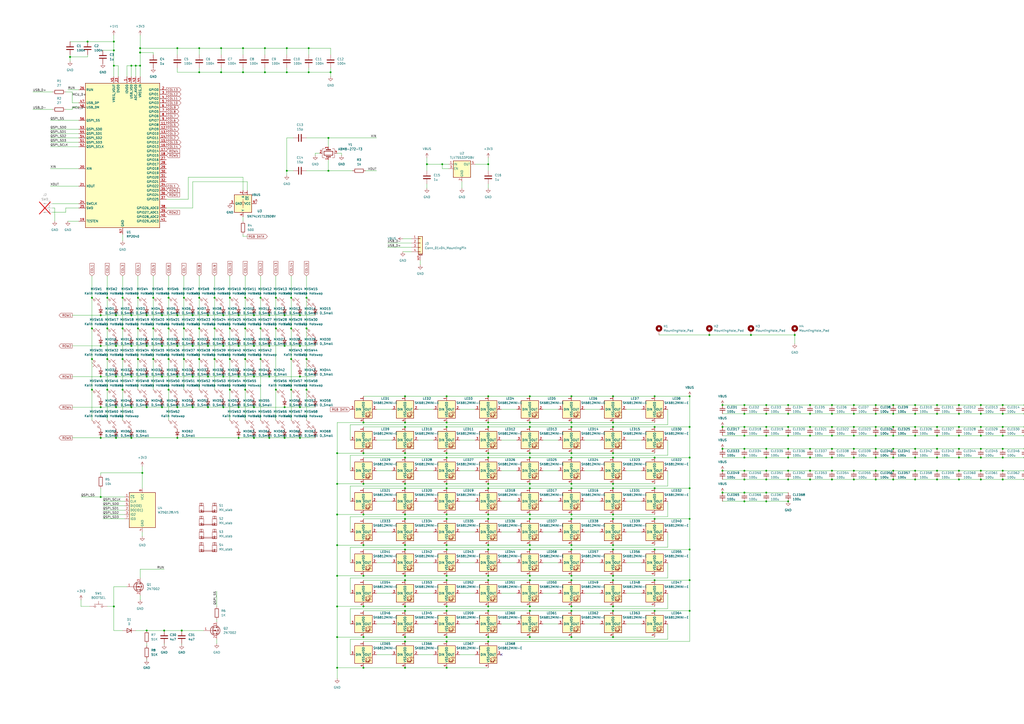
<source format=kicad_sch>
(kicad_sch (version 20231120) (generator "eeschema") (generator_version "8.0")
  (paper "A2")
  (junction (at 444.5 273.05))
  (junction (at 331.47 280.67))
  (junction (at 331.47 334.01))
  (junction (at 97.79 226.06))
  (junction (at 138.43 182.88))
  (junction (at 431.8 278.13))
  (junction (at 234.95 280.67))
  (junction (at 379.73 300.99))
  (junction (at 283.21 300.99))
  (junction (at 124.46 208.28))
  (junction (at 607.06 265.43))
  (junction (at 58.42 182.88))
  (junction (at 518.16 234.95))
  (junction (at 469.9 247.65))
  (junction (at 283.21 369.57))
  (junction (at 173.99 236.22))
  (junction (at 568.96 273.05))
  (junction (at 247.65 95.25))
  (junction (at 543.56 247.65))
  (junction (at 556.26 278.13))
  (junction (at 85.09 365.76))
  (junction (at 543.56 234.95))
  (junction (at 173.99 218.44))
  (junction (at 259.08 336.55))
  (junction (at 568.96 278.13))
  (junction (at 102.87 254))
  (junction (at 191.77 41.91))
  (junction (at 168.91 208.28))
  (junction (at 62.23 172.72))
  (junction (at 58.42 218.44))
  (junction (at 179.07 41.91))
  (junction (at 67.31 182.88))
  (junction (at 71.12 226.06))
  (junction (at 283.21 336.55))
  (junction (at 195.58 369.57))
  (junction (at 120.65 182.88))
  (junction (at 355.6 280.67))
  (junction (at 129.54 218.44))
  (junction (at 400.05 247.65))
  (junction (at 283.21 245.11))
  (junction (at 142.24 190.5))
  (junction (at 556.26 260.35))
  (junction (at 568.96 260.35))
  (junction (at 594.36 278.13))
  (junction (at 331.47 300.99))
  (junction (at 530.86 278.13))
  (junction (at 581.66 234.95))
  (junction (at 508 247.65))
  (junction (at 88.9 172.72))
  (junction (at 431.8 290.83))
  (junction (at 543.56 240.03))
  (junction (at 431.8 260.35))
  (junction (at 355.6 283.21))
  (junction (at 543.56 265.43))
  (junction (at 106.68 190.5))
  (junction (at 166.37 41.91))
  (junction (at 556.26 265.43))
  (junction (at 457.2 247.65))
  (junction (at 400.05 336.55))
  (junction (at 307.34 334.01))
  (junction (at 80.01 190.5))
  (junction (at 67.31 254))
  (junction (at 457.2 273.05))
  (junction (at 128.27 27.94))
  (junction (at 53.34 190.5))
  (junction (at 168.91 226.06))
  (junction (at 156.21 200.66))
  (junction (at 556.26 247.65))
  (junction (at 530.86 234.95))
  (junction (at 234.95 369.57))
  (junction (at 355.6 351.79))
  (junction (at 568.96 265.43))
  (junction (at 355.6 300.99))
  (junction (at 469.9 234.95))
  (junction (at 307.34 316.23))
  (junction (at 76.2 182.88))
  (junction (at 88.9 208.28))
  (junction (at 331.47 265.43))
  (junction (at 133.35 190.5))
  (junction (at 259.08 354.33))
  (junction (at 556.26 252.73))
  (junction (at 76.2 218.44))
  (junction (at 259.08 283.21))
  (junction (at 482.6 278.13))
  (junction (at 482.6 247.65))
  (junction (at 166.37 27.94))
  (junction (at 431.8 273.05))
  (junction (at 234.95 262.89))
  (junction (at 530.86 265.43))
  (junction (at 355.6 336.55))
  (junction (at 331.47 262.89))
  (junction (at 160.02 190.5))
  (junction (at 195.58 316.23))
  (junction (at 457.2 234.95))
  (junction (at 151.13 172.72))
  (junction (at 124.46 190.5))
  (junction (at 259.08 318.77))
  (junction (at 111.76 182.88))
  (junction (at 469.9 260.35))
  (junction (at 234.95 283.21))
  (junction (at 142.24 208.28))
  (junction (at 355.6 316.23))
  (junction (at 234.95 247.65))
  (junction (at 508 240.03))
  (junction (at 495.3 240.03))
  (junction (at 444.5 260.35))
  (junction (at 97.79 172.72))
  (junction (at 283.21 283.21))
  (junction (at 156.21 182.88))
  (junction (at 508 278.13))
  (junction (at 168.91 190.5))
  (junction (at 210.82 280.67))
  (junction (at 50.8 24.13))
  (junction (at 138.43 236.22))
  (junction (at 530.86 252.73))
  (junction (at 166.37 99.06))
  (junction (at 469.9 240.03))
  (junction (at 379.73 318.77))
  (junction (at 568.96 252.73))
  (junction (at 111.76 200.66))
  (junction (at 62.23 226.06))
  (junction (at 283.21 262.89))
  (junction (at 147.32 236.22))
  (junction (at 607.06 240.03))
  (junction (at 234.95 318.77))
  (junction (at 81.28 38.1))
  (junction (at 543.56 260.35))
  (junction (at 594.36 234.95))
  (junction (at 594.36 240.03))
  (junction (at 444.5 265.43))
  (junction (at 419.1 273.05))
  (junction (at 259.08 369.57))
  (junction (at 469.9 265.43))
  (junction (at 120.65 218.44))
  (junction (at 76.2 254))
  (junction (at 419.1 260.35))
  (junction (at 508 273.05))
  (junction (at 195.58 334.01))
  (junction (at 431.8 265.43))
  (junction (at 259.08 351.79))
  (junction (at 76.2 200.66))
  (junction (at 469.9 278.13))
  (junction (at 256.54 95.25))
  (junction (at 400.05 318.77))
  (junction (at 234.95 334.01))
  (junction (at 469.9 273.05))
  (junction (at 331.47 247.65))
  (junction (at 444.5 247.65))
  (junction (at 179.07 27.94))
  (junction (at 234.95 336.55))
  (junction (at 508 265.43))
  (junction (at 331.47 316.23))
  (junction (at 66.04 24.13))
  (junction (at 97.79 208.28))
  (junction (at 379.73 283.21))
  (junction (at 355.6 247.65))
  (junction (at 177.8 226.06))
  (junction (at 234.95 387.35))
  (junction (at 210.82 298.45))
  (junction (at 518.16 247.65))
  (junction (at 93.98 236.22))
  (junction (at 82.55 274.32))
  (junction (at 495.3 234.95))
  (junction (at 102.87 182.88))
  (junction (at 115.57 172.72))
  (junction (at 283.21 265.43))
  (junction (at 307.34 262.89))
  (junction (at 607.06 278.13))
  (junction (at 518.16 273.05))
  (junction (at 379.73 229.87))
  (junction (at 85.09 218.44))
  (junction (at 156.21 254))
  (junction (at 518.16 240.03))
  (junction (at 53.34 208.28))
  (junction (at 400.05 300.99))
  (junction (at 469.9 252.73))
  (junction (at 78.74 38.1))
  (junction (at 431.8 247.65))
  (junction (at 444.5 278.13))
  (junction (at 530.86 240.03))
  (junction (at 133.35 172.72))
  (junction (at 495.3 247.65))
  (junction (at 307.34 298.45))
  (junction (at 444.5 234.95))
  (junction (at 431.8 285.75))
  (junction (at 85.09 236.22))
  (junction (at 259.08 300.99))
  (junction (at 115.57 208.28))
  (junction (at 594.36 273.05))
  (junction (at 153.67 27.94))
  (junction (at 419.1 285.75))
  (junction (at 53.34 172.72))
  (junction (at 607.06 252.73))
  (junction (at 508 260.35))
  (junction (at 379.73 247.65))
  (junction (at 411.48 194.31))
  (junction (at 58.42 200.66))
  (junction (at 111.76 218.44))
  (junction (at 435.61 194.31))
  (junction (at 234.95 265.43))
  (junction (at 58.42 288.29))
  (junction (at 355.6 262.89))
  (junction (at 431.8 252.73))
  (junction (at 457.2 278.13))
  (junction (at 530.86 260.35))
  (junction (at 379.73 265.43))
  (junction (at 355.6 245.11))
  (junction (at 307.34 351.79))
  (junction (at 283.21 316.23))
  (junction (at 355.6 369.57))
  (junction (at 259.08 372.11))
  (junction (at 495.3 273.05))
  (junction (at 168.91 172.72))
  (junction (at 331.47 229.87))
  (junction (at 444.5 252.73))
  (junction (at 142.24 226.06))
  (junction (at 379.73 336.55))
  (junction (at 482.6 240.03))
  (junction (at 80.01 208.28))
  (junction (at 482.6 234.95))
  (junction (at 307.34 369.57))
  (junction (at 67.31 200.66))
  (junction (at 102.87 218.44))
  (junction (at 283.21 372.11))
  (junction (at 518.16 265.43))
  (junction (at 102.87 200.66))
  (junction (at 444.5 240.03))
  (junction (at 195.58 262.89))
  (junction (at 190.5 99.06))
  (junction (at 283.21 298.45))
  (junction (at 307.34 247.65))
  (junction (at 581.66 252.73))
  (junction (at 66.04 351.79))
  (junction (at 165.1 200.66))
  (junction (at 88.9 190.5))
  (junction (at 71.12 208.28))
  (junction (at 259.08 316.23))
  (junction (at 568.96 247.65))
  (junction (at 594.36 265.43))
  (junction (at 355.6 229.87))
  (junction (at 115.57 41.91))
  (junction (at 331.47 354.33))
  (junction (at 129.54 182.88))
  (junction (at 67.31 236.22))
  (junction (at 124.46 172.72))
  (junction (at 518.16 278.13))
  (junction (at 106.68 208.28))
  (junction (at 115.57 27.94))
  (junction (at 568.96 234.95))
  (junction (at 508 234.95))
  (junction (at 283.21 354.33))
  (junction (at 66.04 38.1))
  (junction (at 259.08 280.67))
  (junction (at 210.82 262.89))
  (junction (at 482.6 273.05))
  (junction (at 482.6 252.73))
  (junction (at 259.08 298.45))
  (junction (at 331.47 369.57))
  (junction (at 97.79 190.5))
  (junction (at 195.58 351.79))
  (junction (at 177.8 190.5))
  (junction (at 457.2 240.03))
  (junction (at 495.3 278.13))
  (junction (at 419.1 247.65))
  (junction (at 102.87 236.22))
  (junction (at 133.35 208.28))
  (junction (at 307.34 229.87))
  (junction (at 530.86 273.05))
  (junction (at 331.47 245.11))
  (junction (at 331.47 283.21))
  (junction (at 355.6 298.45))
  (junction (at 177.8 172.72))
  (junction (at 259.08 247.65))
  (junction (at 457.2 260.35))
  (junction (at 138.43 218.44))
  (junction (at 518.16 252.73))
  (junction (at 210.82 245.11))
  (junction (at 173.99 182.88))
  (junction (at 165.1 254))
  (junction (at 80.01 172.72))
  (junction (at 210.82 369.57))
  (junction (at 581.66 278.13))
  (junction (at 106.68 172.72))
  (junction (at 85.09 182.88))
  (junction (at 581.66 240.03))
  (junction (at 283.21 318.77))
  (junction (at 93.98 218.44))
  (junction (at 133.35 226.06))
  (junction (at 556.26 240.03))
  (junction (at 147.32 218.44))
  (junction (at 151.13 190.5))
  (junction (at 147.32 182.88))
  (junction (at 210.82 351.79))
  (junction (at 102.87 27.94))
  (junction (at 283.21 280.67))
  (junction (at 482.6 265.43))
  (junction (at 331.47 298.45))
  (junction (at 259.08 334.01))
  (junction (at 508 252.73))
  (junction (at 93.98 182.88))
  (junction (at 594.36 252.73))
  (junction (at 153.67 41.91))
  (junction (at 283.21 247.65))
  (junction (at 128.27 41.91))
  (junction (at 444.5 290.83))
  (junction (at 142.24 172.72))
  (junction (at 173.99 200.66))
  (junction (at 76.2 236.22))
  (junction (at 234.95 298.45))
  (junction (at 58.42 236.22))
  (junction (at 568.96 240.03))
  (junction (at 581.66 273.05))
  (junction (at 210.82 387.35))
  (junction (at 173.99 254))
  (junction (at 556.26 273.05))
  (junction (at 307.34 300.99))
  (junction (at 93.98 200.66))
  (junction (at 165.1 236.22))
  (junction (at 283.21 351.79))
  (junction (at 210.82 334.01))
  (junction (at 66.04 29.21))
  (junction (at 581.66 247.65))
  (junction (at 283.21 334.01))
  (junction (at 160.02 226.06))
  (junction (at 71.12 172.72))
  (junction (at 62.23 190.5))
  (junction (at 307.34 336.55))
  (junction (at 234.95 354.33))
  (junction (at 331.47 318.77))
  (junction (at 482.6 260.35))
  (junction (at 307.34 318.77))
  (junction (at 283.21 95.25))
  (junction (at 234.95 300.99))
  (junction (at 556.26 234.95))
  (junction (at 190.5 80.01))
  (junction (at 105.41 365.76))
  (junction (at 115.57 190.5))
  (junction (at 355.6 354.33))
  (junction (at 431.8 234.95))
  (junction (at 234.95 245.11))
  (junction (at 234.95 372.11))
  (junction (at 195.58 387.35))
  (junction (at 400.05 229.87))
  (junction (at 147.32 254))
  (junction (at 81.28 30.48))
  (junction (at 177.8 208.28))
  (junction (at 85.09 200.66))
  (junction (at 129.54 236.22))
  (junction (at 259.08 245.11))
  (junction (at 457.2 265.43))
  (junction (at 151.13 208.28))
  (junction (at 120.65 236.22))
  (junction (at 81.28 27.94))
  (junction (at 259.08 229.87))
  (junction (at 140.97 41.91))
  (junction (at 234.95 351.79))
  (junction (at 307.34 245.11))
  (junction (at 457.2 252.73))
  (junction (at 140.97 27.94))
  (junction (at 581.66 260.35))
  (junction (at 160.02 172.72))
  (junction (at 444.5 285.75))
  (junction (at 495.3 252.73))
  (junction (at 147.32 200.66))
  (junction (at 331.47 351.79))
  (junction (at 431.8 240.03))
  (junction (at 594.36 247.65))
  (junction (at 120.65 200.66))
  (junction (at 234.95 316.23))
  (junction (at 138.43 200.66))
  (junction (at 53.34 226.06))
  (junction (at 165.1 182.88))
  (junction (at 543.56 273.05))
  (junction (at 195.58 280.67))
  (junction (at 355.6 265.43))
  (junction (at 461.01 194.31))
  (junction (at 40.64 33.02))
  (junction (at 307.34 280.67))
  (junction (at 259.08 387.35))
  (junction (at 581.66 265.43))
  (junction (at 400.05 354.33))
  (junction (at 307.34 354.33))
  (junction (at 71.12 190.5))
  (junction (at 283.21 229.87))
  (junction (at 67.31 218.44))
  (junction (at 530.86 247.65))
  (junction (at 543.56 252.73))
  (junction (at 379.73 354.33))
  (junction (at 400.05 283.21))
  (junction (at 307.34 265.43))
  (junction (at 111.76 236.22))
  (junction (at 95.25 365.76))
  (junction (at 495.3 260.35))
  (junction (at 210.82 316.23))
  (junction (at 259.08 265.43))
  (junction (at 457.2 290.83))
  (junction (at 195.58 298.45))
  (junction (at 62.23 208.28))
  (junction (at 355.6 318.77))
  (junction (at 138.43 254))
  (junction (at 543.56 278.13))
  (junction (at 331.47 336.55))
  (junction (at 76.2 38.1))
  (junction (at 307.34 283.21))
  (junction (at 518.16 260.35))
  (junction (at 495.3 265.43))
  (junction (at 129.54 200.66))
  (junction (at 400.05 265.43))
  (junction (at 419.1 234.95))
  (junction (at 58.42 254))
  (junction (at 156.21 218.44))
  (junction (at 594.36 260.35))
  (junction (at 355.6 334.01))
  (junction (at 259.08 262.89))
  (junction (at 234.95 229.87))
  (no_connect (at 290.83 379.73))
  (wire (pts (xy 242.57 255.27) (xy 251.46 255.27)))
  (wire (pts (xy 166.37 41.91) (xy 166.37 39.37)))
  (wire (pts (xy 204.47 99.06) (xy 190.5 99.06)))
  (wire (pts (xy 203.2 370.84) (xy 203.2 379.73)))
  (wire (pts (xy 58.42 200.66) (xy 67.31 200.66)))
  (wire (pts (xy 290.83 308.61) (xy 299.72 308.61)))
  (wire (pts (xy 218.44 255.27) (xy 227.33 255.27)))
  (wire (pts (xy 115.57 160.02) (xy 115.57 172.72)))
  (wire (pts (xy 283.21 106.68) (xy 283.21 109.22)))
  (wire (pts (xy 234.95 351.79) (xy 259.08 351.79)))
  (wire (pts (xy 168.91 208.28) (xy 168.91 226.06)))
  (wire (pts (xy 508 240.03) (xy 518.16 240.03)))
  (wire (pts (xy 387.35 237.49) (xy 387.35 246.38)))
  (wire (pts (xy 76.2 38.1) (xy 76.2 44.45)))
  (wire (pts (xy 203.2 281.94) (xy 387.35 281.94)))
  (wire (pts (xy 81.28 20.32) (xy 81.28 27.94)))
  (wire (pts (xy 218.44 344.17) (xy 227.33 344.17)))
  (wire (pts (xy 339.09 237.49) (xy 347.98 237.49)))
  (wire (pts (xy 568.96 247.65) (xy 581.66 247.65)))
  (wire (pts (xy 40.64 35.56) (xy 40.64 33.02)))
  (wire (pts (xy 102.87 236.22) (xy 111.76 236.22)))
  (wire (pts (xy 339.09 273.05) (xy 347.98 273.05)))
  (wire (pts (xy 444.5 265.43) (xy 457.2 265.43)))
  (wire (pts (xy 71.12 190.5) (xy 71.12 208.28)))
  (wire (pts (xy 444.5 285.75) (xy 457.2 285.75)))
  (wire (pts (xy 133.35 208.28) (xy 133.35 226.06)))
  (wire (pts (xy 266.7 361.95) (xy 275.59 361.95)))
  (wire (pts (xy 151.13 160.02) (xy 151.13 172.72)))
  (wire (pts (xy 102.87 200.66) (xy 111.76 200.66)))
  (wire (pts (xy 530.86 247.65) (xy 543.56 247.65)))
  (wire (pts (xy 275.59 95.25) (xy 283.21 95.25)))
  (wire (pts (xy 88.9 208.28) (xy 88.9 226.06)))
  (wire (pts (xy 81.28 347.98) (xy 81.28 345.44)))
  (wire (pts (xy 260.35 95.25) (xy 256.54 95.25)))
  (wire (pts (xy 85.09 182.88) (xy 93.98 182.88)))
  (wire (pts (xy 259.08 265.43) (xy 283.21 265.43)))
  (wire (pts (xy 210.82 245.11) (xy 195.58 245.11)))
  (wire (pts (xy 71.12 226.06) (xy 71.12 243.84)))
  (wire (pts (xy 195.58 280.67) (xy 195.58 298.45)))
  (wire (pts (xy 153.67 27.94) (xy 166.37 27.94)))
  (wire (pts (xy 387.35 246.38) (xy 203.2 246.38)))
  (wire (pts (xy 50.8 33.02) (xy 40.64 33.02)))
  (wire (pts (xy 314.96 361.95) (xy 323.85 361.95)))
  (wire (pts (xy 568.96 234.95) (xy 581.66 234.95)))
  (wire (pts (xy 259.08 229.87) (xy 283.21 229.87)))
  (wire (pts (xy 379.73 247.65) (xy 400.05 247.65)))
  (wire (pts (xy 29.21 77.47) (xy 45.72 77.47)))
  (wire (pts (xy 307.34 300.99) (xy 283.21 300.99)))
  (wire (pts (xy 142.24 172.72) (xy 142.24 190.5)))
  (wire (pts (xy 179.07 41.91) (xy 191.77 41.91)))
  (wire (pts (xy 387.35 361.95) (xy 387.35 370.84)))
  (wire (pts (xy 518.16 252.73) (xy 530.86 252.73)))
  (wire (pts (xy 266.7 290.83) (xy 275.59 290.83)))
  (wire (pts (xy 339.09 361.95) (xy 347.98 361.95)))
  (wire (pts (xy 495.3 260.35) (xy 508 260.35)))
  (wire (pts (xy 307.34 318.77) (xy 283.21 318.77)))
  (wire (pts (xy 283.21 247.65) (xy 307.34 247.65)))
  (wire (pts (xy 543.56 278.13) (xy 556.26 278.13)))
  (wire (pts (xy 247.65 106.68) (xy 247.65 109.22)))
  (wire (pts (xy 125.73 342.9) (xy 125.73 351.79)))
  (wire (pts (xy 140.97 125.73) (xy 140.97 128.27)))
  (wire (pts (xy 210.82 372.11) (xy 234.95 372.11)))
  (wire (pts (xy 39.37 128.27) (xy 45.72 128.27)))
  (wire (pts (xy 71.12 160.02) (xy 71.12 172.72)))
  (wire (pts (xy 363.22 237.49) (xy 372.11 237.49)))
  (wire (pts (xy 224.79 143.51) (xy 238.76 143.51)))
  (wire (pts (xy 419.1 285.75) (xy 431.8 285.75)))
  (wire (pts (xy 594.36 273.05) (xy 607.06 273.05)))
  (wire (pts (xy 331.47 316.23) (xy 307.34 316.23)))
  (wire (pts (xy 46.99 288.29) (xy 58.42 288.29)))
  (wire (pts (xy 259.08 280.67) (xy 283.21 280.67)))
  (wire (pts (xy 58.42 254) (xy 67.31 254)))
  (wire (pts (xy 59.69 293.37) (xy 72.39 293.37)))
  (wire (pts (xy 307.34 351.79) (xy 331.47 351.79)))
  (wire (pts (xy 140.97 31.75) (xy 140.97 27.94)))
  (wire (pts (xy 45.72 62.23) (xy 41.91 62.23)))
  (wire (pts (xy 234.95 262.89) (xy 259.08 262.89)))
  (wire (pts (xy 234.95 245.11) (xy 259.08 245.11)))
  (wire (pts (xy 594.36 240.03) (xy 607.06 240.03)))
  (wire (pts (xy 444.5 234.95) (xy 457.2 234.95)))
  (wire (pts (xy 331.47 245.11) (xy 355.6 245.11)))
  (wire (pts (xy 46.99 347.98) (xy 46.99 351.79)))
  (wire (pts (xy 379.73 354.33) (xy 400.05 354.33)))
  (wire (pts (xy 307.34 280.67) (xy 331.47 280.67)))
  (wire (pts (xy 355.6 283.21) (xy 331.47 283.21)))
  (wire (pts (xy 166.37 80.01) (xy 166.37 99.06)))
  (wire (pts (xy 314.96 308.61) (xy 323.85 308.61)))
  (wire (pts (xy 568.96 252.73) (xy 581.66 252.73)))
  (wire (pts (xy 80.01 160.02) (xy 80.01 172.72)))
  (wire (pts (xy 198.12 88.9) (xy 198.12 90.17)))
  (wire (pts (xy 173.99 200.66) (xy 182.88 200.66)))
  (wire (pts (xy 400.05 229.87) (xy 400.05 247.65)))
  (wire (pts (xy 195.58 262.89) (xy 210.82 262.89)))
  (wire (pts (xy 419.1 260.35) (xy 431.8 260.35)))
  (wire (pts (xy 177.8 226.06) (xy 177.8 243.84)))
  (wire (pts (xy 210.82 354.33) (xy 234.95 354.33)))
  (wire (pts (xy 105.41 373.38) (xy 105.41 374.015)))
  (wire (pts (xy 212.09 99.06) (xy 218.44 99.06)))
  (wire (pts (xy 67.31 200.66) (xy 76.2 200.66)))
  (wire (pts (xy 259.08 372.11) (xy 234.95 372.11)))
  (wire (pts (xy 156.21 218.44) (xy 173.99 218.44)))
  (wire (pts (xy 111.76 218.44) (xy 120.65 218.44)))
  (wire (pts (xy 111.76 200.66) (xy 120.65 200.66)))
  (wire (pts (xy 66.04 38.1) (xy 66.04 44.45)))
  (wire (pts (xy 41.91 218.44) (xy 58.42 218.44)))
  (wire (pts (xy 543.56 247.65) (xy 556.26 247.65)))
  (wire (pts (xy 85.09 200.66) (xy 93.98 200.66)))
  (wire (pts (xy 469.9 278.13) (xy 482.6 278.13)))
  (wire (pts (xy 128.27 41.91) (xy 140.97 41.91)))
  (wire (pts (xy 120.65 236.22) (xy 129.54 236.22)))
  (wire (pts (xy 71.12 172.72) (xy 71.12 190.5)))
  (wire (pts (xy 182.88 88.9) (xy 182.88 90.17)))
  (wire (pts (xy 283.21 300.99) (xy 259.08 300.99)))
  (wire (pts (xy 81.28 44.45) (xy 81.28 38.1)))
  (wire (pts (xy 290.83 237.49) (xy 299.72 237.49)))
  (wire (pts (xy 530.86 278.13) (xy 543.56 278.13)))
  (wire (pts (xy 339.09 326.39) (xy 347.98 326.39)))
  (wire (pts (xy 581.66 252.73) (xy 594.36 252.73)))
  (wire (pts (xy 203.2 246.38) (xy 203.2 255.27)))
  (wire (pts (xy 165.1 182.88) (xy 173.99 182.88)))
  (wire (pts (xy 568.96 273.05) (xy 581.66 273.05)))
  (wire (pts (xy 67.31 236.22) (xy 76.2 236.22)))
  (wire (pts (xy 140.97 27.94) (xy 153.67 27.94)))
  (wire (pts (xy 106.68 208.28) (xy 106.68 226.06)))
  (wire (pts (xy 41.91 236.22) (xy 58.42 236.22)))
  (wire (pts (xy 331.47 351.79) (xy 355.6 351.79)))
  (wire (pts (xy 73.66 38.1) (xy 76.2 38.1)))
  (wire (pts (xy 518.16 278.13) (xy 530.86 278.13)))
  (wire (pts (xy 142.24 160.02) (xy 142.24 172.72)))
  (wire (pts (xy 218.44 308.61) (xy 227.33 308.61)))
  (wire (pts (xy 355.6 262.89) (xy 379.73 262.89)))
  (wire (pts (xy 125.73 359.41) (xy 125.73 360.68)))
  (wire (pts (xy 102.87 254) (xy 138.43 254)))
  (wire (pts (xy 41.91 59.69) (xy 41.91 53.34)))
  (wire (pts (xy 210.82 387.35) (xy 234.95 387.35)))
  (wire (pts (xy 379.73 300.99) (xy 400.05 300.99)))
  (wire (pts (xy 66.04 365.76) (xy 71.12 365.76)))
  (wire (pts (xy 195.58 334.01) (xy 210.82 334.01)))
  (wire (pts (xy 581.66 234.95) (xy 594.36 234.95)))
  (wire (pts (xy 518.16 273.05) (xy 530.86 273.05)))
  (wire (pts (xy 233.68 138.43) (xy 238.76 138.43)))
  (wire (pts (xy 444.5 278.13) (xy 457.2 278.13)))
  (wire (pts (xy 62.23 208.28) (xy 62.23 226.06)))
  (wire (pts (xy 195.58 369.57) (xy 210.82 369.57)))
  (wire (pts (xy 66.04 38.1) (xy 66.04 29.21)))
  (wire (pts (xy 115.57 208.28) (xy 115.57 226.06)))
  (wire (pts (xy 355.6 316.23) (xy 331.47 316.23)))
  (wire (pts (xy 41.91 62.23) (xy 41.91 63.5)))
  (wire (pts (xy 594.36 252.73) (xy 607.06 252.73)))
  (wire (pts (xy 66.04 24.13) (xy 66.04 29.21)))
  (wire (pts (xy 259.08 387.35) (xy 283.21 387.35)))
  (wire (pts (xy 143.51 137.16) (xy 140.97 137.16)))
  (wire (pts (xy 314.96 344.17) (xy 323.85 344.17)))
  (wire (pts (xy 102.87 218.44) (xy 111.76 218.44)))
  (wire (pts (xy 46.99 351.79) (xy 52.07 351.79)))
  (wire (pts (xy 168.91 160.02) (xy 168.91 172.72)))
  (wire (pts (xy 530.86 265.43) (xy 543.56 265.43)))
  (wire (pts (xy 29.21 107.95) (xy 45.72 107.95)))
  (wire (pts (xy 156.21 182.88) (xy 165.1 182.88)))
  (wire (pts (xy 400.05 318.77) (xy 400.05 300.99)))
  (wire (pts (xy 243.84 151.13) (xy 243.84 153.67)))
  (wire (pts (xy 203.2 273.05) (xy 203.2 264.16)))
  (wire (pts (xy 543.56 252.73) (xy 556.26 252.73)))
  (wire (pts (xy 234.95 334.01) (xy 210.82 334.01)))
  (wire (pts (xy 508 278.13) (xy 518.16 278.13)))
  (wire (pts (xy 283.21 280.67) (xy 307.34 280.67)))
  (wire (pts (xy 67.31 254) (xy 76.2 254)))
  (wire (pts (xy 355.6 280.67) (xy 379.73 280.67)))
  (wire (pts (xy 556.26 240.03) (xy 568.96 240.03)))
  (wire (pts (xy 234.95 369.57) (xy 259.08 369.57)))
  (wire (pts (xy 102.87 27.94) (xy 115.57 27.94)))
  (wire (pts (xy 191.77 27.94) (xy 179.07 27.94)))
  (wire (pts (xy 355.6 247.65) (xy 379.73 247.65)))
  (wire (pts (xy 283.21 245.11) (xy 307.34 245.11)))
  (wire (pts (xy 307.34 283.21) (xy 283.21 283.21)))
  (wire (pts (xy 457.2 240.03) (xy 469.9 240.03)))
  (wire (pts (xy 363.22 255.27) (xy 372.11 255.27)))
  (wire (pts (xy 210.82 229.87) (xy 234.95 229.87)))
  (wire (pts (xy 234.95 316.23) (xy 210.82 316.23)))
  (wire (pts (xy 120.65 182.88) (xy 129.54 182.88)))
  (wire (pts (xy 97.79 208.28) (xy 97.79 226.06)))
  (wire (pts (xy 102.87 41.91) (xy 115.57 41.91)))
  (wire (pts (xy 190.5 99.06) (xy 190.5 92.71)))
  (wire (pts (xy 62.23 172.72) (xy 62.23 190.5)))
  (wire (pts (xy 431.8 273.05) (xy 444.5 273.05)))
  (wire (pts (xy 314.96 290.83) (xy 323.85 290.83)))
  (wire (pts (xy 170.18 80.01) (xy 166.37 80.01)))
  (wire (pts (xy 508 265.43) (xy 518.16 265.43)))
  (wire (pts (xy 234.95 354.33) (xy 259.08 354.33)))
  (wire (pts (xy 431.8 252.73) (xy 444.5 252.73)))
  (wire (pts (xy 363.22 361.95) (xy 372.11 361.95)))
  (wire (pts (xy 234.95 247.65) (xy 259.08 247.65)))
  (wire (pts (xy 190.5 80.01) (xy 190.5 85.09)))
  (wire (pts (xy 160.02 172.72) (xy 160.02 190.5)))
  (wire (pts (xy 203.2 308.61) (xy 203.2 299.72)))
  (wire (pts (xy 177.8 190.5) (xy 177.8 208.28)))
  (wire (pts (xy 400.05 283.21) (xy 400.05 265.43)))
  (wire (pts (xy 495.3 240.03) (xy 508 240.03)))
  (wire (pts (xy 568.96 278.13) (xy 581.66 278.13)))
  (wire (pts (xy 78.74 365.76) (xy 85.09 365.76)))
  (wire (pts (xy 247.65 95.25) (xy 247.65 99.06)))
  (wire (pts (xy 431.8 260.35) (xy 444.5 260.35)))
  (wire (pts (xy 85.09 236.22) (xy 93.98 236.22)))
  (wire (pts (xy 331.47 318.77) (xy 307.34 318.77)))
  (wire (pts (xy 129.54 200.66) (xy 138.43 200.66)))
  (wire (pts (xy 30.48 118.11) (xy 45.72 118.11)))
  (wire (pts (xy 76.2 236.22) (xy 85.09 236.22)))
  (wire (pts (xy 177.8 160.02) (xy 177.8 172.72)))
  (wire (pts (xy 62.23 226.06) (xy 62.23 243.84)))
  (wire (pts (xy 147.32 236.22) (xy 165.1 236.22)))
  (wire (pts (xy 530.86 273.05) (xy 543.56 273.05)))
  (wire (pts (xy 115.57 41.91) (xy 115.57 39.37)))
  (wire (pts (xy 508 273.05) (xy 518.16 273.05)))
  (wire (pts (xy 85.09 382.27) (xy 85.09 382.905)))
  (wire (pts (xy 138.43 200.66) (xy 147.32 200.66)))
  (wire (pts (xy 530.86 240.03) (xy 543.56 240.03)))
  (wire (pts (xy 66.04 340.36) (xy 66.04 351.79)))
  (wire (pts (xy 259.08 336.55) (xy 283.21 336.55)))
  (wire (pts (xy 78.74 44.45) (xy 78.74 38.1)))
  (wire (pts (xy 80.01 190.5) (xy 80.01 208.28)))
  (wire (pts (xy 594.36 265.43) (xy 607.06 265.43)))
  (wire (pts (xy 156.21 200.66) (xy 165.1 200.66)))
  (wire (pts (xy 307.34 247.65) (xy 331.47 247.65)))
  (wire (pts (xy 45.72 59.69) (xy 41.91 59.69)))
  (wire (pts (xy 259.08 262.89) (xy 283.21 262.89)))
  (wire (pts (xy 363.22 344.17) (xy 372.11 344.17)))
  (wire (pts (xy 203.2 299.72) (xy 387.35 299.72)))
  (wire (pts (xy 387.35 317.5) (xy 387.35 308.61)))
  (wire (pts (xy 568.96 240.03) (xy 581.66 240.03)))
  (wire (pts (xy 431.8 290.83) (xy 444.5 290.83)))
  (wire (pts (xy 530.86 260.35) (xy 543.56 260.35)))
  (wire (pts (xy 581.66 278.13) (xy 594.36 278.13)))
  (wire (pts (xy 307.34 354.33) (xy 331.47 354.33)))
  (wire (pts (xy 68.58 38.1) (xy 66.04 38.1)))
  (wire (pts (xy 38.1 123.19) (xy 38.1 120.65)))
  (wire (pts (xy 290.83 344.17) (xy 299.72 344.17)))
  (wire (pts (xy 177.8 80.01) (xy 190.5 80.01)))
  (wire (pts (xy 242.57 237.49) (xy 251.46 237.49)))
  (wire (pts (xy 530.86 252.73) (xy 543.56 252.73)))
  (wire (pts (xy 95.25 365.76) (xy 105.41 365.76)))
  (wire (pts (xy 38.1 120.65) (xy 45.72 120.65)))
  (wire (pts (xy 266.7 344.17) (xy 275.59 344.17)))
  (wire (pts (xy 400.05 354.33) (xy 400.05 336.55)))
  (wire (pts (xy 379.73 316.23) (xy 355.6 316.23)))
  (wire (pts (xy 283.21 354.33) (xy 307.34 354.33)))
  (wire (pts (xy 283.21 229.87) (xy 307.34 229.87)))
  (wire (pts (xy 41.91 200.66) (xy 58.42 200.66)))
  (wire (pts (xy 379.73 300.99) (xy 355.6 300.99)))
  (wire (pts (xy 173.99 182.88) (xy 182.88 182.88)))
  (wire (pts (xy 400.05 247.65) (xy 400.05 265.43)))
  (wire (pts (xy 195.58 280.67) (xy 210.82 280.67)))
  (wire (pts (xy 59.69 290.83) (xy 72.39 290.83)))
  (wire (pts (xy 518.16 234.95) (xy 530.86 234.95)))
  (wire (pts (xy 495.3 278.13) (xy 508 278.13)))
  (wire (pts (xy 140.97 102.87) (xy 140.97 110.49)))
  (wire (pts (xy 331.47 354.33) (xy 355.6 354.33)))
  (wire (pts (xy 290.83 326.39) (xy 299.72 326.39)))
  (wire (pts (xy 195.58 316.23) (xy 195.58 334.01)))
  (wire (pts (xy 81.28 30.48) (xy 88.9 30.48)))
  (wire (pts (xy 140.97 102.87) (xy 109.22 102.87)))
  (wire (pts (xy 266.7 326.39) (xy 275.59 326.39)))
  (wire (pts (xy 400.05 372.11) (xy 283.21 372.11)))
  (wire (pts (xy 138.43 182.88) (xy 147.32 182.88)))
  (wire (pts (xy 58.42 288.29) (xy 72.39 288.29)))
  (wire (pts (xy 195.58 369.57) (xy 195.58 387.35)))
  (wire (pts (xy 88.9 172.72) (xy 88.9 190.5)))
  (wire (pts (xy 195.58 88.9) (xy 198.12 88.9)))
  (wire (pts (xy 195.58 334.01) (xy 195.58 351.79)))
  (wire (pts (xy 166.37 27.94) (xy 179.07 27.94)))
  (wire (pts (xy 67.31 218.44) (xy 76.2 218.44)))
  (wire (pts (xy 147.32 200.66) (xy 156.21 200.66)))
  (wire (pts (xy 124.46 208.28) (xy 124.46 226.06)))
  (wire (pts (xy 115.57 41.91) (xy 128.27 41.91)))
  (wire (pts (xy 259.08 351.79) (xy 283.21 351.79)))
  (wire (pts (xy 495.3 234.95) (xy 508 234.95)))
  (wire (pts (xy 411.48 194.31) (xy 435.61 194.31)))
  (wire (pts (xy 259.08 283.21) (xy 234.95 283.21)))
  (wire (pts (xy 259.08 298.45) (xy 234.95 298.45)))
  (wire (pts (xy 355.6 369.57) (xy 379.73 369.57)))
  (wire (pts (xy 80.01 208.28) (xy 80.01 226.06)))
  (wire (pts (xy 379.73 229.87) (xy 400.05 229.87)))
  (wire (pts (xy 355.6 351.79) (xy 379.73 351.79)))
  (wire (pts (xy 508 234.95) (xy 518.16 234.95)))
  (wire (pts (xy 457.2 252.73) (xy 469.9 252.73)))
  (wire (pts (xy 331.47 247.65) (xy 355.6 247.65)))
  (wire (pts (xy 355.6 298.45) (xy 331.47 298.45)))
  (wire (pts (xy 179.07 31.75) (xy 179.07 27.94)))
  (wire (pts (xy 355.6 265.43) (xy 379.73 265.43)))
  (wire (pts (xy 259.08 354.33) (xy 283.21 354.33)))
  (wire (pts (xy 128.27 31.75) (xy 128.27 27.94)))
  (wire (pts (xy 71.12 135.89) (xy 71.12 139.7)))
  (wire (pts (xy 151.13 172.72) (xy 151.13 190.5)))
  (wire (pts (xy 419.1 273.05) (xy 431.8 273.05)))
  (wire (pts (xy 283.21 91.44) (xy 283.21 95.25)))
  (wire (pts (xy 102.87 182.88) (xy 111.76 182.88)))
  (wire (pts (xy 508 260.35) (xy 518.16 260.35)))
  (wire (pts (xy 30.48 123.19) (xy 38.1 123.19)))
  (wire (pts (xy 160.02 226.06) (xy 160.02 243.84)))
  (wire (pts (xy 259.08 372.11) (xy 283.21 372.11)))
  (wire (pts (xy 156.21 254) (xy 165.1 254)))
  (wire (pts (xy 283.21 351.79) (xy 307.34 351.79)))
  (wire (pts (xy 177.8 99.06) (xy 190.5 99.06)))
  (wire (pts (xy 266.7 255.27) (xy 275.59 255.27)))
  (wire (pts (xy 166.37 99.06) (xy 166.37 101.6)))
  (wire (pts (xy 594.36 234.95) (xy 607.06 234.95)))
  (wire (pts (xy 283.21 262.89) (xy 307.34 262.89)))
  (wire (pts (xy 355.6 318.77) (xy 331.47 318.77)))
  (wire (pts (xy 76.2 182.88) (xy 85.09 182.88)))
  (wire (pts (xy 400.05 336.55) (xy 400.05 318.77)))
  (wire (pts (xy 495.3 252.73) (xy 508 252.73)))
  (wire (pts (xy 382.27 194.31) (xy 411.48 194.31)))
  (wire (pts (xy 203.2 353.06) (xy 387.35 353.06)))
  (wire (pts (xy 234.95 336.55) (xy 210.82 336.55)))
  (wire (pts (xy 469.9 252.73) (xy 482.6 252.73)))
  (wire (pts (xy 29.21 80.01) (xy 45.72 80.01)))
  (wire (pts (xy 242.57 326.39) (xy 251.46 326.39)))
  (wire (pts (xy 40.64 33.02) (xy 40.64 31.75)))
  (wire (pts (xy 379.73 336.55) (xy 355.6 336.55)))
  (wire (pts (xy 203.2 290.83) (xy 203.2 281.94)))
  (wire (pts (xy 242.57 361.95) (xy 251.46 361.95)))
  (wire (pts (xy 331.47 369.57) (xy 355.6 369.57)))
  (wire (pts (xy 29.21 82.55) (xy 45.72 82.55)))
  (wire (pts (xy 431.8 234.95) (xy 444.5 234.95)))
  (wire (pts (xy 419.1 278.13) (xy 431.8 278.13)))
  (wire (pts (xy 256.54 97.79) (xy 260.35 97.79)))
  (wire (pts (xy 400.05 265.43) (xy 379.73 265.43)))
  (wire (pts (xy 234.95 300.99) (xy 210.82 300.99)))
  (wire (pts (xy 218.44 80.01) (xy 190.5 80.01)))
  (wire (pts (xy 518.16 240.03) (xy 530.86 240.03)))
  (wire (pts (xy 160.02 160.02) (xy 160.02 172.72)))
  (wire (pts (xy 314.96 255.27) (xy 323.85 255.27)))
  (wire (pts (xy 400.05 300.99) (xy 400.05 283.21)))
  (wire (pts (xy 581.66 260.35) (xy 594.36 260.35)))
  (wire (pts (xy 39.37 52.07) (xy 45.72 52.07)))
  (wire (pts (xy 143.51 105.41) (xy 111.76 105.41)))
  (wire (pts (xy 275.59 379.73) (xy 266.7 379.73)))
  (wire (pts (xy 82.55 270.51) (xy 82.55 274.32)))
  (wire (pts (xy 58.42 218.44) (xy 67.31 218.44)))
  (wire (pts (xy 234.95 280.67) (xy 259.08 280.67)))
  (wire (pts (xy 307.34 245.11) (xy 331.47 245.11)))
  (wire (pts (xy 518.16 247.65) (xy 530.86 247.65)))
  (wire (pts (xy 53.34 190.5) (xy 53.34 208.28)))
  (wire (pts (xy 153.67 41.91) (xy 166.37 41.91)))
  (wire (pts (xy 62.23 190.5) (xy 62.23 208.28)))
  (wire (pts (xy 387.35 335.28) (xy 203.2 335.28)))
  (wire (pts (xy 151.13 208.28) (xy 151.13 243.84)))
  (wire (pts (xy 195.58 245.11) (xy 195.58 262.89)))
  (wire (pts (xy 66.04 29.21) (xy 59.69 29.21)))
  (wire (pts (xy 482.6 265.43) (xy 495.3 265.43)))
  (wire (pts (xy 482.6 278.13) (xy 495.3 278.13)))
  (wire (pts (xy 419.1 234.95) (xy 431.8 234.95)))
  (wire (pts (xy 111.76 105.41) (xy 111.76 120.65)))
  (wire (pts (xy 339.09 290.83) (xy 347.98 290.83)))
  (wire (pts (xy 109.22 115.57) (xy 96.52 115.57)))
  (wire (pts (xy 142.24 226.06) (xy 142.24 243.84)))
  (wire (pts (xy 85.09 218.44) (xy 93.98 218.44)))
  (wire (pts (xy 81.28 330.2) (xy 95.25 330.2)))
  (wire (pts (xy 387.35 264.16) (xy 387.35 255.27)))
  (wire (pts (xy 543.56 273.05) (xy 556.26 273.05)))
  (wire (pts (xy 387.35 370.84) (xy 203.2 370.84)))
  (wire (pts (xy 195.58 298.45) (xy 195.58 316.23)))
  (wire (pts (xy 314.96 273.05) (xy 323.85 273.05)))
  (wire (pts (xy 469.9 273.05) (xy 482.6 273.05)))
  (wire (pts (xy 482.6 260.35) (xy 495.3 260.35)))
  (wire (pts (xy 142.24 190.5) (xy 142.24 208.28)))
  (wire (pts (xy 307.34 229.87) (xy 331.47 229.87)))
  (wire (pts (xy 165.1 236.22) (xy 173.99 236.22)))
  (wire (pts (xy 482.6 273.05) (xy 495.3 273.05)))
  (wire (pts (xy 124.46 172.72) (xy 124.46 190.5)))
  (wire (pts (xy 73.66 340.36) (xy 66.04 340.36)))
  (wire (pts (xy 140.97 137.16) (xy 140.97 135.89)))
  (wire (pts (xy 97.79 190.5) (xy 97.79 208.28)))
  (wire (pts (xy 168.91 190.5) (xy 168.91 208.28)))
  (wire (pts (xy 594.36 278.13) (xy 607.06 278.13)))
  (wire (pts (xy 259.08 334.01) (xy 234.95 334.01)))
  (wire (pts (xy 234.95 387.35) (xy 259.08 387.35)))
  (wire (pts (xy 339.09 344.17) (xy 347.98 344.17)))
  (wire (pts (xy 247.65 91.44) (xy 247.65 95.25)))
  (wire (pts (xy 165.1 200.66) (xy 173.99 200.66)))
  (wire (pts (xy 140.97 41.91) (xy 140.97 39.37)))
  (wire (pts (xy 387.35 299.72) (xy 387.35 290.83)))
  (wire (pts (xy 556.26 278.13) (xy 568.96 278.13)))
  (wire (pts (xy 307.34 334.01) (xy 283.21 334.01)))
  (wire (pts (xy 50.8 24.13) (xy 40.64 24.13)))
  (wire (pts (xy 177.8 172.72) (xy 177.8 190.5)))
  (wire (pts (xy 242.57 308.61) (xy 251.46 308.61)))
  (wire (pts (xy 166.37 31.75) (xy 166.37 27.94)))
  (wire (pts (xy 133.35 226.06) (xy 133.35 243.84)))
  (wire (pts (xy 210.82 265.43) (xy 234.95 265.43)))
  (wire (pts (xy 283.21 298.45) (xy 259.08 298.45)))
  (wire (pts (xy 314.96 237.49) (xy 323.85 237.49)))
  (wire (pts (xy 97.79 172.72) (xy 97.79 190.5)))
  (wire (pts (xy 168.91 172.72) (xy 168.91 190.5)))
  (wire (pts (xy 331.47 229.87) (xy 355.6 229.87)))
  (wire (pts (xy 331.47 300.99) (xy 307.34 300.99)))
  (wire (pts (xy 111.76 236.22) (xy 120.65 236.22)))
  (wire (pts (xy 76.2 218.44) (xy 85.09 218.44)))
  (wire (pts (xy 363.22 290.83) (xy 372.11 290.83)))
  (wire (pts (xy 508 252.73) (xy 518.16 252.73)))
  (wire (pts (xy 29.21 74.93) (xy 45.72 74.93)))
  (wire (pts (xy 120.65 218.44) (xy 129.54 218.44)))
  (wire (pts (xy 210.82 280.67) (xy 234.95 280.67)))
  (wire (pts (xy 68.58 44.45) (xy 68.58 38.1)))
  (wire (pts (xy 105.41 365.76) (xy 118.11 365.76)))
  (wire (pts (xy 259.08 265.43) (xy 234.95 265.43)))
  (wire (pts (xy 78.74 38.1) (xy 76.2 38.1)))
  (wire (pts (xy 97.79 226.06) (xy 97.79 243.84)))
  (wire (pts (xy 379.73 334.01) (xy 355.6 334.01)))
  (wire (pts (xy 19.05 63.5) (xy 30.48 63.5)))
  (wire (pts (xy 111.76 120.65) (xy 96.52 120.65)))
  (wire (pts (xy 177.8 208.28) (xy 177.8 226.06)))
  (wire (pts (xy 259.08 300.99) (xy 234.95 300.99)))
  (wire (pts (xy 53.34 160.02) (xy 53.34 172.72)))
  (wire (pts (xy 138.43 218.44) (xy 147.32 218.44)))
  (wire (pts (xy 259.08 316.23) (xy 234.95 316.23)))
  (wire (pts (xy 109.22 102.87) (xy 109.22 115.57)))
  (wire (pts (xy 85.09 365.76) (xy 95.25 365.76)))
  (wire (pts (xy 106.68 190.5) (xy 106.68 208.28)))
  (wire (pts (xy 76.2 200.66) (xy 85.09 200.66)))
  (wire (pts (xy 82.55 308.61) (xy 82.55 311.15)))
  (wire (pts (xy 594.36 260.35) (xy 607.06 260.35)))
  (wire (pts (xy 363.22 308.61) (xy 372.11 308.61)))
  (wire (pts (xy 256.54 95.25) (xy 256.54 97.79)))
  (wire (pts (xy 457.2 265.43) (xy 469.9 265.43)))
  (wire (pts (xy 339.09 255.27) (xy 347.98 255.27)))
  (wire (pts (xy 195.58 316.23) (xy 210.82 316.23)))
  (wire (pts (xy 419.1 252.73) (xy 431.8 252.73)))
  (wire (pts (xy 331.47 265.43) (xy 307.34 265.43)))
  (wire (pts (xy 168.91 226.06) (xy 168.91 243.84)))
  (wire (pts (xy 379.73 336.55) (xy 400.05 336.55)))
  (wire (pts (xy 218.44 379.73) (xy 227.33 379.73)))
  (wire (pts (xy 31.75 120.65) (xy 31.75 128.27)))
  (wire (pts (xy 66.04 20.32) (xy 66.04 24.13)))
  (wire (pts (xy 331.47 280.67) (xy 355.6 280.67)))
  (wire (pts (xy 81.28 38.1) (xy 78.74 38.1)))
  (wire (pts (xy 469.9 240.03) (xy 482.6 240.03)))
  (wire (pts (xy 147.32 218.44) (xy 156.21 218.44)))
  (wire (pts (xy 166.37 41.91) (xy 179.07 41.91)))
  (wire (pts (xy 195.58 262.89) (xy 195.58 280.67)))
  (wire (pts (xy 111.76 182.88) (xy 120.65 182.88)))
  (wire (pts (xy 482.6 240.03) (xy 495.3 240.03)))
  (wire (pts (xy 457.2 247.65) (xy 469.9 247.65)))
  (wire (pts (xy 242.57 344.17) (xy 251.46 344.17)))
  (wire (pts (xy 58.42 283.21) (xy 58.42 288.29)))
  (wire (pts (xy 115.57 190.5) (xy 115.57 208.28)))
  (wire (pts (xy 242.57 379.73) (xy 251.46 379.73)))
  (wire (pts (xy 290.83 255.27) (xy 299.72 255.27)))
  (wire (pts (xy 129.54 236.22) (xy 138.43 236.22)))
  (wire (pts (xy 191.77 27.94) (xy 191.77 31.75)))
  (wire (pts (xy 125.73 373.38) (xy 125.73 370.84)))
  (wire (pts (xy 41.91 63.5) (xy 38.1 63.5)))
  (wire (pts (xy 203.2 264.16) (xy 387.35 264.16)))
  (wire (pts (xy 355.6 298.45) (xy 379.73 298.45)))
  (wire (pts (xy 203.2 317.5) (xy 387.35 317.5)))
  (wire (pts (xy 457.2 234.95) (xy 469.9 234.95)))
  (wire (pts (xy 363.22 273.05) (xy 372.11 273.05)))
  (wire (pts (xy 106.68 160.02) (xy 106.68 172.72)))
  (wire (pts (xy 444.5 290.83) (xy 457.2 290.83)))
  (wire (pts (xy 88.9 31.75) (xy 88.9 30.48)))
  (wire (pts (xy 355.6 336.55) (xy 331.47 336.55)))
  (wire (pts (xy 62.23 160.02) (xy 62.23 172.72)))
  (wire (pts (xy 283.21 265.43) (xy 307.34 265.43)))
  (wire (pts (xy 556.26 247.65) (xy 568.96 247.65)))
  (wire (pts (xy 129.54 218.44) (xy 138.43 218.44)))
  (wire (pts (xy 283.21 298.45) (xy 307.34 298.45)))
  (wire (pts (xy 444.5 252.73) (xy 457.2 252.73)))
  (wire (pts (xy 283.21 283.21) (xy 259.08 283.21)))
  (wire (pts (xy 355.6 334.01) (xy 331.47 334.01)))
  (wire (pts (xy 331.47 298.45) (xy 307.34 298.45)))
  (wire (pts (xy 224.79 140.97) (xy 238.76 140.97)))
  (wire (pts (xy 58.42 182.88) (xy 67.31 182.88)))
  (wire (pts (xy 355.6 245.11) (xy 379.73 245.11)))
  (wire (pts (xy 355.6 354.33) (xy 379.73 354.33)))
  (wire (pts (xy 173.99 254) (xy 182.88 254)))
  (wire (pts (xy 93.98 182.88) (xy 102.87 182.88)))
  (wire (pts (xy 102.87 31.75) (xy 102.87 27.94)))
  (wire (pts (xy 444.5 273.05) (xy 457.2 273.05)))
  (wire (pts (xy 355.6 229.87) (xy 379.73 229.87)))
  (wire (pts (xy 210.82 298.45) (xy 234.95 298.45)))
  (wire (pts (xy 307.34 369.57) (xy 331.47 369.57)))
  (wire (pts (xy 431.8 265.43) (xy 444.5 265.43)))
  (wire (pts (xy 568.96 260.35) (xy 581.66 260.35)))
  (wire (pts (xy 124.46 190.5) (xy 124.46 208.28)))
  (wire (pts (xy 568.96 265.43) (xy 581.66 265.43)))
  (wire (pts (xy 80.01 172.72) (xy 80.01 190.5)))
  (wire (pts (xy 173.99 218.44) (xy 182.88 218.44)))
  (wire (pts (xy 379.73 318.77) (xy 400.05 318.77)))
  (wire (pts (xy 556.26 252.73) (xy 568.96 252.73)))
  (wire (pts (xy 581.66 240.03) (xy 594.36 240.03)))
  (wire (pts (xy 88.9 190.5) (xy 88.9 208.28)))
  (wire (pts (xy 556.26 273.05) (xy 568.96 273.05)))
  (wire (pts (xy 543.56 265.43) (xy 556.26 265.43)))
  (wire (pts (xy 29.21 97.79) (xy 45.72 97.79)))
  (wire (pts (xy 556.26 234.95) (xy 568.96 234.95)))
  (wire (pts (xy 166.37 99.06) (xy 170.18 99.06)))
  (wire (pts (xy 53.34 208.28) (xy 53.34 226.06)))
  (wire (pts (xy 41.91 53.34) (xy 38.1 53.34)))
  (wire (pts (xy 482.6 234.95) (xy 495.3 234.95)))
  (wire (pts (xy 457.2 273.05) (xy 469.9 273.05)))
  (wire (pts (xy 210.82 351.79) (xy 234.95 351.79)))
  (wire (pts (xy 387.35 326.39) (xy 387.35 335.28)))
  (wire (pts (xy 210.82 245.11) (xy 234.95 245.11)))
  (wire (pts (xy 290.83 361.95) (xy 299.72 361.95)))
  (wire (pts (xy 457.2 260.35) (xy 469.9 260.35)))
  (wire (pts (xy 82.55 274.32) (xy 82.55 283.21)))
  (wire (pts (xy 50.8 31.75) (xy 50.8 33.02)))
  (wire (pts (xy 195.58 298.45) (xy 210.82 298.45)))
  (wire (pts (xy 153.67 41.91) (xy 153.67 39.37)))
  (wire (pts (xy 133.35 160.02) (xy 133.35 172.72)))
  (wire (pts (xy 331.47 265.43) (xy 355.6 265.43)))
  (wire (pts (xy 400.05 354.33) (xy 400.05 372.11)))
  (wire (pts (xy 307.34 336.55) (xy 283.21 336.55)))
  (wire (pts (xy 266.7 237.49) (xy 275.59 237.49)))
  (wire (pts (xy 283.21 334.01) (xy 259.08 334.01)))
  (wire (pts (xy 73.66 44.45) (xy 73.66 38.1)))
  (wire (pts (xy 124.46 160.02) (xy 124.46 172.72)))
  (wire (pts (xy 307.34 262.89) (xy 331.47 262.89)))
  (wire (pts (xy 495.3 273.05) (xy 508 273.05)))
  (wire (pts (xy 363.22 326.39) (xy 372.11 326.39)))
  (wire (pts (xy 95.25 373.38) (xy 95.25 374.015)))
  (wire (pts (xy 210.82 369.57) (xy 234.95 369.57)))
  (wire (pts (xy 495.3 265.43) (xy 508 265.43)))
  (wire (pts (xy 210.82 262.89) (xy 234.95 262.89)))
  (wire (pts (xy 115.57 172.72) (xy 115.57 190.5)))
  (wire (pts (xy 62.23 351.79) (xy 66.04 351.79)))
  (wire (pts (xy 218.44 361.95) (xy 227.33 361.95)))
  (wire (pts (xy 59.69 295.91) (xy 72.39 295.91)))
  (wire (pts (xy 283.21 99.06) (xy 283.21 95.25)))
  (wire (pts (xy 66.04 351.79) (xy 66.04 365.76)))
  (wire (pts (xy 266.7 273.05) (xy 275.59 273.05)))
  (wire (pts (xy 331.47 336.55) (xy 307.34 336.55)))
  (wire (pts (xy 102.87 41.91) (xy 102.87 39.37)))
  (wire (pts (xy 234.95 283.21) (xy 210.82 283.21)))
  (wire (pts (xy 115.57 31.75) (xy 115.57 27.94)))
  (wire (pts (xy 195.58 387.35) (xy 210.82 387.35)))
  (wire (pts (xy 242.57 290.83) (xy 251.46 290.83)))
  (wire (pts (xy 594.36 247.65) (xy 607.06 247.65)))
  (wire (pts (xy 218.44 290.83) (xy 227.33 290.83)))
  (wire (pts (xy 173.99 236.22) (xy 182.88 236.22)))
  (wire (pts (xy 556.26 260.35) (xy 568.96 260.35)))
  (wire (pts (xy 210.82 247.65) (xy 234.95 247.65)))
  (wire (pts (xy 379.73 283.21) (xy 400.05 283.21)))
  (wire (pts (xy 59.69 298.45) (xy 72.39 298.45)))
  (wire (pts (xy 88.9 160.02) (xy 88.9 172.72)))
  (wire (pts (xy 431.8 285.75) (xy 444.5 285.75)))
  (wire (pts (xy 556.26 265.43) (xy 568.96 265.43)))
  (wire (pts (xy 93.98 218.44) (xy 102.87 218.44)))
  (wire (pts (xy 339.09 308.61) (xy 347.98 308.61)))
  (wire (pts (xy 259.08 369.57) (xy 283.21 369.57)))
  (wire (pts (xy 128.27 27.94) (xy 140.97 27.94)))
  (wire (pts (xy 259.08 318.77) (xy 234.95 318.77)))
  (wire (pts (xy 461.01 199.39) (xy 461.01 194.31)))
  (wire (pts (xy 444.5 240.03) (xy 457.2 240.03)))
  (wire (pts (xy 331.47 283.21) (xy 307.34 283.21)))
  (wire (pts (xy 81.28 30.48) (xy 81.28 38.1)))
  (wire (pts (xy 160.02 190.5) (xy 160.02 226.06)))
  (wire (pts (xy 469.9 265.43) (xy 482.6 265.43)))
  (wire (pts (xy 191.77 41.91) (xy 191.77 39.37)))
  (wire (pts (xy 41.91 182.88) (xy 58.42 182.88)))
  (wire (pts (xy 67.31 182.88) (xy 76.2 182.88)))
  (wire (pts (xy 259.08 336.55) (xy 234.95 336.55)))
  (wire (pts (xy 29.21 85.09) (xy 45.72 85.09)))
  (wire (pts (xy 81.28 27.94) (xy 102.87 27.94)))
  (wire (pts (xy 195.58 387.35) (xy 195.58 393.7)))
  (wire (pts (xy 518.16 265.43) (xy 530.86 265.43)))
  (wire (pts (xy 203.2 361.95) (xy 203.2 353.06)))
  (wire (pts (xy 234.95 229.87) (xy 259.08 229.87)))
  (wire (pts (xy 203.2 335.28) (xy 203.2 344.17)))
  (wire (pts (xy 543.56 234.95) (xy 556.26 234.95)))
  (wire (pts (xy 142.24 208.28) (xy 142.24 226.06)))
  (wire (pts (xy 469.9 260.35) (xy 482.6 260.35)))
  (wire (pts (xy 283.21 318.77) (xy 259.08 318.77)))
  (wire (pts (xy 266.7 308.61) (xy 275.59 308.61)))
  (wire (pts (xy 151.13 190.5) (xy 151.13 208.28)))
  (wire (pts (xy 543.56 240.03) (xy 556.26 240.03)))
  (wire (pts (xy 530.86 234.95) (xy 543.56 234.95)))
  (wire (pts (xy 58.42 275.59) (xy 58.42 274.32)))
  (wire (pts (xy 97.79 160.02) (xy 97.79 172.72)))
  (wire (pts (xy 31.75 120.65) (xy 30.48 120.65)))
  (wire (pts (xy 314.96 326.39) (xy 323.85 326.39)))
  (wire (pts (xy 156.21 254) (xy 147.32 254)))
  (wire (pts (xy 115.57 27.94) (xy 128.27 27.94)))
  (wire (pts (xy 469.9 234.95) (xy 482.6 234.95)))
  (wire (pts (xy 218.44 273.05) (xy 227.33 273.05)))
  (wire (pts (xy 140.97 41.91) (xy 153.67 41.91)))
  (wire (pts (xy 233.68 146.05) (xy 238.76 146.05)))
  (wire (pts (xy 307.34 316.23) (xy 283.21 316.23)))
  (wire (pts (xy 19.05 53.34) (xy 30.48 53.34)))
  (wire (pts (xy 242.57 273.05) (xy 251.46 273.05)))
  (wire (pts (xy 508 247.65) (xy 518.16 247.65)))
  (wire (pts (xy 457.2 278.13) (xy 469.9 278.13)))
  (wire (pts (xy 59.69 300.99) (xy 72.39 300.99)))
  (wire (pts (xy 120.65 200.66) (xy 129.54 200.66)))
  (wire (pts (xy 435.61 194.31) (xy 461.01 194.31)))
  (wire (pts (xy 41.91 254) (xy 58.42 254)))
  (wire (pts (xy 195.58 351.79) (xy 210.82 351.79)))
  (wire (pts (xy 106.68 172.72) (xy 106.68 190.5)))
  (wire (pts (xy 431.8 240.03) (xy 444.5 240.03)))
  (wire (pts (xy 431.8 247.65) (xy 444.5 247.65)))
  (wire (pts (xy 29.21 69.85) (xy 45.72 69.85)))
  (wire (pts (xy 283.21 316.23) (xy 259.08 316.23)))
  (wire (pts (xy 133.35 172.72) (xy 133.35 190.5)))
  (wire (pts (xy 259.08 247.65) (xy 283.21 247.65)))
  (wire (pts (xy 58.42 236.22) (xy 67.31 236.22)))
  (wire (pts (xy 256.54 95.25) (xy 247.65 95.25)))
  (wire (pts (xy 581.66 273.05) (xy 594.36 273.05)))
  (wire (pts (xy 444.5 247.65) (xy 457.2 247.65)))
  (wire (pts (xy 543.56 260.35) (xy 556.26 260.35)))
  (wire (pts (xy 419.1 240.03) (xy 431.8 240.03)))
  (wire (pts (xy 128.27 41.91) (xy 128.27 39.37)))
  (wire (pts (xy 85.09 373.38) (xy 85.09 374.65)))
  (wire (pts (xy 495.3 247.65) (xy 508 247.65)))
  (wire (pts (xy 290.83 290.83) (xy 299.72 290.83)))
  (wire (pts (xy 379.73 283.21) (xy 355.6 283.21)))
  (wire (pts (xy 331.47 334.01) (xy 307.34 334.01)))
  (wire (pts (xy 379.73 318.77) (xy 355.6 318.77)))
  (wire (pts (xy 203.2 326.39) (xy 203.2 317.5)))
  (wire (pts (xy 581.66 265.43) (xy 594.36 265.43)))
  (wire (pts (xy 53.34 172.72) (xy 53.34 190.5)))
  (wire (pts (xy 469.9 247.65) (xy 482.6 247.65)))
  (wire (pts (xy 234.95 318.77) (xy 210.82 318.77)))
  (wire (pts (xy 444.5 260.35) (xy 457.2 260.35)))
  (wire (pts (xy 290.83 273.05) (xy 299.72 273.05)))
  (wire (pts (xy 147.32 182.88) (xy 156.21 182.88)))
  (wire (pts (xy 71.12 208.28) (xy 71.12 226.06)))
  (wire (pts (xy 50.8 24.13) (xy 66.04 24.13)))
  (wire (pts (xy 518.16 260.35) (xy 530.86 260.35)))
  (wire (pts (xy 76.2 254) (xy 102.87 254)))
  (wire (pts (xy 138.43 254) (xy 147.32 254)))
  (wire (pts (xy 93.98 236.22) (xy 102.87 236.22)))
  (wire (pts (xy 81.28 27.94) (xy 81.28 30.48)))
  (wire (pts (xy 419.1 247.65) (xy 431.8 247.65)))
  (wire (pts (xy 138.43 236.22) (xy 147.32 236.22)))
  (wire (pts (xy 218.44 237.49) (xy 227.33 237.49)))
  (wire (pts (xy 143.51 105.41) (xy 143.51 110.49)))
  (wire (pts (xy 165.1 254) (xy 173.99 254)))
  (wire (pts (xy 283.21 369.57) (xy 307.34 369.57)))
  (wire (pts (xy 93.98 200.66) (xy 102.87 200.66)))
  (wire (pts (xy 218.44 326.39) (xy 227.33 326.39)))
  (wire (pts (xy 267.97 105.41) (xy 267.97 109.22)))
  (wire (pts (xy 179.07 41.91) (xy 179.07 39.37)))
  (wire (pts (xy 482.6 247.65) (xy 495.3 247.65)))
  (wire (pts (xy 195.58 351.79) (xy 195.58 369.57)))
  (wire (pts (xy 185.42 88.9) (xy 182.88 88.9)))
  (wire (pts (xy 53.34 226.06) (xy 53.34 243.84)))
  (wire (pts (xy 82.55 274.32) (xy 58.42 274.32)))
  (wire (pts (xy 355.6 300.99) (xy 331.47 300.99)))
  (wire (pts (xy 419.1 290.83) (xy 431.8 290.83)))
  (wire (pts (xy 331.47 262.89) (xy 355.6 262.89)))
  (wire (pts (xy 259.08 245.11) (xy 283.21 245.11)))
  (wire (pts (xy 387.35 344.17) (xy 387.35 353.06)))
  (wire (pts (xy 81.28 330.2) (xy 81.28 335.28)))
  (wire (pts (xy 387.35 281.94) (xy 387.35 273.05)))
  (wire (pts (xy 153.67 31.75) (xy 153.67 27.94)))
  (wire (pts (xy 191.77 41.91) (xy 191.77 44.45)))
  (wire (pts (xy 129.54 182.88) (xy 138.43 182.88)))
  (wire (pts (xy 419.1 265.43) (xy 431.8 265.43)))
  (wire (pts (xy 133.35 190.5) (xy 133.35 208.28)))
  (wire (pts (xy 431.8 278.13) (xy 444.5 278.13)))
  (wire (pts (xy 581.66 247.65) (xy 594.36 247.65)))
  (wire (pts (xy 482.6 252.73) (xy 495.3 252.73)))
  (label "QSPI_SCLK" (at 59.69 290.83 0))
  (label "RUN" (at 95.25 330.2 180))
  (label "USB_D-" (at 19.05 63.5 0))
  (label "XOUT" (at 218.44 99.06 180))
  (label "QSPI_SCLK" (at 29.21 85.09 0))
  (label "QSPI_SD2" (at 29.21 80.01 0))
  (label "QSPI_SS" (at 46.99 288.29 0))
  (label "QSPI_SD1" (at 59.69 295.91 0))
  (label "QSPI_SDO" (at 59.69 293.37 0))
  (label "QSPI_SD3" (at 29.21 82.55 0))
  (label "USB_D+" (at 19.05 53.34 0))
  (label "USB_D-" (at 224.79 140.97 0))
  (label "QSPI_SDO" (at 29.21 74.93 0))
  (label "QSPI_SD3" (at 59.69 300.99 0))
  (label "QSPI_SD2" (at 59.69 298.45 0))
  (label "XOUT" (at 29.21 107.95 0))
  (label "XIN" (at 218.44 80.01 180))
  (label "USB_D+" (at 224.79 143.51 0))
  (label "QSPI_SD1" (at 29.21 77.47 0))
  (label "XIN" (at 29.21 97.79 0))
  (label "QSPI_SS" (at 29.21 69.85 0))
  (label "RUN" (at 39.37 52.07 0))
  (label "QSPI_SS" (at 125.73 342.9 270))
  (label "MCU_D+" (at 41.91 55.88 0))
  (label "MCU_D-" (at 41.91 63.5 0))
  (global_label "COL3" (shape input) (at 71.12 160.02 90) (property "Intersheetrefs" "${INTERSHEET_REFS}" (effects (hide yes))))
  (global_label "COL13" (shape output) (at 96.52 52.07 0) (property "Intersheetrefs" "${INTERSHEET_REFS}" (effects (hide yes))))
  (global_label "COL10" (shape output) (at 96.52 59.69 0) (property "Intersheetrefs" "${INTERSHEET_REFS}" (effects (hide yes))))
  (global_label "COL11" (shape output) (at 96.52 57.15 0) (property "Intersheetrefs" "${INTERSHEET_REFS}" (effects (hide yes))))
  (global_label "ROW5" (shape input) (at 96.52 90.17 0) (property "Intersheetrefs" "${INTERSHEET_REFS}" (effects (hide yes))))
  (global_label "ROW5" (shape output) (at 41.91 254 180) (property "Intersheetrefs" "${INTERSHEET_REFS}" (effects (hide yes))))
  (global_label "COL15" (shape input) (at 177.8 160.02 90) (property "Intersheetrefs" "${INTERSHEET_REFS}" (effects (hide yes))))
  (global_label "COL8" (shape output) (at 96.52 64.77 0) (property "Intersheetrefs" "${INTERSHEET_REFS}" (effects (hide yes))))
  (global_label "COL15" (shape output) (at 96.52 82.55 0) (property "Intersheetrefs" "${INTERSHEET_REFS}" (effects (hide yes))))
  (global_label "ROW4" (shape input) (at 96.52 87.63 0) (property "Intersheetrefs" "${INTERSHEET_REFS}" (effects (hide yes))))
  (global_label "COL13" (shape input) (at 160.02 160.02 90) (property "Intersheetrefs" "${INTERSHEET_REFS}" (effects (hide yes))))
  (global_label "COL1" (shape output) (at 96.52 107.95 0) (property "Intersheetrefs" "${INTERSHEET_REFS}" (effects (hide yes))))
  (global_label "COL9" (shape output) (at 96.52 62.23 0) (property "Intersheetrefs" "${INTERSHEET_REFS}" (effects (hide yes))))
  (global_label "COL11" (shape input) (at 142.24 160.02 90) (property "Intersheetrefs" "${INTERSHEET_REFS}" (effects (hide yes))))
  (global_label "COL3" (shape output) (at 96.52 77.47 0) (property "Intersheetrefs" "${INTERSHEET_REFS}" (effects (hide yes))))
  (global_label "COL5" (shape input) (at 88.9 160.02 90) (property "Intersheetrefs" "${INTERSHEET_REFS}" (effects (hide yes))))
  (global_label "ROW2" (shape input) (at 96.52 123.19 0) (property "Intersheetrefs" "${INTERSHEET_REFS}" (effects (hide yes))))
  (global_label "ROW1" (shape output) (at 41.91 182.88 180) (property "Intersheetrefs" "${INTERSHEET_REFS}" (effects (hide yes))))
  (global_label "COL8" (shape input) (at 115.57 160.02 90) (property "Intersheetrefs" "${INTERSHEET_REFS}" (effects (hide yes))))
  (global_label "COL2" (shape output) (at 96.52 80.01 0) (property "Intersheetrefs" "${INTERSHEET_REFS}" (effects (hide yes))))
  (global_label "RGB DATA" (shape output) (at 143.51 137.16 0) (property "Intersheetrefs" "${INTERSHEET_REFS}" (effects (hide yes))))
  (global_label "COL14" (shape input) (at 168.91 160.02 90) (property "Intersheetrefs" "${INTERSHEET_REFS}" (effects (hide yes))))
  (global_label "COL6" (shape output) (at 96.52 69.85 0) (property "Intersheetrefs" "${INTERSHEET_REFS}" (effects (hide yes))))
  (global_label "COL1" (shape input) (at 53.34 160.02 90) (property "Intersheetrefs" "${INTERSHEET_REFS}" (effects (hide yes))))
  (global_label "COL12" (shape input) (at 151.13 160.02 90) (property "Intersheetrefs" "${INTERSHEET_REFS}" (effects (hide yes))))
  (global_label "ROW4" (shape output) (at 41.91 236.22 180) (property "Intersheetrefs" "${INTERSHEET_REFS}" (effects (hide yes))))
  (global_label "COL9" (shape input) (at 124.46 160.02 90) (property "Intersheetrefs" "${INTERSHEET_REFS}" (effects (hide yes))))
  (global_label "ROW3" (shape input) (at 96.52 110.49 0) (property "Intersheetrefs" "${INTERSHEET_REFS}" (effects (hide yes))))
  (global_label "COL10" (shape input) (at 133.35 160.02 90) (property "Intersheetrefs" "${INTERSHEET_REFS}" (effects (hide yes))))
  (global_label "COL2" (shape input) (at 62.23 160.02 90) (property "Intersheetrefs" "${INTERSHEET_REFS}" (effects (hide yes))))
  (global_label "COL7" (shape input) (at 106.68 160.02 90) (property "Intersheetrefs" "${INTERSHEET_REFS}" (effects (hide yes))))
  (global_label "COL5" (shape output) (at 96.52 72.39 0) (property "Intersheetrefs" "${INTERSHEET_REFS}" (effects (hide yes))))
  (global_label "COL14" (shape output) (at 96.52 85.09 0) (property "Intersheetrefs" "${INTERSHEET_REFS}" (effects (hide yes))))
  (global_label "ROW2" (shape output) (at 41.91 200.66 180) (property "Intersheetrefs" "${INTERSHEET_REFS}" (effects (hide yes))))
  (global_label "RGB DATA" (shape input) (at 203.2 237.49 180) (property "Intersheetrefs" "${INTERSHEET_REFS}" (effects (hide yes))))
  (global_label "COL4" (shape output) (at 96.52 74.93 0) (property "Intersheetrefs" "${INTERSHEET_REFS}" (effects (hide yes))))
  (global_label "COL12" (shape output) (at 96.52 54.61 0) (property "Intersheetrefs" "${INTERSHEET_REFS}" (effects (hide yes))))
  (global_label "ROW3" (shape output) (at 41.91 218.44 180) (property "Intersheetrefs" "${INTERSHEET_REFS}" (effects (hide yes))))
  (global_label "COL4" (shape input) (at 80.01 160.02 90) (property "Intersheetrefs" "${INTERSHEET_REFS}" (effects (hide yes))))
  (global_label "ROW1" (shape input) (at 96.52 113.03 0) (property "Intersheetrefs" "${INTERSHEET_REFS}" (effects (hide yes))))
  (global_label "COL7" (shape output) (at 96.52 67.31 0) (property "Intersheetrefs" "${INTERSHEET_REFS}" (effects (hide yes))))
  (global_label "COL6" (shape input) (at 97.79 160.02 90) (property "Intersheetrefs" "${INTERSHEET_REFS}" (effects (hide yes))))
  (symbol (lib_id "PCM_marbastlib-various:SK6812MINI-E") (at 210.82 290.83 0) (unit 1)
    (property "Reference" "LED21" (at 223.52 284.5114 0))
    (property "Value" "SK6812MINI-E" (at 223.52 287.0514 0))
    (property "Footprint" "PCM_marbastlib-various:LED_6028R" (effects (hide yes)))
    (property "Datasheet" "https://cdn-shop.adafruit.com/product-files/2686/SK6812MINI_REV.01-1-2.pdf" (effects (hide yes)))
    (property "Description" "Reverse mount adressable LED (WS2812 protocol)" (effects (hide yes)))
  )
  (symbol (lib_id "Device:C") (at 179.07 35.56 0) (unit 1)
    (property "Reference" "C11" (at 182.88 34.2899 0) (effects (justify left)))
    (property "Value" "100n" (at 182.88 36.8299 0) (effects (justify left)))
    (property "Footprint" "Capacitor_SMD:C_0402_1005Metric" (effects (hide yes)))
    (property "Description" "Unpolarized capacitor" (effects (hide yes)))
  )
  (symbol (lib_id "Device:C") (at 283.21 102.87 0) (unit 1)
    (property "Reference" "C16" (at 287.02 101.5999 0) (effects (justify left)))
    (property "Value" "1u" (at 287.02 104.1399 0) (effects (justify left)))
    (property "Footprint" "Capacitor_SMD:C_0402_1005Metric" (effects (hide yes)))
    (property "Description" "Unpolarized capacitor" (effects (hide yes)))
  )
  (symbol (lib_id "Switch:SW_Push_45deg") (at 180.34 210.82 180) (unit 1)
    (property "Reference" "MXSW44" (at 180.34 203.2 0))
    (property "Value" "Kailh Hotswap" (at 180.34 205.74 0))
    (property "Footprint" "PCM_marbastlib-mx:SW_MX_HS_CPG151101S11_1u" (effects (hide yes)))
    (property "Description" "Push button switch, normally open, two pins, 45° tilted" (effects (hide yes)))
  )
  (symbol (lib_id "power:GND") (at 133.35 118.11 0) (unit 1)
    (property "Reference" "#PWR015" (effects (hide yes)))
    (property "Value" "GND" (at 133.35 123.19 0))
    (property "Description" "Power symbol creates a global label with name \"GND\" , ground" (effects (hide yes)))
  )
  (symbol (lib_id "Device:D_Small") (at 120.65 180.34 90) (unit 1)
    (property "Reference" "MXD8" (at 123.19 179.0699 90) (effects (justify right)))
    (property "Value" "D_Small" (at 123.19 181.6099 90) (effects (justify right)))
    (property "Footprint" "Diode_SMD:D_SOD-123" (effects (hide yes)))
    (property "Description" "Diode, small symbol" (effects (hide yes)))
    (property "Sim.Device" "D" (effects (hide yes)))
    (property "Sim.Pins" "1=K 2=A" (effects (hide yes)))
  )
  (symbol (lib_id "Switch:SW_Push") (at 57.15 351.79 0) (unit 1)
    (property "Reference" "SW1" (at 57.15 344.17 0))
    (property "Value" "BOOTSEL" (at 57.15 346.71 0))
    (property "Footprint" "Button_Switch_SMD:SW_SPST_SKQG_WithStem" (effects (hide yes)))
    (property "Description" "Push button switch, generic, two pins" (effects (hide yes)))
  )
  (symbol (lib_id "Switch:SW_Push_45deg") (at 153.67 246.38 0) (unit 1)
    (property "Reference" "MXSW65" (at 153.67 238.76 0))
    (property "Value" "Kailh Hotswap" (at 153.67 241.3 0))
    (property "Footprint" "PCM_marbastlib-mx:SW_MX_HS_CPG151101S11_1u" (effects (hide yes)))
    (property "Description" "Push button switch, normally open, two pins, 45° tilted" (effects (hide yes)))
  )
  (symbol (lib_id "power:+3V3") (at 283.21 91.44 0) (unit 1)
    (property "Reference" "#PWR010" (effects (hide yes)))
    (property "Value" "+3V3" (at 283.21 86.36 0))
    (property "Description" "Power symbol creates a global label with name \"+3V3\"" (effects (hide yes)))
  )
  (symbol (lib_id "power:GND") (at 457.2 290.83 0) (unit 1)
    (property "Reference" "#PWR039" (effects (hide yes)))
    (property "Value" "GND" (at 457.2 295.91 0))
    (property "Description" "Power symbol creates a global label with name \"GND\" , ground" (effects (hide yes)))
  )
  (symbol (lib_id "Device:D_Small") (at 173.99 233.68 90) (unit 1)
    (property "Reference" "MXD57" (at 176.53 232.4099 90) (effects (justify right)))
    (property "Value" "D_Small" (at 176.53 234.9499 90) (effects (justify right)))
    (property "Footprint" "Diode_SMD:D_SOD-123" (effects (hide yes)))
    (property "Description" "Diode, small symbol" (effects (hide yes)))
    (property "Sim.Device" "D" (effects (hide yes)))
    (property "Sim.Pins" "1=K 2=A" (effects (hide yes)))
  )
  (symbol (lib_id "Device:D_Small") (at 67.31 180.34 90) (unit 1)
    (property "Reference" "MXD2" (at 69.85 179.0699 90) (effects (justify right)))
    (property "Value" "D_Small" (at 69.85 181.6099 90) (effects (justify right)))
    (property "Footprint" "Diode_SMD:D_SOD-123" (effects (hide yes)))
    (property "Description" "Diode, small symbol" (effects (hide yes)))
    (property "Sim.Device" "D" (effects (hide yes)))
    (property "Sim.Pins" "1=K 2=A" (effects (hide yes)))
  )
  (symbol (lib_id "PCM_marbastlib-various:SK6812MINI-E") (at 379.73 255.27 0) (unit 1)
    (property "Reference" "LED30" (at 392.43 248.9514 0))
    (property "Value" "SK6812MINI-E" (at 392.43 251.4914 0))
    (property "Footprint" "PCM_marbastlib-various:LED_6028R" (effects (hide yes)))
    (property "Datasheet" "https://cdn-shop.adafruit.com/product-files/2686/SK6812MINI_REV.01-1-2.pdf" (effects (hide yes)))
    (property "Description" "Reverse mount adressable LED (WS2812 protocol)" (effects (hide yes)))
  )
  (symbol (lib_id "Device:D_Small") (at 156.21 215.9 90) (unit 1)
    (property "Reference" "MXD42" (at 158.75 214.6299 90) (effects (justify right)))
    (property "Value" "D_Small" (at 158.75 217.1699 90) (effects (justify right)))
    (property "Footprint" "Diode_SMD:D_SOD-123" (effects (hide yes)))
    (property "Description" "Diode, small symbol" (effects (hide yes)))
    (property "Sim.Device" "D" (effects (hide yes)))
    (property "Sim.Pins" "1=K 2=A" (effects (hide yes)))
  )
  (symbol (lib_id "Device:C_Small") (at 469.9 237.49 0) (unit 1)
    (property "Reference" "CLED5" (at 472.44 236.2262 0) (effects (justify left)))
    (property "Value" "100u" (at 472.44 238.7662 0) (effects (justify left)))
    (property "Footprint" "Capacitor_SMD:C_0402_1005Metric" (effects (hide yes)))
    (property "Description" "Unpolarized capacitor, small symbol" (effects (hide yes)))
  )
  (symbol (lib_id "Device:C_Small") (at 568.96 262.89 0) (unit 1)
    (property "Reference" "CLED45" (at 571.5 261.6262 0) (effects (justify left)))
    (property "Value" "100u" (at 571.5 264.1662 0) (effects (justify left)))
    (property "Footprint" "Capacitor_SMD:C_0402_1005Metric" (effects (hide yes)))
    (property "Description" "Unpolarized capacitor, small symbol" (effects (hide yes)))
  )
  (symbol (lib_id "PCM_marbastlib-various:SK6812MINI-E") (at 307.34 361.95 0) (unit 1)
    (property "Reference" "LED61" (at 320.04 355.6314 0))
    (property "Value" "SK6812MINI-E" (at 320.04 358.1714 0))
    (property "Footprint" "PCM_marbastlib-various:LED_6028R" (effects (hide yes)))
    (property "Datasheet" "https://cdn-shop.adafruit.com/product-files/2686/SK6812MINI_REV.01-1-2.pdf" (effects (hide yes)))
    (property "Description" "Reverse mount adressable LED (WS2812 protocol)" (effects (hide yes)))
  )
  (symbol (lib_id "Mechanical:MountingHole_Pad") (at 461.01 191.77 0) (unit 1) (exclude_from_sim yes) (in_bom no)
    (property "Reference" "H4" (at 463.55 189.2299 0) (effects (justify left)))
    (property "Value" "MountingHole_Pad" (at 463.55 191.7699 0) (effects (justify left)))
    (property "Footprint" "MountingHole:MountingHole_2.2mm_M2_Pad_Via" (effects (hide yes)))
    (property "Description" "Mounting Hole with connection" (effects (hide yes)))
  )
  (symbol (lib_id "power:+3V3") (at 82.55 270.51 0) (unit 1)
    (property "Reference" "#PWR029" (effects (hide yes)))
    (property "Value" "+3V3" (at 82.55 265.43 0))
    (property "Description" "Power symbol creates a global label with name \"+3V3\"" (effects (hide yes)))
  )
  (symbol (lib_id "Switch:SW_Push_45deg") (at 82.55 193.04 0) (unit 1)
    (property "Reference" "MXSW19" (at 82.55 185.42 0))
    (property "Value" "Kailh Hotswap" (at 82.55 187.96 0))
    (property "Footprint" "PCM_marbastlib-mx:SW_MX_HS_CPG151101S11_1u" (effects (hide yes)))
    (property "Description" "Push button switch, normally open, two pins, 45° tilted" (effects (hide yes)))
  )
  (symbol (lib_id "power:GND") (at 95.25 374.015 0) (unit 1)
    (property "Reference" "#PWR042" (effects (hide yes)))
    (property "Value" "GND" (at 95.25 378.46 0))
  )
  (symbol (lib_id "Transistor_FET:2N7002") (at 123.19 365.76 0) (unit 1)
    (property "Reference" "Q2" (at 129.54 364.4899 0) (effects (justify left)))
    (property "Value" "2N7002" (at 129.54 367.0299 0) (effects (justify left)))
    (property "Footprint" "Package_TO_SOT_SMD:SOT-23" (effects (hide yes)))
    (property "Datasheet" "https://www.onsemi.com/pub/Collateral/NDS7002A-D.PDF" (effects (hide yes)))
    (property "Description" "0.115A Id, 60V Vds, N-Channel MOSFET, SOT-23" (effects (hide yes)))
  )
  (symbol (lib_id "Mechanical:MountingHole_Pad") (at 435.61 191.77 0) (unit 1) (exclude_from_sim yes) (in_bom no)
    (property "Reference" "H3" (at 438.15 189.2299 0) (effects (justify left)))
    (property "Value" "MountingHole_Pad" (at 438.15 191.7699 0) (effects (justify left)))
    (property "Footprint" "MountingHole:MountingHole_2.2mm_M2_Pad_Via" (effects (hide yes)))
    (property "Description" "Mounting Hole with connection" (effects (hide yes)))
  )
  (symbol (lib_id "Device:D_Small") (at 120.65 198.12 90) (unit 1)
    (property "Reference" "MXD23" (at 123.19 196.8499 90) (effects (justify right)))
    (property "Value" "D_Small" (at 123.19 199.3899 90) (effects (justify right)))
    (property "Footprint" "Diode_SMD:D_SOD-123" (effects (hide yes)))
    (property "Description" "Diode, small symbol" (effects (hide yes)))
    (property "Sim.Device" "D" (effects (hide yes)))
    (property "Sim.Pins" "1=K 2=A" (effects (hide yes)))
  )
  (symbol (lib_id "Switch:SW_Push_45deg") (at 153.67 175.26 0) (unit 1)
    (property "Reference" "MXSW12" (at 153.67 167.64 0))
    (property "Value" "Kailh Hotswap" (at 153.67 170.18 0))
    (property "Footprint" "PCM_marbastlib-mx:SW_MX_HS_CPG151101S11_1u" (effects (hide yes)))
    (property "Description" "Push button switch, normally open, two pins, 45° tilted" (effects (hide yes)))
  )
  (symbol (lib_id "Switch:SW_Push_45deg") (at 55.88 228.6 0) (unit 1)
    (property "Reference" "MXSW45" (at 55.88 220.98 0))
    (property "Value" "Kailh Hotswap" (at 55.88 223.52 0))
    (property "Footprint" "PCM_marbastlib-mx:SW_MX_HS_CPG151101S11_1u" (effects (hide yes)))
    (property "Description" "Push button switch, normally open, two pins, 45° tilted" (effects (hide yes)))
  )
  (symbol (lib_id "Device:C") (at 102.87 35.56 0) (unit 1)
    (property "Reference" "C5" (at 106.68 34.2899 0) (effects (justify left)))
    (property "Value" "100n" (at 106.68 36.8299 0) (effects (justify left)))
    (property "Footprint" "Capacitor_SMD:C_0402_1005Metric" (effects (hide yes)))
    (property "Description" "Unpolarized capacitor" (effects (hide yes)))
  )
  (symbol (lib_id "PCM_marbastlib-various:SK6812MINI-E") (at 331.47 308.61 0) (unit 1)
    (property "Reference" "LED38" (at 344.17 302.2914 0))
    (property "Value" "SK6812MINI-E" (at 344.17 304.8314 0))
    (property "Footprint" "PCM_marbastlib-various:LED_6028R" (effects (hide yes)))
    (property "Datasheet" "https://cdn-shop.adafruit.com/product-files/2686/SK6812MINI_REV.01-1-2.pdf" (effects (hide yes)))
    (property "Description" "Reverse mount adressable LED (WS2812 protocol)" (effects (hide yes)))
  )
  (symbol (lib_id "Device:C_Small") (at 530.86 250.19 0) (unit 1)
    (property "Reference" "CLED26" (at 533.4 248.9262 0) (effects (justify left)))
    (property "Value" "100u" (at 533.4 251.4662 0) (effects (justify left)))
    (property "Footprint" "Capacitor_SMD:C_0402_1005Metric" (effects (hide yes)))
    (property "Description" "Unpolarized capacitor, small symbol" (effects (hide yes)))
  )
  (symbol (lib_id "Device:C_Small") (at 457.2 275.59 0) (unit 1)
    (property "Reference" "CLED52" (at 459.74 274.3262 0) (effects (justify left)))
    (property "Value" "100u" (at 459.74 276.8662 0) (effects (justify left)))
    (property "Footprint" "Capacitor_SMD:C_0402_1005Metric" (effects (hide yes)))
    (property "Description" "Unpolarized capacitor, small symbol" (effects (hide yes)))
  )
  (symbol (lib_id "Device:D_Small") (at 85.09 198.12 90) (unit 1)
    (property "Reference" "MXD19" (at 87.63 196.8499 90) (effects (justify right)))
    (property "Value" "D_Small" (at 87.63 199.3899 90) (effects (justify right)))
    (property "Footprint" "Diode_SMD:D_SOD-123" (effects (hide yes)))
    (property "Description" "Diode, small symbol" (effects (hide yes)))
    (property "Sim.Device" "D" (effects (hide yes)))
    (property "Sim.Pins" "1=K 2=A" (effects (hide yes)))
  )
  (symbol (lib_id "PCM_marbastlib-various:SK6812MINI-E") (at 283.21 361.95 0) (unit 1)
    (property "Reference" "LED60" (at 295.91 355.6314 0))
    (property "Value" "SK6812MINI-E" (at 295.91 358.1714 0))
    (property "Footprint" "PCM_marbastlib-various:LED_6028R" (effects (hide yes)))
    (property "Datasheet" "https://cdn-shop.adafruit.com/product-files/2686/SK6812MINI_REV.01-1-2.pdf" (effects (hide yes)))
    (property "Description" "Reverse mount adressable LED (WS2812 protocol)" (effects (hide yes)))
  )
  (symbol (lib_id "Device:C_Small") (at 518.16 262.89 0) (unit 1)
    (property "Reference" "CLED41" (at 520.7 261.6262 0) (effects (justify left)))
    (property "Value" "100u" (at 520.7 264.1662 0) (effects (justify left)))
    (property "Footprint" "Capacitor_SMD:C_0402_1005Metric" (effects (hide yes)))
    (property "Description" "Unpolarized capacitor, small symbol" (effects (hide yes)))
  )
  (symbol (lib_id "PCM_marbastlib-various:SK6812MINI-E") (at 234.95 255.27 0) (unit 1)
    (property "Reference" "LED10" (at 247.65 248.9514 0))
    (property "Value" "SK6812MINI-E" (at 247.65 251.4914 0))
    (property "Footprint" "PCM_marbastlib-various:LED_6028R" (effects (hide yes)))
    (property "Datasheet" "https://cdn-shop.adafruit.com/product-files/2686/SK6812MINI_REV.01-1-2.pdf" (effects (hide yes)))
    (property "Description" "Reverse mount adressable LED (WS2812 protocol)" (effects (hide yes)))
  )
  (symbol (lib_id "PCM_marbastlib-various:SK6812MINI-E") (at 259.08 273.05 0) (unit 1)
    (property "Reference" "LED27" (at 271.78 266.7314 0))
    (property "Value" "SK6812MINI-E" (at 271.78 269.2714 0))
    (property "Footprint" "PCM_marbastlib-various:LED_6028R" (effects (hide yes)))
    (property "Datasheet" "https://cdn-shop.adafruit.com/product-files/2686/SK6812MINI_REV.01-1-2.pdf" (effects (hide yes)))
    (property "Description" "Reverse mount adressable LED (WS2812 protocol)" (effects (hide yes)))
  )
  (symbol (lib_id "Device:D_Small") (at 129.54 180.34 90) (unit 1)
    (property "Reference" "MXD9" (at 132.08 179.0699 90) (effects (justify right)))
    (property "Value" "D_Small" (at 132.08 181.6099 90) (effects (justify right)))
    (property "Footprint" "Diode_SMD:D_SOD-123" (effects (hide yes)))
    (property "Description" "Diode, small symbol" (effects (hide yes)))
    (property "Sim.Device" "D" (effects (hide yes)))
    (property "Sim.Pins" "1=K 2=A" (effects (hide yes)))
  )
  (symbol (lib_id "power:VBUS") (at 419.1 247.65 0) (unit 1)
    (property "Reference" "#PWR026" (effects (hide yes)))
    (property "Value" "VBUS" (at 419.1 242.57 0))
    (property "Description" "Power symbol creates a global label with name \"VBUS\"" (effects (hide yes)))
  )
  (symbol (lib_id "power:GND") (at 166.37 101.6 0) (unit 1)
    (property "Reference" "#PWR011" (effects (hide yes)))
    (property "Value" "GND" (at 166.37 106.68 0))
    (property "Description" "Power symbol creates a global label with name \"GND\" , ground" (effects (hide yes)))
  )
  (symbol (lib_id "Switch:SW_Push_45deg") (at 162.56 228.6 0) (unit 1)
    (property "Reference" "MXSW56" (at 162.56 220.98 0))
    (property "Value" "Kailh Hotswap" (at 162.56 223.52 0))
    (property "Footprint" "PCM_marbastlib-mx:SW_MX_HS_CPG151101S11_1.75u" (effects (hide yes)))
    (property "Description" "Push button switch, normally open, two pins, 45° tilted" (effects (hide yes)))
  )
  (symbol (lib_id "Device:R") (at 140.97 132.08 0) (unit 1)
    (property "Reference" "R4" (at 143.51 130.8099 0) (effects (justify left)))
    (property "Value" "500" (at 143.51 133.3499 0) (effects (justify left)))
    (property "Footprint" "Resistor_SMD:R_0402_1005Metric" (effects (hide yes)))
    (property "Description" "Resistor" (effects (hide yes)))
  )
  (symbol (lib_id "Device:C_Small") (at 508 262.89 0) (unit 1)
    (property "Reference" "CLED40" (at 510.54 261.6262 0) (effects (justify left)))
    (property "Value" "100u" (at 510.54 264.1662 0) (effects (justify left)))
    (property "Footprint" "Capacitor_SMD:C_0402_1005Metric" (effects (hide yes)))
    (property "Description" "Unpolarized capacitor, small symbol" (effects (hide yes)))
  )
  (symbol (lib_id "PCM_marbastlib-various:SK6812MINI-E") (at 355.6 344.17 0) (unit 1)
    (property "Reference" "LED48" (at 368.3 337.8514 0))
    (property "Value" "SK6812MINI-E" (at 368.3 340.3914 0))
    (property "Footprint" "PCM_marbastlib-various:LED_6028R" (effects (hide yes)))
    (property "Datasheet" "https://cdn-shop.adafruit.com/product-files/2686/SK6812MINI_REV.01-1-2.pdf" (effects (hide yes)))
    (property "Description" "Reverse mount adressable LED (WS2812 protocol)" (effects (hide yes)))
  )
  (symbol (lib_id "Device:D_Small") (at 156.21 180.34 90) (unit 1)
    (property "Reference" "MXD12" (at 158.75 179.0699 90) (effects (justify right)))
    (property "Value" "D_Small" (at 158.75 181.6099 90) (effects (justify right)))
    (property "Footprint" "Diode_SMD:D_SOD-123" (effects (hide yes)))
    (property "Description" "Diode, small symbol" (effects (hide yes)))
    (property "Sim.Device" "D" (effects (hide yes)))
    (property "Sim.Pins" "1=K 2=A" (effects (hide yes)))
  )
  (symbol (lib_id "PCM_marbastlib-various:SK6812MINI-E") (at 210.82 344.17 0) (unit 1)
    (property "Reference" "LED54" (at 223.52 337.8514 0))
    (property "Value" "SK6812MINI-E" (at 223.52 340.3914 0))
    (property "Footprint" "PCM_marbastlib-various:LED_6028R" (effects (hide yes)))
    (property "Datasheet" "https://cdn-shop.adafruit.com/product-files/2686/SK6812MINI_REV.01-1-2.pdf" (effects (hide yes)))
    (property "Description" "Reverse mount adressable LED (WS2812 protocol)" (effects (hide yes)))
  )
  (symbol (lib_id "Device:D_Small") (at 67.31 215.9 90) (unit 1)
    (property "Reference" "MXD32" (at 69.85 214.6299 90) (effects (justify right)))
    (property "Value" "D_Small" (at 69.85 217.1699 90) (effects (justify right)))
    (property "Footprint" "Diode_SMD:D_SOD-123" (effects (hide yes)))
    (property "Description" "Diode, small symbol" (effects (hide yes)))
    (property "Sim.Device" "D" (effects (hide yes)))
    (property "Sim.Pins" "1=K 2=A" (effects (hide yes)))
  )
  (symbol (lib_id "PCM_marbastlib-various:SK6812MINI-E") (at 210.82 361.95 0) (unit 1)
    (property "Reference" "LED46" (at 223.52 355.6314 0))
    (property "Value" "SK6812MINI-E" (at 223.52 358.1714 0))
    (property "Footprint" "PCM_marbastlib-various:LED_6028R" (effects (hide yes)))
    (property "Datasheet" "https://cdn-shop.adafruit.com/product-files/2686/SK6812MINI_REV.01-1-2.pdf" (effects (hide yes)))
    (property "Description" "Reverse mount adressable LED (WS2812 protocol)" (effects (hide yes)))
  )
  (symbol (lib_id "PCM_marbastlib-various:SK6812MINI-E") (at 307.34 308.61 0) (unit 1)
    (property "Reference" "LED37" (at 320.04 302.2914 0))
    (property "Value" "SK6812MINI-E" (at 320.04 304.8314 0))
    (property "Footprint" "PCM_marbastlib-various:LED_6028R" (effects (hide yes)))
    (property "Datasheet" "https://cdn-shop.adafruit.com/product-files/2686/SK6812MINI_REV.01-1-2.pdf" (effects (hide yes)))
    (property "Description" "Reverse mount adressable LED (WS2812 protocol)" (effects (hide yes)))
  )
  (symbol (lib_id "Switch:SW_Push_45deg") (at 55.88 210.82 180) (unit 1)
    (property "Reference" "MXSW31" (at 55.88 203.2 0))
    (property "Value" "Kailh Hotswap" (at 55.88 205.74 0))
    (property "Footprint" "PCM_marbastlib-mx:SW_MX_HS_CPG151101S11_1.75u" (effects (hide yes)))
    (property "Description" "Push button switch, normally open, two pins, 45° tilted" (effects (hide yes)))
  )
  (symbol (lib_id "Device:D_Small") (at 111.76 180.34 90) (unit 1)
    (property "Reference" "MXD7" (at 114.3 179.0699 90) (effects (justify right)))
    (property "Value" "D_Small" (at 114.3 181.6099 90) (effects (justify right)))
    (property "Footprint" "Diode_SMD:D_SOD-123" (effects (hide yes)))
    (property "Description" "Diode, small symbol" (effects (hide yes)))
    (property "Sim.Device" "D" (effects (hide yes)))
    (property "Sim.Pins" "1=K 2=A" (effects (hide yes)))
  )
  (symbol (lib_id "PCM_marbastlib-various:SK6812MINI-E") (at 331.47 237.49 0) (unit 1)
    (property "Reference" "LED6" (at 344.17 231.1714 0))
    (property "Value" "SK6812MINI-E" (at 344.17 233.7114 0))
    (property "Footprint" "PCM_marbastlib-various:LED_6028R" (effects (hide yes)))
    (property "Datasheet" "https://cdn-shop.adafruit.com/product-files/2686/SK6812MINI_REV.01-1-2.pdf" (effects (hide yes)))
    (property "Description" "Reverse mount adressable LED (WS2812 protocol)" (effects (hide yes)))
  )
  (symbol (lib_id "Device:D_Small") (at 120.65 233.68 90) (unit 1)
    (property "Reference" "MXD52" (at 123.19 232.4099 90) (effects (justify right)))
    (property "Value" "D_Small" (at 123.19 234.9499 90) (effects (justify right)))
    (property "Footprint" "Diode_SMD:D_SOD-123" (effects (hide yes)))
    (property "Description" "Diode, small symbol" (effects (hide yes)))
    (property "Sim.Device" "D" (effects (hide yes)))
    (property "Sim.Pins" "1=K 2=A" (effects (hide yes)))
  )
  (symbol (lib_id "power:GND") (at 88.9 39.37 0) (unit 1)
    (property "Reference" "#PWR05" (effects (hide yes)))
    (property "Value" "GND" (at 88.9 44.45 0))
    (property "Description" "Power symbol creates a global label with name \"GND\" , ground" (effects (hide yes)))
  )
  (symbol (lib_id "Switch:SW_Push_45deg") (at 135.89 175.26 0) (unit 1)
    (property "Reference" "MXSW10" (at 135.89 167.64 0))
    (property "Value" "Kailh Hotswap" (at 135.89 170.18 0))
    (property "Footprint" "PCM_marbastlib-mx:SW_MX_HS_CPG151101S11_1u" (effects (hide yes)))
    (property "Description" "Push button switch, normally open, two pins, 45° tilted" (effects (hide yes)))
  )
  (symbol (lib_id "Connector_Generic_MountingPin:Conn_01x04_MountingPin") (at 243.84 140.97 0) (unit 1)
    (property "Reference" "J3" (at 246.38 141.3255 0) (effects (justify left)))
    (property "Value" "Conn_01x04_MountingPin" (at 246.38 143.8655 0) (effects (justify left)))
    (property "Footprint" "Connector_Molex:Molex_Pico-EZmate_78171-0004_1x04-1MP_P1.20mm_Vertical" (effects (hide yes)))
    (property "Description" "Generic connectable mounting pin connector, single row, 01x04, script generated (kicad-library-utils/schlib/autogen/connector/)" (effects (hide yes)))
  )
  (symbol (lib_id "Device:C_Small") (at 495.3 237.49 0) (unit 1)
    (property "Reference" "CLED7" (at 497.84 236.2262 0) (effects (justify left)))
    (property "Value" "100u" (at 497.84 238.7662 0) (effects (justify left)))
    (property "Footprint" "Capacitor_SMD:C_0402_1005Metric" (effects (hide yes)))
    (property "Description" "Unpolarized capacitor, small symbol" (effects (hide yes)))
  )
  (symbol (lib_id "PCM_marbastlib-various:SK6812MINI-E") (at 355.6 273.05 0) (unit 1)
    (property "Reference" "LED23" (at 368.3 266.7314 0))
    (property "Value" "SK6812MINI-E" (at 368.3 269.2714 0))
    (property "Footprint" "PCM_marbastlib-various:LED_6028R" (effects (hide yes)))
    (property "Datasheet" "https://cdn-shop.adafruit.com/product-files/2686/SK6812MINI_REV.01-1-2.pdf" (effects (hide yes)))
    (property "Description" "Reverse mount adressable LED (WS2812 protocol)" (effects (hide yes)))
  )
  (symbol (lib_id "Device:C") (at 140.97 35.56 0) (unit 1)
    (property "Reference" "C8" (at 144.78 34.2899 0) (effects (justify left)))
    (property "Value" "100n" (at 144.78 36.8299 0) (effects (justify left)))
    (property "Footprint" "Capacitor_SMD:C_0402_1005Metric" (effects (hide yes)))
    (property "Description" "Unpolarized capacitor" (effects (hide yes)))
  )
  (symbol (lib_id "Device:C") (at 191.77 35.56 0) (unit 1)
    (property "Reference" "C12" (at 195.58 34.2899 0) (effects (justify left)))
    (property "Value" "100n" (at 195.58 36.8299 0) (effects (justify left)))
    (property "Footprint" "Capacitor_SMD:C_0402_1005Metric" (effects (hide yes)))
    (property "Description" "Unpolarized capacitor" (effects (hide yes)))
  )
  (symbol (lib_id "Device:D_Small") (at 93.98 198.12 90) (unit 1)
    (property "Reference" "MXD20" (at 96.52 196.8499 90) (effects (justify right)))
    (property "Value" "D_Small" (at 96.52 199.3899 90) (effects (justify right)))
    (property "Footprint" "Diode_SMD:D_SOD-123" (effects (hide yes)))
    (property "Description" "Diode, small symbol" (effects (hide yes)))
    (property "Sim.Device" "D" (effects (hide yes)))
    (property "Sim.Pins" "1=K 2=A" (effects (hide yes)))
  )
  (symbol (lib_id "power:+3V3") (at 81.28 20.32 0) (unit 1)
    (property "Reference" "#PWR02" (effects (hide yes)))
    (property "Value" "+3V3" (at 81.28 15.24 0))
    (property "Description" "Power symbol creates a global label with name \"+3V3\"" (effects (hide yes)))
  )
  (symbol (lib_id "Switch:SW_Push_45deg") (at 118.11 193.04 0) (unit 1)
    (property "Reference" "MXSW23" (at 118.11 185.42 0))
    (property "Value" "Kailh Hotswap" (at 118.11 187.96 0))
    (property "Footprint" "PCM_marbastlib-mx:SW_MX_HS_CPG151101S11_1u" (effects (hide yes)))
    (property "Description" "Push button switch, normally open, two pins, 45° tilted" (effects (hide yes)))
  )
  (symbol (lib_id "PCM_marbastlib-various:SK6812MINI-E") (at 307.34 237.49 0) (unit 1)
    (property "Reference" "LED5" (at 320.04 231.1714 0))
    (property "Value" "SK6812MINI-E" (at 320.04 233.7114 0))
    (property "Footprint" "PCM_marbastlib-various:LED_6028R" (effects (hide yes)))
    (property "Datasheet" "https://cdn-shop.adafruit.com/product-files/2686/SK6812MINI_REV.01-1-2.pdf" (effects (hide yes)))
    (property "Description" "Reverse mount adressable LED (WS2812 protocol)" (effects (hide yes)))
  )
  (symbol (lib_id "Device:D_Small") (at 85.09 215.9 90) (unit 1)
    (property "Reference" "MXD34" (at 87.63 214.6299 90) (effects (justify right)))
    (property "Value" "D_Small" (at 87.63 217.1699 90) (effects (justify right)))
    (property "Footprint" "Diode_SMD:D_SOD-123" (effects (hide yes)))
    (property "Description" "Diode, small symbol" (effects (hide yes)))
    (property "Sim.Device" "D" (effects (hide yes)))
    (property "Sim.Pins" "1=K 2=A" (effects (hide yes)))
  )
  (symbol (lib_id "Device:D_Small") (at 58.42 180.34 90) (unit 1)
    (property "Reference" "MXD1" (at 60.96 179.0699 90) (effects (justify right)))
    (property "Value" "D_Small" (at 60.96 181.6099 90) (effects (justify right)))
    (property "Footprint" "Diode_SMD:D_SOD-123" (effects (hide yes)))
    (property "Description" "Diode, small symbol" (effects (hide yes)))
    (property "Sim.Device" "D" (effects (hide yes)))
    (property "Sim.Pins" "1=K 2=A" (effects (hide yes)))
  )
  (symbol (lib_id "Device:C_Small") (at 469.9 262.89 0) (unit 1)
    (property "Reference" "CLED37" (at 472.44 261.6262 0) (effects (justify left)))
    (property "Value" "100u" (at 472.44 264.1662 0) (effects (justify left)))
    (property "Footprint" "Capacitor_SMD:C_0402_1005Metric" (effects (hide yes)))
    (property "Description" "Unpolarized capacitor, small symbol" (effects (hide yes)))
  )
  (symbol (lib_id "Switch:SW_Push_45deg") (at 64.77 228.6 0) (unit 1)
    (property "Reference" "MXSW46" (at 64.77 220.98 0))
    (property "Value" "Kailh Hotswap" (at 64.77 223.52 0))
    (property "Footprint" "PCM_marbastlib-mx:SW_MX_HS_CPG151101S11_1u" (effects (hide yes)))
    (property "Description" "Push button switch, normally open, two pins, 45° tilted" (effects (hide yes)))
  )
  (symbol (lib_id "Device:D_Small") (at 102.87 180.34 90) (unit 1)
    (property "Reference" "MXD6" (at 105.41 179.0699 90) (effects (justify right)))
    (property "Value" "D_Small" (at 105.41 181.6099 90) (effects (justify right)))
    (property "Footprint" "Diode_SMD:D_SOD-123" (effects (hide yes)))
    (property "Description" "Diode, small symbol" (effects (hide yes)))
    (property "Sim.Device" "D" (effects (hide yes)))
    (property "Sim.Pins" "1=K 2=A" (effects (hide yes)))
  )
  (symbol (lib_id "Device:R") (at 85.09 369.57 0) (unit 1)
    (property "Reference" "R7" (at 87.63 368.2999 0) (effects (justify left)))
    (property "Value" "51K" (at 87.63 370.8399 0) (effects (justify left)))
    (property "Footprint" "Resistor_SMD:R_0402_1005Metric" (effects (hide yes)))
    (property "JLC Basic" "Y" (effects (hide yes)))
    (property "LCSC" "C25794" (effects (hide yes)))
    (property "MPN " "0402WGF5102TCE" (effects (hide yes)))
    (property "Manufacturer" "UNI-ROYAL(Uniroyal Elec)" (effects (hide yes)))
    (property "Substitute" "Y" (effects (hide yes)))
  )
  (symbol (lib_id "Device:D_Small") (at 85.09 233.68 90) (unit 1)
    (property "Reference" "MXD48" (at 87.63 232.4099 90) (effects (justify right)))
    (property "Value" "D_Small" (at 87.63 234.9499 90) (effects (justify right)))
    (property "Footprint" "Diode_SMD:D_SOD-123" (effects (hide yes)))
    (property "Description" "Diode, small symbol" (effects (hide yes)))
    (property "Sim.Device" "D" (effects (hide yes)))
    (property "Sim.Pins" "1=K 2=A" (effects (hide yes)))
  )
  (symbol (lib_id "Device:C_Small") (at 568.96 275.59 0) (unit 1)
    (property "Reference" "CLED61" (at 571.5 274.3262 0) (effects (justify left)))
    (property "Value" "100u" (at 571.5 276.8662 0) (effects (justify left)))
    (property "Footprint" "Capacitor_SMD:C_0402_1005Metric" (effects (hide yes)))
    (property "Description" "Unpolarized capacitor, small symbol" (effects (hide yes)))
  )
  (symbol (lib_id "Switch:SW_Push_45deg") (at 55.88 193.04 0) (unit 1)
    (property "Reference" "MXSW16" (at 55.88 185.42 0))
    (property "Value" "Kailh Hotswap" (at 55.88 187.96 0))
    (property "Footprint" "PCM_marbastlib-mx:SW_MX_HS_CPG151101S11_1.5u" (effects (hide yes)))
    (property "Description" "Push button switch, normally open, two pins, 45° tilted" (effects (hide yes)))
  )
  (symbol (lib_id "Switch:SW_Push_45deg") (at 171.45 210.82 0) (unit 1)
    (property "Reference" "MXSW43" (at 171.45 203.2 0))
    (property "Value" "Kailh Hotswap" (at 171.45 205.74 0))
    (property "Footprint" "PCM_marbastlib-mx:SW_MX_HS_CPG151101S11_1u" (effects (hide yes)))
    (property "Description" "Push button switch, normally open, two pins, 45° tilted" (effects (hide yes)))
  )
  (symbol (lib_id "PCM_marbastlib-various:SK6812MINI-E") (at 210.82 326.39 0) (unit 1)
    (property "Reference" "LED41" (at 223.52 320.0714 0))
    (property "Value" "SK6812MINI-E" (at 223.52 322.6114 0))
    (property "Footprint" "PCM_marbastlib-various:LED_6028R" (effects (hide yes)))
    (property "Datasheet" "https://cdn-shop.adafruit.com/product-files/2686/SK6812MINI_REV.01-1-2.pdf" (effects (hide yes)))
    (property "Description" "Reverse mount adressable LED (WS2812 protocol)" (effects (hide yes)))
  )
  (symbol (lib_id "power:GND") (at 247.65 109.22 0) (unit 1)
    (property "Reference" "#PWR012" (effects (hide yes)))
    (property "Value" "GND" (at 247.65 114.3 0))
    (property "Description" "Power symbol creates a global label with name \"GND\" , ground" (effects (hide yes)))
  )
  (symbol (lib_id "Device:D_Small") (at 182.88 198.12 90) (unit 1)
    (property "Reference" "MXD30" (at 185.42 196.8499 90) (effects (justify right)))
    (property "Value" "D_Small" (at 185.42 199.3899 90) (effects (justify right)))
    (property "Footprint" "Diode_SMD:D_SOD-123" (effects (hide yes)))
    (property "Description" "Diode, small symbol" (effects (hide yes)))
    (property "Sim.Device" "D" (effects (hide yes)))
    (property "Sim.Pins" "1=K 2=A" (effects (hide yes)))
  )
  (symbol (lib_id "Device:C_Small") (at 444.5 275.59 0) (unit 1)
    (property "Reference" "CLED51" (at 447.04 274.3262 0) (effects (justify left)))
    (property "Value" "100u" (at 447.04 276.8662 0) (effects (justify left)))
    (property "Footprint" "Capacitor_SMD:C_0402_1005Metric" (effects (hide yes)))
    (property "Description" "Unpolarized capacitor, small symbol" (effects (hide yes)))
  )
  (symbol (lib_id "power:VBUS") (at 419.1 260.35 0) (unit 1)
    (property "Reference" "#PWR028" (effects (hide yes)))
    (property "Value" "VBUS" (at 419.1 255.27 0))
    (property "Description" "Power symbol creates a global label with name \"VBUS\"" (effects (hide yes)))
  )
  (symbol (lib_id "Device:C_Small") (at 482.6 237.49 0) (unit 1)
    (property "Reference" "CLED6" (at 485.14 236.2262 0) (effects (justify left)))
    (property "Value" "100u" (at 485.14 238.7662 0) (effects (justify left)))
    (property "Footprint" "Capacitor_SMD:C_0402_1005Metric" (effects (hide yes)))
    (property "Description" "Unpolarized capacitor, small symbol" (effects (hide yes)))
  )
  (symbol (lib_id "power:VBUS") (at 400.05 229.87 0) (unit 1)
    (property "Reference" "#PWR024" (effects (hide yes)))
    (property "Value" "VBUS" (at 400.05 224.79 0))
    (property "Description" "Power symbol creates a global label with name \"VBUS\"" (effects (hide yes)))
  )
  (symbol (lib_id "Device:C_Small") (at 581.66 237.49 0) (unit 1)
    (property "Reference" "CLED14" (at 584.2 236.2262 0) (effects (justify left)))
    (property "Value" "100u" (at 584.2 238.7662 0) (effects (justify left)))
    (property "Footprint" "Capacitor_SMD:C_0402_1005Metric" (effects (hide yes)))
    (property "Description" "Unpolarized capacitor, small symbol" (effects (hide yes)))
  )
  (symbol (lib_id "PCM_marbastlib-various:SK6812MINI-E") (at 259.08 344.17 0) (unit 1)
    (property "Reference" "LED52" (at 271.78 337.8514 0))
    (property "Value" "SK6812MINI-E" (at 271.78 340.3914 0))
    (property "Footprint" "PCM_marbastlib-various:LED_6028R" (effects (hide yes)))
    (property "Datasheet" "https://cdn-shop.adafruit.com/product-files/2686/SK6812MINI_REV.01-1-2.pdf" (effects (hide yes)))
    (property "Description" "Reverse mount adressable LED (WS2812 protocol)" (effects (hide yes)))
  )
  (symbol (lib_id "PCM_marbastlib-various:SK6812MINI-E") (at 379.73 273.05 0) (unit 1)
    (property "Reference" "LED22" (at 392.43 266.7314 0))
    (property "Value" "SK6812MINI-E" (at 392.43 269.2714 0))
    (property "Footprint" "PCM_marbastlib-various:LED_6028R" (effects (hide yes)))
    (property "Datasheet" "https://cdn-shop.adafruit.com/product-files/2686/SK6812MINI_REV.01-1-2.pdf" (effects (hide yes)))
    (property "Description" "Reverse mount adressable LED (WS2812 protocol)" (effects (hide yes)))
  )
  (symbol (lib_id "Device:C_Small") (at 518.16 237.49 0) (unit 1)
    (property "Reference" "CLED9" (at 520.7 236.2262 0) (effects (justify left)))
    (property "Value" "100u" (at 520.7 238.7662 0) (effects (justify left)))
    (property "Footprint" "Capacitor_SMD:C_0402_1005Metric" (effects (hide yes)))
    (property "Description" "Unpolarized capacitor, small symbol" (effects (hide yes)))
  )
  (symbol (lib_id "Device:C") (at 40.64 27.94 0) (unit 1)
    (property "Reference" "C1" (at 44.45 26.6699 0) (effects (justify left)))
    (property "Value" "100n" (at 44.45 29.2099 0) (effects (justify left)))
    (property "Footprint" "Capacitor_SMD:C_0402_1005Metric" (effects (hide yes)))
    (property "Description" "Unpolarized capacitor" (effects (hide yes)))
  )
  (symbol (lib_id "Switch:SW_Push_45deg") (at 171.45 175.26 0) (unit 1)
    (property "Reference" "MXSW14" (at 171.45 167.64 0))
    (property "Value" "Kailh Hotswap" (at 171.45 170.18 0))
    (property "Footprint" "PCM_marbastlib-mx:SW_MX_HS_CPG151101S11_1u" (effects (hide yes)))
    (property "Description" "Push button switch, normally open, two pins, 45° tilted" (effects (hide yes)))
  )
  (symbol (lib_id "Connector:Conn_01x03_Pin") (at 25.4 120.65 0) (unit 1) (dnp yes)
    (property "Reference" "J2" (at 26.035 113.03 0))
    (property "Value" "SWD" (at 26.035 115.57 0))
    (property "Footprint" "Connector_PinHeader_2.54mm:PinHeader_1x03_P2.54mm_Vertical" (effects (hide yes)))
    (property "Description" "Generic connector, single row, 01x03, script generated" (effects (hide yes)))
  )
  (symbol (lib_id "PCM_marbastlib-various:SK6812MINI-E") (at 379.73 237.49 0) (unit 1)
    (property "Reference" "LED8" (at 392.43 231.1714 0))
    (property "Value" "SK6812MINI-E" (at 392.43 233.7114 0))
    (property "Footprint" "PCM_marbastlib-various:LED_6028R" (effects (hide yes)))
    (property "Datasheet" "https://cdn-shop.adafruit.com/product-files/2686/SK6812MINI_REV.01-1-2.pdf" (effects (hide yes)))
    (property "Description" "Reverse mount adressable LED (WS2812 protocol)" (effects (hide yes)))
  )
  (symbol (lib_id "power:GND") (at 85.09 382.905 0) (unit 1)
    (property "Reference" "#PWR044" (effects (hide yes)))
    (property "Value" "GND" (at 85.09 387.35 0))
  )
  (symbol (lib_id "Device:D_Small") (at 111.76 198.12 90) (unit 1)
    (property "Reference" "MXD22" (at 114.3 196.8499 90) (effects (justify right)))
    (property "Value" "D_Small" (at 114.3 199.3899 90) (effects (justify right)))
    (property "Footprint" "Diode_SMD:D_SOD-123" (effects (hide yes)))
    (property "Description" "Diode, small symbol" (effects (hide yes)))
    (property "Sim.Device" "D" (effects (hide yes)))
    (property "Sim.Pins" "1=K 2=A" (effects (hide yes)))
  )
  (symbol (lib_id "Device:R") (at 34.29 63.5 90) (unit 1)
    (property "Reference" "R2" (at 34.29 57.15 90))
    (property "Value" "27" (at 34.29 59.69 90))
    (property "Footprint" "Resistor_SMD:R_0402_1005Metric" (effects (hide yes)))
    (property "Description" "Resistor" (effects (hide yes)))
  )
  (symbol (lib_id "Device:D_Small") (at 85.09 180.34 90) (unit 1)
    (property "Reference" "MXD4" (at 87.63 179.0699 90) (effects (justify right)))
    (property "Value" "D_Small" (at 87.63 181.6099 90) (effects (justify right)))
    (property "Footprint" "Diode_SMD:D_SOD-123" (effects (hide yes)))
    (property "Description" "Diode, small symbol" (effects (hide yes)))
    (property "Sim.Device" "D" (effects (hide yes)))
    (property "Sim.Pins" "1=K 2=A" (effects (hide yes)))
  )
  (symbol (lib_id "PCM_marbastlib-various:SK6812MINI-E") (at 259.08 361.95 0) (unit 1)
    (property "Reference" "LED59" (at 271.78 355.6314 0))
    (property "Value" "SK6812MINI-E" (at 271.78 358.1714 0))
    (property "Footprint" "PCM_marbastlib-various:LED_6028R" (effects (hide yes)))
    (property "Datasheet" "https://cdn-shop.adafruit.com/product-files/2686/SK6812MINI_REV.01-1-2.pdf" (effects (hide yes)))
    (property "Description" "Reverse mount adressable LED (WS2812 protocol)" (effects (hide yes)))
  )
  (symbol (lib_id "PCM_marbastlib-various:SK6812MINI-E") (at 283.21 344.17 0) (unit 1)
    (property "Reference" "LED51" (at 295.91 337.8514 0))
    (property "Value" "SK6812MINI-E" (at 295.91 340.3914 0))
    (property "Footprint" "PCM_marbastlib-various:LED_6028R" (effects (hide yes)))
    (property "Datasheet" "https://cdn-shop.adafruit.com/product-files/2686/SK6812MINI_REV.01-1-2.pdf" (effects (hide yes)))
    (property "Description" "Reverse mount adressable LED (WS2812 protocol)" (effects (hide yes)))
  )
  (symbol (lib_id "Device:D_Small") (at 173.99 198.12 90) (unit 1)
    (property "Reference" "MXD29" (at 176.53 196.8499 90) (effects (justify right)))
    (property "Value" "D_Small" (at 176.53 199.3899 90) (effects (justify right)))
    (property "Footprint" "Diode_SMD:D_SOD-123" (effects (hide yes)))
    (property "Description" "Diode, small symbol" (effects (hide yes)))
    (property "Sim.Device" "D" (effects (hide yes)))
    (property "Sim.Pins" "1=K 2=A" (effects (hide yes)))
  )
  (symbol (lib_id "Switch:SW_Push_45deg") (at 109.22 228.6 0) (unit 1)
    (property "Reference" "MXSW51" (at 109.22 220.98 0))
    (property "Value" "Kailh Hotswap" (at 109.22 223.52 0))
    (property "Footprint" "PCM_marbastlib-mx:SW_MX_HS_CPG151101S11_1u" (effects (hide yes)))
    (property "Description" "Push button switch, normally open, two pins, 45° tilted" (effects (hide yes)))
  )
  (symbol (lib_id "Device:C_Small") (at 444.5 262.89 0) (unit 1)
    (property "Reference" "CLED35" (at 447.04 261.6262 0) (effects (justify left)))
    (property "Value" "100u" (at 447.04 264.1662 0) (effects (justify left)))
    (property "Footprint" "Capacitor_SMD:C_0402_1005Metric" (effects (hide yes)))
    (property "Description" "Unpolarized capacitor, small symbol" (effects (hide yes)))
  )
  (symbol (lib_id "Device:R") (at 125.73 355.6 0) (unit 1)
    (property "Reference" "R6" (at 128.27 354.3299 0) (effects (justify left)))
    (property "Value" "1K" (at 128.27 356.8699 0) (effects (justify left)))
    (property "Footprint" "Resistor_SMD:R_0402_1005Metric" (effects (hide yes)))
    (property "LCSC" "C11702" (effects (hide yes)))
    (property "MPN " "0402WGF1001TCE" (effects (hide yes)))
    (property "Manufacturer" "UNI-ROYAL(Uniroyal Elec)" (effects (hide yes)))
    (property "JLC Basic" "Y" (effects (hide yes)))
    (property "Substitute" "Y" (effects (hide yes)))
  )
  (symbol (lib_id "Device:D_Small") (at 67.31 198.12 90) (unit 1)
    (property "Reference" "MXD17" (at 69.85 196.8499 90) (effects (justify right)))
    (property "Value" "D_Small" (at 69.85 199.3899 90) (effects (justify right)))
    (property "Footprint" "Diode_SMD:D_SOD-123" (effects (hide yes)))
    (property "Description" "Diode, small symbol" (effects (hide yes)))
    (property "Sim.Device" "D" (effects (hide yes)))
    (property "Sim.Pins" "1=K 2=A" (effects (hide yes)))
  )
  (symbol (lib_id "PCM_marbastlib-various:SK6812MINI-E") (at 331.47 290.83 0) (unit 1)
    (property "Reference" "LED16" (at 344.17 284.5114 0))
    (property "Value" "SK6812MINI-E" (at 344.17 287.0514 0))
    (property "Footprint" "PCM_marbastlib-various:LED_6028R" (effects (hide yes)))
    (property "Datasheet" "https://cdn-shop.adafruit.com/product-files/2686/SK6812MINI_REV.01-1-2.pdf" (effects (hide yes)))
    (property "Description" "Reverse mount adressable LED (WS2812 protocol)" (effects (hide yes)))
  )
  (symbol (lib_id "Device:C_Small") (at 518.16 275.59 0) (unit 1)
    (property "Reference" "CLED57" (at 520.7 274.3262 0) (effects (justify left)))
    (property "Value" "100u" (at 520.7 276.8662 0) (effects (justify left)))
    (property "Footprint" "Capacitor_SMD:C_0402_1005Metric" (effects (hide yes)))
    (property "Description" "Unpolarized capacitor, small symbol" (effects (hide yes)))
  )
  (symbol (lib_id "PCM_marbastlib-various:SK6812MINI-E") (at 234.95 326.39 0) (unit 1)
    (property "Reference" "LED42" (at 247.65 320.0714 0))
    (property "Value" "SK6812MINI-E" (at 247.65 322.6114 0))
    (property "Footprint" "PCM_marbastlib-various:LED_6028R" (effects (hide yes)))
    (property "Datasheet" "https://cdn-shop.adafruit.com/product-files/2686/SK6812MINI_REV.01-1-2.pdf" (effects (hide yes)))
    (property "Description" "Reverse mount adressable LED (WS2812 protocol)" (effects (hide yes)))
  )
  (symbol (lib_id "Switch:SW_Push_45deg") (at 127 193.04 0) (unit 1)
    (property "Reference" "MXSW24" (at 127 185.42 0))
    (property "Value" "Kailh Hotswap" (at 127 187.96 0))
    (property "Footprint" "PCM_marbastlib-mx:SW_MX_HS_CPG151101S11_1u" (effects (hide yes)))
    (property "Description" "Push button switch, normally open, two pins, 45° tilted" (effects (hide yes)))
  )
  (symbol (lib_id "Switch:SW_Push_45deg") (at 100.33 175.26 0) (unit 1)
    (property "Reference" "MXSW6" (at 100.33 167.64 0))
    (property "Value" "Kailh Hotswap" (at 100.33 170.18 0))
    (property "Footprint" "PCM_marbastlib-mx:SW_MX_HS_CPG151101S11_1u" (effects (hide yes)))
    (property "Description" "Push button switch, normally open, two pins, 45° tilted" (effects (hide yes)))
  )
  (symbol (lib_id "PCM_marbastlib-mx:MX_stab") (at 120.65 317.5 0) (unit 1)
    (property "Reference" "S4" (at 127 316.1029 0) (effects (justify left)))
    (property "Value" "MX_stab" (at 127 318.6429 0) (effects (justify left)))
    (property "Footprint" "PCM_marbastlib-mx:STAB_MX_P_2.25u" (effects (hide yes)))
    (property "Description" "Cherry MX-style stabilizer" (effects (hide yes)))
  )
  (symbol (lib_id "Device:D_Small") (at 173.99 215.9 90) (unit 1)
    (property "Reference" "MXD43" (at 176.53 214.6299 90) (effects (justify right)))
    (property "Value" "D_Small" (at 176.53 217.1699 90) (effects (justify right)))
    (property "Footprint" "Diode_SMD:D_SOD-123" (effects (hide yes)))
    (property "Description" "Diode, small symbol" (effects (hide yes)))
    (property "Sim.Device" "D" (effects (hide yes)))
    (property "Sim.Pins" "1=K 2=A" (effects (hide yes)))
  )
  (symbol (lib_id "PCM_marbastlib-various:SK6812MINI-E") (at 331.47 273.05 0) (unit 1)
    (property "Reference" "LED24" (at 344.17 266.7314 0))
    (property "Value" "SK6812MINI-E" (at 344.17 269.2714 0))
    (property "Footprint" "PCM_marbastlib-various:LED_6028R" (effects (hide yes)))
    (property "Datasheet" "https://cdn-shop.adafruit.com/product-files/2686/SK6812MINI_REV.01-1-2.pdf" (effects (hide yes)))
    (property "Description" "Reverse mount adressable LED (WS2812 protocol)" (effects (hide yes)))
  )
  (symbol (lib_id "Device:D_Small") (at 58.42 233.68 90) (unit 1)
    (property "Reference" "MXD45" (at 60.96 232.4099 90) (effects (justify right)))
    (property "Value" "D_Small" (at 60.96 234.9499 90) (effects (justify right)))
    (property "Footprint" "Diode_SMD:D_SOD-123" (effects (hide yes)))
    (property "Description" "Diode, small symbol" (effects (hide yes)))
    (property "Sim.Device" "D" (effects (hide yes)))
    (property "Sim.Pins" "1=K 2=A" (effects (hide yes)))
  )
  (symbol (lib_id "PCM_marbastlib-various:SK6812MINI-E") (at 355.6 326.39 0) (unit 1)
    (property "Reference" "LED56" (at 368.3 320.0714 0))
    (property "Value" "SK6812MINI-E" (at 368.3 322.6114 0))
    (property "Footprint" "PCM_marbastlib-various:LED_6028R" (effects (hide yes)))
    (property "Datasheet" "https://cdn-shop.adafruit.com/product-files/2686/SK6812MINI_REV.01-1-2.pdf" (effects (hide yes)))
    (property "Description" "Reverse mount adressable LED (WS2812 protocol)" (effects (hide yes)))
  )
  (symbol (lib_id "Device:C_Small") (at 419.1 275.59 0) (unit 1)
    (property "Reference" "CLED49" (at 421.64 274.3262 0) (effects (justify left)))
    (property "Value" "100u" (at 421.64 276.8662 0) (effects (justify left)))
    (property "Footprint" "Capacitor_SMD:C_0402_1005Metric" (effects (hide yes)))
    (property "Description" "Unpolarized capacitor, small symbol" (effects (hide yes)))
  )
  (symbol (lib_id "Switch:SW_Push_45deg") (at 109.22 175.26 0) (unit 1)
    (property "Reference" "MXSW7" (at 109.22 167.64 0))
    (property "Value" "Kailh Hotswap" (at 109.22 170.18 0))
    (property "Footprint" "PCM_marbastlib-mx:SW_MX_HS_CPG151101S11_1u" (effects (hide yes)))
    (property "Description" "Push button switch, normally open, two pins, 45° tilted" (effects (hide yes)))
  )
  (symbol (lib_id "Transistor_FET:2N7002") (at 78.74 340.36 0) (unit 1)
    (property "Reference" "Q1" (at 85.09 339.0899 0) (effects (justify left)))
    (property "Value" "2N7002" (at 85.09 341.6299 0) (effects (justify left)))
    (property "Footprint" "Package_TO_SOT_SMD:SOT-23" (effects (hide yes)))
    (property "Datasheet" "https://www.onsemi.com/pub/Collateral/NDS7002A-D.PDF" (effects (hide yes)))
    (property "Description" "0.115A Id, 60V Vds, N-Channel MOSFET, SOT-23" (effects (hide yes)))
  )
  (symbol (lib_id "Device:C_Small") (at 457.2 262.89 0) (unit 1)
    (property "Reference" "CLED36" (at 459.74 261.6262 0) (effects (justify left)))
    (property "Value" "100u" (at 459.74 264.1662 0) (effects (justify left)))
    (property "Footprint" "Capacitor_SMD:C_0402_1005Metric" (effects (hide yes)))
    (property "Description" "Unpolarized capacitor, small symbol" (effects (hide yes)))
  )
  (symbol (lib_id "Device:C_Small") (at 508 237.49 0) (unit 1)
    (property "Reference" "CLED8" (at 510.54 236.2262 0) (effects (justify left)))
    (property "Value" "100u" (at 510.54 238.7662 0) (effects (justify left)))
    (property "Footprint" "Capacitor_SMD:C_0402_1005Metric" (effects (hide yes)))
    (property "Description" "Unpolarized capacitor, small symbol" (effects (hide yes)))
  )
  (symbol (lib_id "Switch:SW_Push_45deg") (at 82.55 175.26 0) (unit 1)
    (property "Reference" "MXSW4" (at 82.55 167.64 0))
    (property "Value" "Kailh Hotswap" (at 82.55 170.18 0))
    (property "Footprint" "PCM_marbastlib-mx:SW_MX_HS_CPG151101S11_1u" (effects (hide yes)))
    (property "Description" "Push button switch, normally open, two pins, 45° tilted" (effects (hide yes)))
  )
  (symbol (lib_id "Device:C_Small") (at 495.3 250.19 0) (unit 1)
    (property "Reference" "CLED23" (at 497.84 248.9262 0) (effects (justify left)))
    (property "Value" "100u" (at 497.84 251.4662 0) (effects (justify left)))
    (property "Footprint" "Capacitor_SMD:C_0402_1005Metric" (effects (hide yes)))
    (property "Description" "Unpolarized capacitor, small symbol" (effects (hide yes)))
  )
  (symbol (lib_id "Device:C_Small") (at 530.86 262.89 0) (unit 1)
    (property "Reference" "CLED42" (at 533.4 261.6262 0) (effects (justify left)))
    (property "Value" "100u" (at 533.4 264.1662 0) (effects (justify left)))
    (property "Footprint" "Capacitor_SMD:C_0402_1005Metric" (effects (hide yes)))
    (property "Description" "Unpolarized capacitor, small symbol" (effects (hide yes)))
  )
  (symbol (lib_id "PCM_marbastlib-various:SK6812MINI-E") (at 331.47 361.95 0) (unit 1)
    (property "Reference" "LED62" (at 344.17 355.6314 0))
    (property "Value" "SK6812MINI-E" (at 344.17 358.1714 0))
    (property "Footprint" "PCM_marbastlib-various:LED_6028R" (effects (hide yes)))
    (property "Datasheet" "https://cdn-shop.adafruit.com/product-files/2686/SK6812MINI_REV.01-1-2.pdf" (effects (hide yes)))
    (property "Description" "Reverse mount adressable LED (WS2812 protocol)" (effects (hide yes)))
  )
  (symbol (lib_id "Device:C_Small") (at 581.66 250.19 0) (unit 1)
    (property "Reference" "CLED30" (at 584.2 248.9262 0) (effects (justify left)))
    (property "Value" "100u" (at 584.2 251.4662 0) (effects (justify left)))
    (property "Footprint" "Capacitor_SMD:C_0402_1005Metric" (effects (hide yes)))
    (property "Description" "Unpolarized capacitor, small symbol" (effects (hide yes)))
  )
  (symbol (lib_id "Switch:SW_Push_45deg") (at 144.78 228.6 0) (unit 1)
    (property "Reference" "MXSW55" (at 144.78 220.98 0))
    (property "Value" "Kailh Hotswap" (at 144.78 223.52 0))
    (property "Footprint" "PCM_marbastlib-mx:SW_MX_HS_CPG151101S11_1u" (effects (hide yes)))
    (property "Description" "Push button switch, normally open, two pins, 45° tilted" (effects (hide yes)))
  )
  (symbol (lib_id "power:VBUS") (at 419.1 234.95 0) (unit 1)
    (property "Reference" "#PWR019" (effects (hide yes)))
    (property "Value" "VBUS" (at 419.1 229.87 0))
    (property "Description" "Power symbol creates a global label with name \"VBUS\"" (effects (hide yes)))
  )
  (symbol (lib_id "Device:C_Small") (at 482.6 275.59 0) (unit 1)
    (property "Reference" "CLED54" (at 485.14 274.3262 0) (effects (justify left)))
    (property "Value" "100u" (at 485.14 276.8662 0) (effects (justify left)))
    (property "Footprint" "Capacitor_SMD:C_0402_1005Metric" (effects (hide yes)))
    (property "Description" "Unpolarized capacitor, small symbol" (effects (hide yes)))
  )
  (symbol (lib_id "power:VBUS") (at 419.1 285.75 0) (unit 1)
    (property "Reference" "#PWR037" (effects (hide yes)))
    (property "Value" "VBUS" (at 419.1 280.67 0))
    (property "Description" "Power symbol creates a global label with name \"VBUS\"" (effects (hide yes)))
  )
  (symbol (lib_id "PCM_marbastlib-various:SK6812MINI-E") (at 259.08 326.39 0) (unit 1)
    (property "Reference" "LED43" (at 271.78 320.0714 0))
    (property "Value" "SK6812MINI-E" (at 271.78 322.6114 0))
    (property "Footprint" "PCM_marbastlib-various:LED_6028R" (effects (hide yes)))
    (property "Datasheet" "https://cdn-shop.adafruit.com/product-files/2686/SK6812MINI_REV.01-1-2.pdf" (effects (hide yes)))
    (property "Description" "Reverse mount adressable LED (WS2812 protocol)" (effects (hide yes)))
  )
  (symbol (lib_id "power:GND") (at 71.12 139.7 0) (unit 1)
    (property "Reference" "#PWR021" (effects (hide yes)))
    (property "Value" "GND" (at 71.12 144.78 0))
    (property "Description" "Power symbol creates a global label with name \"GND\" , ground" (effects (hide yes)))
  )
  (symbol (lib_id "power:GND") (at 191.77 44.45 0) (unit 1)
    (property "Reference" "#PWR06" (effects (hide yes)))
    (property "Value" "GND" (at 191.77 49.53 0))
    (property "Description" "Power symbol creates a global label with name \"GND\" , ground" (effects (hide yes)))
  )
  (symbol (lib_id "Device:D_Small") (at 165.1 198.12 90) (unit 1)
    (property "Reference" "MXD28" (at 167.64 196.8499 90) (effects (justify right)))
    (property "Value" "D_Small" (at 167.64 199.3899 90) (effects (justify right)))
    (property "Footprint" "Diode_SMD:D_SOD-123" (effects (hide yes)))
    (property "Description" "Diode, small symbol" (effects (hide yes)))
    (property "Sim.Device" "D" (effects (hide yes)))
    (property "Sim.Pins" "1=K 2=A" (effects (hide yes)))
  )
  (symbol (lib_id "Device:C_Small") (at 431.8 275.59 0) (unit 1)
    (property "Reference" "CLED50" (at 434.34 274.3262 0) (effects (justify left)))
    (property "Value" "100u" (at 434.34 276.8662 0) (effects (justify left)))
    (property "Footprint" "Capacitor_SMD:C_0402_1005Metric" (effects (hide yes)))
    (property "Description" "Unpolarized capacitor, small symbol" (effects (hide yes)))
  )
  (symbol (lib_id "Switch:SW_Push_45deg") (at 73.66 210.82 0) (unit 1)
    (property "Reference" "MXSW33" (at 73.66 203.2 0))
    (property "Value" "Kailh Hotswap" (at 73.66 205.74 0))
    (property "Footprint" "PCM_marbastlib-mx:SW_MX_HS_CPG151101S11_1u" (effects (hide yes)))
    (property "Description" "Push button switch, normally open, two pins, 45° tilted" (effects (hide yes)))
  )
  (symbol (lib_id "Switch:SW_Push_45deg") (at 118.11 175.26 0) (unit 1)
    (property "Reference" "MXSW8" (at 118.11 167.64 0))
    (property "Value" "Kailh Hotswap" (at 118.11 170.18 0))
    (property "Footprint" "PCM_marbastlib-mx:SW_MX_HS_CPG151101S11_1u" (effects (hide yes)))
    (property "Description" "Push button switch, normally open, two pins, 45° tilted" (effects (hide yes)))
  )
  (symbol (lib_id "Device:D_Small") (at 76.2 251.46 90) (unit 1)
    (property "Reference" "MXD61" (at 78.74 250.1899 90) (effects (justify right)))
    (property "Value" "D_Small" (at 78.74 252.7299 90) (effects (justify right)))
    (property "Footprint" "Diode_SMD:D_SOD-123" (effects (hide yes)))
    (property "Description" "Diode, small symbol" (effects (hide yes)))
    (property "Sim.Device" "D" (effects (hide yes)))
    (property "Sim.Pins" "1=K 2=A" (effects (hide yes)))
  )
  (symbol (lib_id "Switch:SW_Push_45deg") (at 64.77 193.04 0) (unit 1)
    (property "Reference" "MXSW17" (at 64.77 185.42 0))
    (property "Value" "Kailh Hotswap" (at 64.77 187.96 0))
    (property "Footprint" "PCM_marbastlib-mx:SW_MX_HS_CPG151101S11_1u" (effects (hide yes)))
    (property "Description" "Push button switch, normally open, two pins, 45° tilted" (effects (hide yes)))
  )
  (symbol (lib_id "PCM_marbastlib-various:SK6812MINI-E") (at 355.6 308.61 0) (unit 1)
    (property "Reference" "LED39" (at 368.3 302.2914 0))
    (property "Value" "SK6812MINI-E" (at 368.3 304.8314 0))
    (property "Footprint" "PCM_marbastlib-various:LED_6028R" (effects (hide yes)))
    (property "Datasheet" "https://cdn-shop.adafruit.com/product-files/2686/SK6812MINI_REV.01-1-2.pdf" (effects (hide yes)))
    (property "Description" "Reverse mount adressable LED (WS2812 protocol)" (effects (hide yes)))
  )
  (symbol (lib_id "Device:C_Small") (at 431.8 288.29 0) (unit 1)
    (property "Reference" "CLED66" (at 434.34 287.0262 0) (effects (justify left)))
    (property "Value" "100u" (at 434.34 289.5662 0) (effects (justify left)))
    (property "Footprint" "Capacitor_SMD:C_0402_1005Metric" (effects (hide yes)))
    (property "Description" "Unpolarized capacitor, small symbol" (effects (hide yes)))
  )
  (symbol (lib_id "Switch:SW_Push_45deg") (at 135.89 193.04 0) (unit 1)
    (property "Reference" "MXSW25" (at 135.89 185.42 0))
    (property "Value" "Kailh Hotswap" (at 135.89 187.96 0))
    (property "Footprint" "PCM_marbastlib-mx:SW_MX_HS_CPG151101S11_1u" (effects (hide yes)))
    (property "Description" "Push button switch, normally open, two pins, 45° tilted" (effects (hide yes)))
  )
  (symbol (lib_id "Device:D") (at 74.93 365.76 180) (unit 1)
    (property "Reference" "D1" (at 74.93 359.41 0))
    (property "Value" "D" (at 74.93 361.95 0))
    (property "Footprint" "Diode_SMD:D_SOD-123" (effects (hide yes)))
    (property "Description" "Diode" (effects (hide yes)))
    (property "Sim.Device" "D" (effects (hide yes)))
    (property "Sim.Pins" "1=K 2=A" (effects (hide yes)))
  )
  (symbol (lib_id "power:GND") (at 82.55 311.15 0) (unit 1)
    (property "Reference" "#PWR032" (effects (hide yes)))
    (property "Value" "GND" (at 82.55 316.23 0))
    (property "Description" "Power symbol creates a global label with name \"GND\" , ground" (effects (hide yes)))
  )
  (symbol (lib_id "Device:D_Small") (at 156.21 198.12 90) (unit 1)
    (property "Reference" "MXD27" (at 158.75 196.8499 90) (effects (justify right)))
    (property "Value" "D_Small" (at 158.75 199.3899 90) (effects (justify right)))
    (property "Footprint" "Diode_SMD:D_SOD-123" (effects (hide yes)))
    (property "Description" "Diode, small symbol" (effects (hide yes)))
    (property "Sim.Device" "D" (effects (hide yes)))
    (property "Sim.Pins" "1=K 2=A" (effects (hide yes)))
  )
  (symbol (lib_id "power:+3V3") (at 46.99 347.98 0) (unit 1)
    (property "Reference" "#PWR035" (effects (hide yes)))
    (property "Value" "+3V3" (at 46.99 342.9 0))
    (property "Description" "Power symbol creates a global label with name \"+3V3\"" (effects (hide yes)))
  )
  (symbol (lib_id "Device:C_Small") (at 508 275.59 0) (unit 1)
    (property "Reference" "CLED56" (at 510.54 274.3262 0) (effects (justify left)))
    (property "Value" "100u" (at 510.54 276.8662 0) (effects (justify left)))
    (property "Footprint" "Capacitor_SMD:C_0402_1005Metric" (effects (hide yes)))
    (property "Description" "Unpolarized capacitor, small symbol" (effects (hide yes)))
  )
  (symbol (lib_id "Device:C_Small") (at 444.5 237.49 0) (unit 1)
    (property "Reference" "CLED3" (at 447.04 236.2262 0) (effects (justify left)))
    (property "Value" "100u" (at 447.04 238.7662 0) (effects (justify left)))
    (property "Footprint" "Capacitor_SMD:C_0402_1005Metric" (effects (hide yes)))
    (property "Description" "Unpolarized capacitor, small symbol" (effects (hide yes)))
  )
  (symbol (lib_id "Switch:SW_Push_45deg") (at 135.89 246.38 0) (unit 1)
    (property "Reference" "MXSW63" (at 135.89 238.76 0))
    (property "Value" "Kailh Hotswap" (at 135.89 241.3 0))
    (property "Footprint" "PCM_marbastlib-mx:SW_MX_HS_CPG151101S11_1.25u" (effects (hide yes)))
    (property "Description" "Push button switch, normally open, two pins, 45° tilted" (effects (hide yes)))
  )
  (symbol (lib_id "Device:C_Small") (at 581.66 262.89 0) (unit 1)
    (property "Reference" "CLED46" (at 584.2 261.6262 0) (effects (justify left)))
    (property "Value" "100u" (at 584.2 264.1662 0) (effects (justify left)))
    (property "Footprint" "Capacitor_SMD:C_0402_1005Metric" (effects (hide yes)))
    (property "Description" "Unpolarized capacitor, small symbol" (effects (hide yes)))
  )
  (symbol (lib_id "Switch:SW_Push_45deg") (at 144.78 175.26 0) (unit 1)
    (property "Reference" "MXSW11" (at 144.78 167.64 0))
    (property "Value" "Kailh Hotswap" (at 144.78 170.18 0))
    (property "Footprint" "PCM_marbastlib-mx:SW_MX_HS_CPG151101S11_1u" (effects (hide yes)))
    (property "Description" "Push button switch, normally open, two pins, 45° tilted" (effects (hide yes)))
  )
  (symbol (lib_id "Logic_LevelTranslator:SN74LV1T125DBV") (at 140.97 118.11 270) (unit 1)
    (property "Reference" "U3" (at 150.622 122.428 90))
    (property "Value" "SN74LV1T125DBV" (at 151.638 125.476 90))
    (property "Footprint" "Package_TO_SOT_SMD:SOT-23-5" (effects (hide yes)))
    (property "Datasheet" "https://www.ti.com/lit/ds/symlink/sn74lv1t125.pdf" (effects (hide yes)))
    (property "Description" "Single Power Supply, Single Buffer Gate with 3-State Output, CMOS Logic Level Shifter Level Shifter, SOT-23-5" (effects (hide yes)))
  )
  (symbol (lib_id "power:GND") (at 233.68 146.05 0) (unit 1)
    (property "Reference" "#PWR022" (effects (hide yes)))
    (property "Value" "GND" (at 233.68 151.13 0))
    (property "Description" "Power symbol creates a global label with name \"GND\" , ground" (effects (hide yes)))
  )
  (symbol (lib_id "Device:D_Small") (at 182.88 233.68 90) (unit 1)
    (property "Reference" "MXD58" (at 185.42 232.4099 90) (effects (justify right)))
    (property "Value" "D_Small" (at 185.42 234.9499 90) (effects (justify right)))
    (property "Footprint" "Diode_SMD:D_SOD-123" (effects (hide yes)))
    (property "Description" "Diode, small symbol" (effects (hide yes)))
    (property "Sim.Device" "D" (effects (hide yes)))
    (property "Sim.Pins" "1=K 2=A" (effects (hide yes)))
  )
  (symbol (lib_id "Device:D_Small") (at 76.2 180.34 90) (unit 1)
    (property "Reference" "MXD3" (at 78.74 179.0699 90) (effects (justify right)))
    (property "Value" "D_Small" (at 78.74 181.6099 90) (effects (justify right)))
    (property "Footprint" "Diode_SMD:D_SOD-123" (effects (hide yes)))
    (property "Description" "Diode, small symbol" (effects (hide yes)))
    (property "Sim.Device" "D" (effects (hide yes)))
    (property "Sim.Pins" "1=K 2=A" (effects (hide yes)))
  )
  (symbol (lib_id "Device:C_Small") (at 482.6 262.89 0) (unit 1)
    (property "Reference" "CLED38" (at 485.14 261.6262 0) (effects (justify left)))
    (property "Value" "100u" (at 485.14 264.1662 0) (effects (justify left)))
    (property "Footprint" "Capacitor_SMD:C_0402_1005Metric" (effects (hide yes)))
    (property "Description" "Unpolarized capacitor, small symbol" (effects (hide yes)))
  )
  (symbol (lib_id "PCM_marbastlib-various:SK6812MINI-E") (at 379.73 290.83 0) (unit 1)
    (property "Reference" "LED32" (at 392.43 284.5114 0))
    (property "Value" "SK6812MINI-E" (at 392.43 287.0514 0))
    (property "Footprint" "PCM_marbastlib-various:LED_6028R" (effects (hide yes)))
    (property "Datasheet" "https://cdn-shop.adafruit.com/product-files/2686/SK6812MINI_REV.01-1-2.pdf" (effects (hide yes)))
    (property "Description" "Reverse mount adressable LED (WS2812 protocol)" (effects (hide yes)))
  )
  (symbol (lib_id "Switch:SW_Push_45deg") (at 91.44 210.82 0) (unit 1)
    (property "Reference" "MXSW35" (at 91.44 203.2 0))
    (property "Value" "Kailh Hotswap" (at 91.44 205.74 0))
    (property "Footprint" "PCM_marbastlib-mx:SW_MX_HS_CPG151101S11_1u" (effects (hide yes)))
    (property "Description" "Push button switch, normally open, two pins, 45° tilted" (effects (hide yes)))
  )
  (symbol (lib_id "Device:C") (at 128.27 35.56 0) (unit 1)
    (property "Reference" "C7" (at 132.08 34.2899 0) (effects (justify left)))
    (property "Value" "100n" (at 132.08 36.8299 0) (effects (justify left)))
    (property "Footprint" "Capacitor_SMD:C_0402_1005Metric" (effects (hide yes)))
    (property "Description" "Unpolarized capacitor" (effects (hide yes)))
  )
  (symbol (lib_id "Switch:SW_Push_45deg") (at 135.89 228.6 0) (unit 1)
    (property "Reference" "MXSW54" (at 135.89 220.98 0))
    (property "Value" "Kailh Hotswap" (at 135.89 223.52 0))
    (property "Footprint" "PCM_marbastlib-mx:SW_MX_HS_CPG151101S11_1u" (effects (hide yes)))
    (property "Description" "Push button switch, normally open, two pins, 45° tilted" (effects (hide yes)))
  )
  (symbol (lib_id "Switch:SW_Push_45deg") (at 162.56 193.04 0) (unit 1)
    (property "Reference" "MXSW28" (at 162.56 185.42 0))
    (property "Value" "Kailh Hotswap" (at 162.56 187.96 0))
    (property "Footprint" "PCM_marbastlib-mx:SW_MX_HS_CPG151101S11_1u" (effects (hide yes)))
    (property "Description" "Push button switch, normally open, two pins, 45° tilted" (effects (hide yes)))
  )
  (symbol (lib_id "PCM_marbastlib-various:SK6812MINI-E") (at 283.21 237.49 0) (unit 1)
    (property "Reference" "LED4" (at 295.91 231.1714 0))
    (property "Value" "SK6812MINI-E" (at 295.91 233.7114 0))
    (property "Footprint" "PCM_marbastlib-various:LED_6028R" (effects (hide yes)))
    (property "Datasheet" "https://cdn-shop.adafruit.com/product-files/2686/SK6812MINI_REV.01-1-2.pdf" (effects (hide yes)))
    (property "Description" "Reverse mount adressable LED (WS2812 protocol)" (effects (hide yes)))
  )
  (symbol (lib_id "Device:C_Small") (at 594.36 237.49 0) (unit 1)
    (property "Reference" "CLED15" (at 596.9 236.2262 0) (effects (justify left)))
    (property "Value" "100u" (at 596.9 238.7662 0) (effects (justify left)))
    (property "Footprint" "Capacitor_SMD:C_0402_1005Metric" (effects (hide yes)))
    (property "Description" "Unpolarized capacitor, small symbol" (effects (hide yes)))
  )
  (symbol (lib_id "Device:D_Small") (at 129.54 233.68 90) (unit 1)
    (property "Reference" "MXD53" (at 132.08 232.4099 90) (effects (justify right)))
    (property "Value" "D_Small" (at 132.08 234.9499 90) (effects (justify right)))
    (property "Footprint" "Diode_SMD:D_SOD-123" (effects (hide yes)))
    (property "Description" "Diode, small symbol" (effects (hide yes)))
    (property "Sim.Device" "D" (effects (hide yes)))
    (property "Sim.Pins" "1=K 2=A" (effects (hide yes)))
  )
  (symbol (lib_id "Device:D_Small") (at 93.98 215.9 90) (unit 1)
    (property "Reference" "MXD35" (at 96.52 214.6299 90) (effects (justify right)))
    (property "Value" "D_Small" (at 96.52 217.1699 90) (effects (justify right)))
    (property "Footprint" "Diode_SMD:D_SOD-123" (effects (hide yes)))
    (property "Description" "Diode, small symbol" (effects (hide yes)))
    (property "Sim.Device" "D" (effects (hide yes)))
    (property "Sim.Pins" "1=K 2=A" (effects (hide yes)))
  )
  (symbol (lib_id "power:GND") (at 31.75 128.27 0) (unit 1)
    (property "Reference" "#PWR017" (effects (hide yes)))
    (property "Value" "GND" (at 31.75 133.35 0))
    (property "Description" "Power symbol creates a global label with name \"GND\" , ground" (effects (hide yes)))
  )
  (symbol (lib_id "PCM_marbastlib-various:SK6812MINI-E") (at 283.21 326.39 0) (unit 1)
    (property "Reference" "LED44" (at 295.91 320.0714 0))
    (property "Value" "SK6812MINI-E" (at 295.91 322.6114 0))
    (property "Footprint" "PCM_marbastlib-various:LED_6028R" (effects (hide yes)))
    (property "Datasheet" "https://cdn-shop.adafruit.com/product-files/2686/SK6812MINI_REV.01-1-2.pdf" (effects (hide yes)))
    (property "Description" "Reverse mount adressable LED (WS2812 protocol)" (effects (hide yes)))
  )
  (symbol (lib_id "PCM_marbastlib-various:SK6812MINI-E") (at 355.6 361.95 0) (unit 1)
    (property "Reference" "LED63" (at 368.3 355.6314 0))
    (property "Value" "SK6812MINI-E" (at 368.3 358.1714 0))
    (property "Footprint" "PCM_marbastlib-various:LED_6028R" (effects (hide yes)))
    (property "Datasheet" "https://cdn-shop.adafruit.com/product-files/2686/SK6812MINI_REV.01-1-2.pdf" (effects (hide yes)))
    (property "Description" "Reverse mount adressable LED (WS2812 protocol)" (effects (hide yes)))
  )
  (symbol (lib_id "power:GND") (at 461.01 199.39 0) (unit 1)
    (property "Reference" "#PWR038" (effects (hide yes)))
    (property "Value" "GND" (at 461.01 204.47 0))
    (property "Description" "Power symbol creates a global label with name \"GND\" , ground" (effects (hide yes)))
  )
  (symbol (lib_id "Device:C_Small") (at 419.1 237.49 0) (unit 1)
    (property "Reference" "CLED1" (at 421.64 236.2262 0) (effects (justify left)))
    (property "Value" "100u" (at 421.64 238.7662 0) (effects (justify left)))
    (property "Footprint" "Capacitor_SMD:C_0402_1005Metric" (effects (hide yes)))
    (property "Description" "Unpolarized capacitor, small symbol" (effects (hide yes)))
  )
  (symbol (lib_id "Device:C_Small") (at 556.26 275.59 0) (unit 1)
    (property "Reference" "CLED60" (at 558.8 274.3262 0) (effects (justify left)))
    (property "Value" "100u" (at 558.8 276.8662 0) (effects (justify left)))
    (property "Footprint" "Capacitor_SMD:C_0402_1005Metric" (effects (hide yes)))
    (property "Description" "Unpolarized capacitor, small symbol" (effects (hide yes)))
  )
  (symbol (lib_id "Device:C_Small") (at 431.8 237.49 0) (unit 1)
    (property "Reference" "CLED2" (at 434.34 236.2262 0) (effects (justify left)))
    (property "Value" "100u" (at 434.34 238.7662 0) (effects (justify left)))
    (property "Footprint" "Capacitor_SMD:C_0402_1005Metric" (effects (hide yes)))
    (property "Description" "Unpolarized capacitor, small symbol" (effects (hide yes)))
  )
  (symbol (lib_id "PCM_marbastlib-various:SK6812MINI-E") (at 331.47 344.17 0) (unit 1)
    (property "Reference" "LED49" (at 344.17 337.8514 0))
    (property "Value" "SK6812MINI-E" (at 344.17 340.3914 0))
    (property "Footprint" "PCM_marbastlib-various:LED_6028R" (effects (hide yes)))
    (property "Datasheet" "https://cdn-shop.adafruit.com/product-files/2686/SK6812MINI_REV.01-1-2.pdf" (effects (hide yes)))
    (property "Description" "Reverse mount adressable LED (WS2812 protocol)" (effects (hide yes)))
  )
  (symbol (lib_id "Device:C_Small") (at 518.16 250.19 0) (unit 1)
    (property "Reference" "CLED25" (at 520.7 248.9262 0) (effects (justify left)))
    (property "Value" "100u" (at 520.7 251.4662 0) (effects (justify left)))
    (property "Footprint" "Capacitor_SMD:C_0402_1005Metric" (effects (hide yes)))
    (property "Description" "Unpolarized capacitor, small symbol" (effects (hide yes)))
  )
  (symbol (lib_id "PCM_marbastlib-various:SK6812MINI-E") (at 283.21 379.73 0) (unit 1)
    (property "Reference" "LED68" (at 295.91 373.4114 0))
    (property "Value" "SK6812MINI-E" (at 295.91 375.9514 0))
    (property "Footprint" "PCM_marbastlib-various:LED_6028R" (effects (hide yes)))
    (property "Datasheet" "https://cdn-shop.adafruit.com/product-files/2686/SK6812MINI_REV.01-1-2.pdf" (effects (hide yes)))
    (property "Description" "Reverse mount adressable LED (WS2812 protocol)" (effects (hide yes)))
  )
  (symbol (lib_id "PCM_marbastlib-various:SK6812MINI-E") (at 210.82 273.05 0) (unit 1)
    (property "Reference" "LED29" (at 223.52 266.7314 0))
    (property "Value" "SK6812MINI-E" (at 223.52 269.2714 0))
    (property "Footprint" "PCM_marbastlib-various:LED_6028R" (effects (hide yes)))
    (property "Datasheet" "https://cdn-shop.adafruit.com/product-files/2686/SK6812MINI_REV.01-1-2.pdf" (effects (hide yes)))
    (property "Description" "Reverse mount adressable LED (WS2812 protocol)" (effects (hide yes)))
  )
  (symbol (lib_id "Device:D_Small") (at 67.31 251.46 90) (unit 1)
    (property "Reference" "MXD60" (at 69.85 250.1899 90) (effects (justify right)))
    (property "Value" "D_Small" (at 69.85 252.7299 90) (effects (justify right)))
    (property "Footprint" "Diode_SMD:D_SOD-123" (effects (hide yes)))
    (property "Description" "Diode, small symbol" (effects (hide yes)))
    (property "Sim.Device" "D" (effects (hide yes)))
    (property "Sim.Pins" "1=K 2=A" (effects (hide yes)))
  )
  (symbol (lib_id "power:GND") (at 105.41 374.015 0) (unit 1)
    (property "Reference" "#PWR043" (effects (hide yes)))
    (property "Value" "GND" (at 105.41 378.46 0))
  )
  (symbol (lib_id "Device:C_Small") (at 543.56 262.89 0) (unit 1)
    (property "Reference" "CLED43" (at 546.1 261.6262 0) (effects (justify left)))
    (property "Value" "100u" (at 546.1 264.1662 0) (effects (justify left)))
    (property "Footprint" "Capacitor_SMD:C_0402_1005Metric" (effects (hide yes)))
    (property "Description" "Unpolarized capacitor, small symbol" (effects (hide yes)))
  )
  (symbol (lib_id "Switch:SW_Push_45deg") (at 127 175.26 0) (unit 1)
    (property "Reference" "MXSW9" (at 127 167.64 0))
    (property "Value" "Kailh Hotswap" (at 127 170.18 0))
    (property "Footprint" "PCM_marbastlib-mx:SW_MX_HS_CPG151101S11_1u" (effects (hide yes)))
    (property "Description" "Push button switch, normally open, two pins, 45° tilted" (effects (hide yes)))
  )
  (symbol (lib_id "Device:C") (at 88.9 35.56 0) (unit 1)
    (property "Reference" "C4" (at 92.71 34.2899 0) (effects (justify left)))
    (property "Value" "1u" (at 92.71 36.8299 0) (effects (justify left)))
    (property "Footprint" "Capacitor_SMD:C_0402_1005Metric" (effects (hide yes)))
    (property "Description" "Unpolarized capacitor" (effects (hide yes)))
  )
  (symbol (lib_id "Device:D_Small") (at 129.54 198.12 90) (unit 1)
    (property "Reference" "MXD24" (at 132.08 196.8499 90) (effects (justify right)))
    (property "Value" "D_Small" (at 132.08 199.3899 90) (effects (justify right)))
    (property "Footprint" "Diode_SMD:D_SOD-123" (effects (hide yes)))
    (property "Description" "Diode, small symbol" (effects (hide yes)))
    (property "Sim.Device" "D" (effects (hide yes)))
    (property "Sim.Pins" "1=K 2=A" (effects (hide yes)))
  )
  (symbol (lib_id "Switch:SW_Push_45deg") (at 144.78 246.38 0) (unit 1)
    (property "Reference" "MXSW64" (at 144.78 238.76 0))
    (property "Value" "Kailh Hotswap" (at 144.78 241.3 0))
    (property "Footprint" "PCM_marbastlib-mx:SW_MX_HS_CPG151101S11_1u" (effects (hide yes)))
    (property "Description" "Push button switch, normally open, two pins, 45° tilted" (effects (hide yes)))
  )
  (symbol (lib_id "Device:D_Small") (at 102.87 198.12 90) (unit 1)
    (property "Reference" "MXD21" (at 105.41 196.8499 90) (effects (justify right)))
    (property "Value" "D_Small" (at 105.41 199.3899 90) (effects (justify right)))
    (property "Footprint" "Diode_SMD:D_SOD-123" (effects (hide yes)))
    (property "Description" "Diode, small symbol" (effects (hide yes)))
    (property "Sim.Device" "D" (effects (hide yes)))
    (property "Sim.Pins" "1=K 2=A" (effects (hide yes)))
  )
  (symbol (lib_id "PCM_marbastlib-various:SK6812MINI-E") (at 379.73 344.17 0) (unit 1)
    (property "Reference" "LED47" (at 392.43 337.8514 0))
    (property "Value" "SK6812MINI-E" (at 392.43 340.3914 0))
    (property "Footprint" "PCM_marbastlib-various:LED_6028R" (effects (hide yes)))
    (property "Datasheet" "https://cdn-shop.adafruit.com/product-files/2686/SK6812MINI_REV.01-1-2.pdf" (effects (hide yes)))
    (property "Description" "Reverse mount adressable LED (WS2812 protocol)" (effects (hide yes)))
  )
  (symbol (lib_id "Switch:SW_Push_45deg") (at 73.66 228.6 0) (unit 1)
    (property "Reference" "MXSW47" (at 73.66 220.98 0))
    (property "Value" "Kailh Hotswap" (at 73.66 223.52 0))
    (property "Footprint" "PCM_marbastlib-mx:SW_MX_HS_CPG151101S11_1u" (effects (hide yes)))
    (property "Description" "Push button switch, normally open, two pins, 45° tilted" (effects (hide yes)))
  )
  (symbol (lib_id "PCM_marbastlib-mx:MX_stab") (at 120.65 302.26 0) (unit 1)
    (property "Reference" "S2" (at 127 300.8629 0) (effects (justify left)))
    (property "Value" "MX_stab" (at 127 303.4029 0) (effects (justify left)))
    (property "Footprint" "PCM_marbastlib-mx:STAB_MX_P_2u" (effects (hide yes)))
    (property "Description" "Cherry MX-style stabilizer" (effects (hide yes)))
  )
  (symbol (lib_id "PCM_marbastlib-various:SK6812MINI-E") (at 283.21 273.05 0) (unit 1)
    (property "Reference" "LED26" (at 295.91 266.7314 0))
    (property "Value" "SK6812MINI-E" (at 295.91 269.2714 0))
    (property "Footprint" "PCM_marbastlib-various:LED_6028R" (effects (hide yes)))
    (property "Datasheet" "https://cdn-shop.adafruit.com/product-files/2686/SK6812MINI_REV.01-1-2.pdf" (effects (hide yes)))
    (property "Description" "Reverse mount adressable LED (WS2812 protocol)" (effects (hide yes)))
  )
  (symbol (lib_id "Device:C_Small") (at 457.2 288.29 0) (unit 1)
    (property "Reference" "CLED68" (at 459.74 287.0262 0) (effects (justify left)))
    (property "Value" "100u" (at 459.74 289.5662 0) (effects (justify left)))
    (property "Footprint" "Capacitor_SMD:C_0402_1005Metric" (effects (hide yes)))
    (property "Description" "Unpolarized capacitor, small symbol" (effects (hide yes)))
  )
  (symbol (lib_id "power:GND") (at 59.69 36.83 0) (unit 1)
    (property "Reference" "#PWR04" (effects (hide yes)))
    (property "Value" "GND" (at 59.69 41.91 0))
    (property "Description" "Power symbol creates a global label with name \"GND\" , ground" (effects (hide yes)))
  )
  (symbol (lib_id "power:GND") (at 607.06 252.73 0) (unit 1)
    (property "Reference" "#PWR027" (effects (hide yes)))
    (property "Value" "GND" (at 607.06 257.81 0))
    (property "Description" "Power symbol creates a global label with name \"GND\" , ground" (effects (hide yes)))
  )
  (symbol (lib_id "PCM_marbastlib-various:SK6812MINI-E") (at 307.34 290.83 0) (unit 1)
    (property "Reference" "LED17" (at 320.04 284.5114 0))
    (property "Value" "SK6812MINI-E" (at 320.04 287.0514 0))
    (property "Footprint" "PCM_marbastlib-various:LED_6028R" (effects (hide yes)))
    (property "Datasheet" "https://cdn-shop.adafruit.com/product-files/2686/SK6812MINI_REV.01-1-2.pdf" (effects (hide yes)))
    (property "Description" "Reverse mount adressable LED (WS2812 protocol)" (effects (hide yes)))
  )
  (symbol (lib_id "Device:D_Small") (at 182.88 215.9 90) (unit 1)
    (property "Reference" "MXD44" (at 185.42 214.6299 90) (effects (justify right)))
    (property "Value" "D_Small" (at 185.42 217.1699 90) (effects (justify right)))
    (property "Footprint" "Diode_SMD:D_SOD-123" (effects (hide yes)))
    (property "Description" "Diode, small symbol" (effects (hide yes)))
    (property "Sim.Device" "D" (effects (hide yes)))
    (property "Sim.Pins" "1=K 2=A" (effects (hide yes)))
  )
  (symbol (lib_id "power:GND") (at 40.64 35.56 0) (unit 1)
    (property "Reference" "#PWR03" (effects (hide yes)))
    (property "Value" "GND" (at 40.64 40.64 0))
    (property "Description" "Power symbol creates a global label with name \"GND\" , ground" (effects (hide yes)))
  )
  (symbol (lib_id "Switch:SW_Push_45deg") (at 73.66 175.26 0) (unit 1)
    (property "Reference" "MXSW3" (at 73.66 167.64 0))
    (property "Value" "Kailh Hotswap" (at 73.66 170.18 0))
    (property "Footprint" "PCM_marbastlib-mx:SW_MX_HS_CPG151101S11_1u" (effects (hide yes)))
    (property "Description" "Push button switch, normally open, two pins, 45° tilted" (effects (hide yes)))
  )
  (symbol (lib_id "Device:D_Small") (at 76.2 215.9 90) (unit 1)
    (property "Reference" "MXD33" (at 78.74 214.6299 90) (effects (justify right)))
    (property "Value" "D_Small" (at 78.74 217.1699 90) (effects (justify right)))
    (property "Footprint" "Diode_SMD:D_SOD-123" (effects (hide yes)))
    (property "Description" "Diode, small symbol" (effects (hide yes)))
    (property "Sim.Device" "D" (effects (hide yes)))
    (property "Sim.Pins" "1=K 2=A" (effects (hide yes)))
  )
  (symbol (lib_id "PCM_marbastlib-various:SK6812MINI-E") (at 259.08 237.49 0) (unit 1)
    (property "Reference" "LED3" (at 271.78 231.1714 0))
    (property "Value" "SK6812MINI-E" (at 271.78 233.7114 0))
    (property "Footprint" "PCM_marbastlib-various:LED_6028R" (effects (hide yes)))
    (property "Datasheet" "https://cdn-shop.adafruit.com/product-files/2686/SK6812MINI_REV.01-1-2.pdf" (effects (hide yes)))
    (property "Description" "Reverse mount adressable LED (WS2812 protocol)" (effects (hide yes)))
  )
  (symbol (lib_id "Device:D_Small") (at 173.99 251.46 90) (unit 1)
    (property "Reference" "MXD67" (at 176.53 250.1899 90) (effects (justify right)))
    (property "Value" "D_Small" (at 176.53 252.7299 90) (effects (justify right)))
    (property "Footprint" "Diode_SMD:D_SOD-123" (effects (hide yes)))
    (property "Description" "Diode, small symbol" (effects (hide yes)))
    (property "Sim.Device" "D" (effects (hide yes)))
    (property "Sim.Pins" "1=K 2=A" (effects (hide yes)))
  )
  (symbol (lib_id "Device:D_Small") (at 182.88 251.46 90) (unit 1)
    (property "Reference" "MXD68" (at 185.42 250.1899 90) (effects (justify right)))
    (property "Value" "D_Small" (at 185.42 252.7299 90) (effects (justify right)))
    (property "Footprint" "Diode_SMD:D_SOD-123" (effects (hide yes)))
    (property "Description" "Diode, small symbol" (effects (hide yes)))
    (property "Sim.Device" "D" (effects (hide yes)))
    (property "Sim.Pins" "1=K 2=A" (effects (hide yes)))
  )
  (symbol (lib_id "Switch:SW_Push_45deg") (at 64.77 175.26 0) (unit 1)
    (property "Reference" "MXSW2" (at 64.77 167.64 0))
    (property "Value" "Kailh Hotswap" (at 64.77 170.18 0))
    (property "Footprint" "PCM_marbastlib-mx:SW_MX_HS_CPG151101S11_1u" (effects (hide yes)))
    (property "Description" "Push button switch, normally open, two pins, 45° tilted" (effects (hide yes)))
  )
  (symbol (lib_id "PCM_marbastlib-various:SK6812MINI-E") (at 210.82 237.49 0) (unit 1)
    (property "Reference" "LED1" (at 223.52 231.1714 0))
    (property "Value" "SK6812MINI-E" (at 223.52 233.7114 0))
    (property "Footprint" "PCM_marbastlib-various:LED_6028R" (effects (hide yes)))
    (property "Datasheet" "https://cdn-shop.adafruit.com/product-files/2686/SK6812MINI_REV.01-1-2.pdf" (effects (hide yes)))
    (property "Description" "Reverse mount adressable LED (WS2812 protocol)" (effects (hide yes)))
  )
  (symbol (lib_id "Device:C_Small") (at 530.86 237.49 0) (unit 1)
    (property "Reference" "CLED10" (at 533.4 236.2262 0) (effects (justify left)))
    (property "Value" "100u" (at 533.4 238.7662 0) (effects (justify left)))
    (property "Footprint" "Capacitor_SMD:C_0402_1005Metric" (effects (hide yes)))
    (property "Description" "Unpolarized capacitor, small symbol" (effects (hide yes)))
  )
  (symbol (lib_id "Device:C") (at 59.69 33.02 0) (unit 1)
    (property "Reference" "C3" (at 63.5 31.7499 0) (effects (justify left)))
    (property "Value" "1u" (at 63.5 34.2899 0) (effects (justify left)))
    (property "Footprint" "Capacitor_SMD:C_0402_1005Metric" (effects (hide yes)))
    (property "Description" "Unpolarized capacitor" (effects (hide yes)))
  )
  (symbol (lib_id "Device:D_Small") (at 147.32 180.34 90) (unit 1)
    (property "Reference" "MXD11" (at 149.86 179.0699 90) (effects (justify right)))
    (property "Value" "D_Small" (at 149.86 181.6099 90) (effects (justify right)))
    (property "Footprint" "Diode_SMD:D_SOD-123" (effects (hide yes)))
    (property "Description" "Diode, small symbol" (effects (hide yes)))
    (property "Sim.Device" "D" (effects (hide yes)))
    (property "Sim.Pins" "1=K 2=A" (effects (hide yes)))
  )
  (symbol (lib_id "PCM_marbastlib-various:SK6812MINI-E") (at 379.73 308.61 0) (unit 1)
    (property "Reference" "LED40" (at 392.43 302.2914 0))
    (property "Value" "SK6812MINI-E" (at 392.43 304.8314 0))
    (property "Footprint" "PCM_marbastlib-various:LED_6028R" (effects (hide yes)))
    (property "Datasheet" "https://cdn-shop.adafruit.com/product-files/2686/SK6812MINI_REV.01-1-2.pdf" (effects (hide yes)))
    (property "Description" "Reverse mount adressable LED (WS2812 protocol)" (effects (hide yes)))
  )
  (symbol (lib_id "Switch:SW_Push_45deg") (at 100.33 246.38 0) (unit 1)
    (property "Reference" "MXSW62" (at 100.33 238.76 0))
    (property "Value" "Kailh Hotswap" (at 100.33 241.3 0))
    (property "Footprint" "PCM_marbastlib-mx:SW_MX_HS_CPG151101S11_1u" (effects (hide yes)))
    (property "Description" "Push button switch, normally open, two pins, 45° tilted" (effects (hide yes)))
  )
  (symbol (lib_id "Device:C") (at 50.8 27.94 0) (unit 1)
    (property "Reference" "C2" (at 54.61 26.6699 0) (effects (justify left)))
    (property "Value" "100n" (at 54.61 29.2099 0) (effects (justify left)))
    (property "Footprint" "Capacitor_SMD:C_0402_1005Metric" (effects (hide yes)))
    (property "Description" "Unpolarized capacitor" (effects (hide yes)))
  )
  (symbol (lib_id "MCU_RaspberryPi:RP2040") (at 71.12 90.17 0) (unit 1)
    (property "Reference" "U1" (at 73.3141 134.62 0) (effects (justify left)))
    (property "Value" "RP2040" (at 73.3141 137.16 0) (effects (justify left)))
    (property "Footprint" "Package_DFN_QFN:QFN-56-1EP_7x7mm_P0.4mm_EP3.2x3.2mm" (effects (hide yes)))
    (property "Datasheet" "https://datasheets.raspberrypi.com/rp2040/rp2040-datasheet.pdf" (effects (hide yes)))
    (property "Description" "A microcontroller by Raspberry Pi" (effects (hide yes)))
  )
  (symbol (lib_id "Memory_Flash:W25Q128JVS") (at 82.55 295.91 0) (unit 1)
    (property "Reference" "U4" (at 91.44 294.6399 0) (effects (justify left)))
    (property "Value" "W25Q128JVS" (at 91.44 297.1799 0) (effects (justify left)))
    (property "Footprint" "Package_SO:SOIC-8_5.23x5.23mm_P1.27mm" (effects (hide yes)))
    (property "Datasheet" "http://www.winbond.com/resource-files/w25q128jv_dtr%20revc%2003272018%20plus.pdf" (effects (hide yes)))
    (property "Description" "128Mb Serial Flash Memory, Standard/Dual/Quad SPI, SOIC-8" (effects (hide yes)))
  )
  (symbol (lib_id "PCM_marbastlib-various:SK6812MINI-E") (at 210.82 379.73 0) (unit 1)
    (property "Reference" "LED65" (at 223.52 373.4114 0))
    (property "Value" "SK6812MINI-E" (at 223.52 375.9514 0))
    (property "Footprint" "PCM_marbastlib-various:LED_6028R" (effects (hide yes)))
    (property "Datasheet" "https://cdn-shop.adafruit.com/product-files/2686/SK6812MINI_REV.01-1-2.pdf" (effects (hide yes)))
    (property "Description" "Reverse mount adressable LED (WS2812 protocol)" (effects (hide yes)))
  )
  (symbol (lib_id "Device:D_Small") (at 111.76 215.9 90) (unit 1)
    (property "Reference" "MXD37" (at 114.3 214.6299 90) (effects (justify right)))
    (property "Value" "D_Small" (at 114.3 217.1699 90) (effects (justify right)))
    (property "Footprint" "Diode_SMD:D_SOD-123" (effects (hide yes)))
    (property "Description" "Diode, small symbol" (effects (hide yes)))
    (property "Sim.Device" "D" (effects (hide yes)))
    (property "Sim.Pins" "1=K 2=A" (effects (hide yes)))
  )
  (symbol (lib_id "Switch:SW_Push_45deg") (at 55.88 246.38 0) (unit 1)
    (property "Reference" "MXSW59" (at 55.88 238.76 0))
    (property "Value" "Kailh Hotswap" (at 55.88 241.3 0))
    (property "Footprint" "PCM_marbastlib-mx:SW_MX_HS_CPG151101S11_1.25u" (effects (hide yes)))
    (property "Description" "Push button switch, normally open, two pins, 45° tilted" (effects (hide yes)))
  )
  (symbol (lib_id "Device:R") (at 58.42 279.4 0) (unit 1)
    (property "Reference" "R5" (at 60.96 278.1299 0) (effects (justify left)))
    (property "Value" "10k" (at 60.96 280.6699 0) (effects (justify left)))
    (property "Footprint" "Resistor_SMD:R_0402_1005Metric" (effects (hide yes)))
    (property "Description" "Resistor" (effects (hide yes)))
  )
  (symbol (lib_id "PCM_marbastlib-various:SK6812MINI-E") (at 355.6 237.49 0) (unit 1)
    (property "Reference" "LED7" (at 368.3 231.1714 0))
    (property "Value" "SK6812MINI-E" (at 368.3 233.7114 0))
    (property "Footprint" "PCM_marbastlib-various:LED_6028R" (effects (hide yes)))
    (property "Datasheet" "https://cdn-shop.adafruit.com/product-files/2686/SK6812MINI_REV.01-1-2.pdf" (effects (hide yes)))
    (property "Description" "Reverse mount adressable LED (WS2812 protocol)" (effects (hide yes)))
  )
  (symbol (lib_id "PCM_marbastlib-various:SK6812MINI-E") (at 234.95 344.17 0) (unit 1)
    (property "Reference" "LED53" (at 247.65 337.8514 0))
    (property "Value" "SK6812MINI-E" (at 247.65 340.3914 0))
    (property "Footprint" "PCM_marbastlib-various:LED_6028R" (effects (hide yes)))
    (property "Datasheet" "https://cdn-shop.adafruit.com/product-files/2686/SK6812MINI_REV.01-1-2.pdf" (effects (hide yes)))
    (property "Description" "Reverse mount adressable LED (WS2812 protocol)" (effects (hide yes)))
  )
  (symbol (lib_id "Device:Crystal_GND24") (at 190.5 88.9 90) (unit 1)
    (property "Reference" "Y1" (at 203.2 83.9468 90))
    (property "Value" "ABM8-272-T3" (at 203.2 86.4868 90))
    (property "Footprint" "ABM8_272_T3:ABM8-272-T3_ABR" (effects (hide yes)))
    (property "Description" "Four pin crystal, GND on pins 2 and 4" (effects (hide yes)))
  )
  (symbol (lib_id "Device:D_Small") (at 147.32 233.68 90) (unit 1)
    (property "Reference" "MXD55" (at 149.86 232.4099 90) (effects (justify right)))
    (property "Value" "D_Small" (at 149.86 234.9499 90) (effects (justify right)))
    (property "Footprint" "Diode_SMD:D_SOD-123" (effects (hide yes)))
    (property "Description" "Diode, small symbol" (effects (hide yes)))
    (property "Sim.Device" "D" (effects (hide yes)))
    (property "Sim.Pins" "1=K 2=A" (effects (hide yes)))
  )
  (symbol (lib_id "power:GND") (at 39.37 128.27 0) (unit 1)
    (property "Reference" "#PWR018" (effects (hide yes)))
    (property "Value" "GND" (at 39.37 133.35 0))
    (property "Description" "Power symbol creates a global label with name \"GND\" , ground" (effects (hide yes)))
  )
  (symbol (lib_id "Switch:SW_Push_45deg") (at 180.34 193.04 180) (unit 1)
    (property "Reference" "MXSW30" (at 180.34 185.42 0))
    (property "Value" "Kailh Hotswap" (at 180.34 187.96 0))
    (property "Footprint" "PCM_marbastlib-mx:SW_MX_HS_CPG151101S11_1u" (effects (hide yes)))
    (property "Description" "Push button switch, normally open, two pins, 45° tilted" (effects (hide yes)))
  )
  (symbol (lib_id "Switch:SW_Push_45deg") (at 100.33 210.82 0) (unit 1)
    (property "Reference" "MXSW36" (at 100.33 203.2 0))
    (property "Value" "Kailh Hotswap" (at 100.33 205.74 0))
    (property "Footprint" "PCM_marbastlib-mx:SW_MX_HS_CPG151101S11_1u" (effects (hide yes)))
    (property "Description" "Push button switch, normally open, two pins, 45° tilted" (effects (hide yes)))
  )
  (symbol (lib_id "power:VBUS") (at 148.59 118.11 0) (unit 1)
    (property "Reference" "#PWR016" (effects (hide yes)))
    (property "Value" "VBUS" (at 148.59 113.03 0))
    (property "Description" "Power symbol creates a global label with name \"VBUS\"" (effects (hide yes)))
  )
  (symbol (lib_id "PCM_marbastlib-various:SK6812MINI-E") (at 234.95 237.49 0) (unit 1)
    (property "Reference" "LED2" (at 247.65 231.1714 0))
    (property "Value" "SK6812MINI-E" (at 247.65 233.7114 0))
    (property "Footprint" "PCM_marbastlib-various:LED_6028R" (effects (hide yes)))
    (property "Datasheet" "https://cdn-shop.adafruit.com/product-files/2686/SK6812MINI_REV.01-1-2.pdf" (effects (hide yes)))
    (property "Description" "Reverse mount adressable LED (WS2812 protocol)" (effects (hide yes)))
  )
  (symbol (lib_id "power:VBUS") (at 247.65 91.44 0) (unit 1)
    (property "Reference" "#PWR09" (effects (hide yes)))
    (property "Value" "VBUS" (at 247.65 86.36 0))
    (property "Description" "Power symbol creates a global label with name \"VBUS\"" (effects (hide yes)))
  )
  (symbol (lib_id "power:GND") (at 182.88 90.17 0) (unit 1)
    (property "Reference" "#PWR07" (effects (hide yes)))
    (property "Value" "GND" (at 182.88 95.25 0))
    (property "Description" "Power symbol creates a global label with name \"GND\" , ground" (effects (hide yes)))
  )
  (symbol (lib_id "Device:R") (at 208.28 99.06 90) (unit 1)
    (property "Reference" "R3" (at 208.28 92.71 90))
    (property "Value" "1k" (at 208.28 95.25 90))
    (property "Footprint" "Resistor_SMD:R_0402_1005Metric" (effects (hide yes)))
    (property "Description" "Resistor" (effects (hide yes)))
  )
  (symbol (lib_id "PCM_marbastlib-various:SK6812MINI-E") (at 283.21 290.83 0) (unit 1)
    (property "Reference" "LED18" (at 295.91 284.5114 0))
    (property "Value" "SK6812MINI-E" (at 295.91 287.0514 0))
    (property "Footprint" "PCM_marbastlib-various:LED_6028R" (effects (hide yes)))
    (property "Datasheet" "https://cdn-shop.adafruit.com/product-files/2686/SK6812MINI_REV.01-1-2.pdf" (effects (hide yes)))
    (property "Description" "Reverse mount adressable LED (WS2812 protocol)" (effects (hide yes)))
  )
  (symbol (lib_id "Device:C_Small") (at 594.36 250.19 0) (unit 1)
    (property "Reference" "CLED31" (at 596.9 248.9262 0) (effects (justify left)))
    (property "Value" "100u" (at 596.9 251.4662 0) (effects (justify left)))
    (property "Footprint" "Capacitor_SMD:C_0402_1005Metric" (effects (hide yes)))
    (property "Description" "Unpolarized capacitor, small symbol" (effects (hide yes)))
  )
  (symbol (lib_id "power:GND") (at 607.06 265.43 0) (unit 1)
    (property "Reference" "#PWR031" (effects (hide yes)))
    (property "Value" "GND" (at 607.06 270.51 0))
    (property "Description" "Power symbol creates a global label with name \"GND\" , ground" (effects (hide yes)))
  )
  (symbol (lib_id "Device:D_Small") (at 58.42 215.9 90) (unit 1)
    (property "Reference" "MXD31" (at 60.96 214.6299 90) (effects (justify right)))
    (property "Value" "D_Small" (at 60.96 217.1699 90) (effects (justify right)))
    (property "Footprint" "Diode_SMD:D_SOD-123" (effects (hide yes)))
    (property "Description" "Diode, small symbol" (effects (hide yes)))
    (property "Sim.Device" "D" (effects (hide yes)))
    (property "Sim.Pins" "1=K 2=A" (effects (hide yes)))
  )
  (symbol (lib_id "Switch:SW_Push_45deg") (at 171.45 193.04 0) (unit 1)
    (property "Reference" "MXSW29" (at 171.45 185.42 0))
    (property "Value" "Kailh Hotswap" (at 171.45 187.96 0))
    (property "Footprint" "PCM_marbastlib-mx:SW_MX_HS_CPG151101S11_1.5u" (effects (hide yes)))
    (property "Description" "Push button switch, normally open, two pins, 45° tilted" (effects (hide yes)))
  )
  (symbol (lib_id "power:VBUS") (at 233.68 138.43 90) (unit 1)
    (property "Reference" "#PWR020" (effects (hide yes)))
    (property "Value" "VBUS" (at 229.87 138.4299 90) (effects (justify left)))
    (property "Description" "Power symbol creates a global label with name \"VBUS\"" (effects (hide yes)))
  )
  (symbol (lib_id "Device:D_Small") (at 147.32 198.12 90) (unit 1)
    (property "Reference" "MXD26" (at 149.86 196.8499 90) (effects (justify right)))
    (property "Value" "D_Small" (at 149.86 199.3899 90) (effects (justify right)))
    (property "Footprint" "Diode_SMD:D_SOD-123" (effects (hide yes)))
    (property "Description" "Diode, small symbol" (effects (hide yes)))
    (property "Sim.Device" "D" (effects (hide yes)))
    (property "Sim.Pins" "1=K 2=A" (effects (hide yes)))
  )
  (symbol (lib_id "power:GND") (at 243.84 153.67 0) (unit 1)
    (property "Reference" "#PWR023" (effects (hide yes)))
    (property "Value" "GND" (at 243.84 158.75 0))
    (property "Description" "Power symbol creates a global label with name \"GND\" , ground" (effects (hide yes)))
  )
  (symbol (lib_id "power:GND") (at 198.12 90.17 0) (unit 1)
    (property "Reference" "#PWR08" (effects (hide yes)))
    (property "Value" "GND" (at 198.12 95.25 0))
    (property "Description" "Power symbol creates a global label with name \"GND\" , ground" (effects (hide yes)))
  )
  (symbol (lib_id "power:GND") (at 607.06 240.03 0) (unit 1)
    (property "Reference" "#PWR025" (effects (hide yes)))
    (property "Value" "GND" (at 607.06 245.11 0))
    (property "Description" "Power symbol creates a global label with name \"GND\" , ground" (effects (hide yes)))
  )
  (symbol (lib_id "Switch:SW_Push_45deg") (at 64.77 246.38 0) (unit 1)
    (property "Reference" "MXSW60" (at 64.77 238.76 0))
    (property "Value" "Kailh Hotswap" (at 64.77 241.3 0))
    (property "Footprint" "PCM_marbastlib-mx:SW_MX_HS_CPG151101S11_1u" (effects (hide yes)))
    (property "Description" "Push button switch, normally open, two pins, 45° tilted" (effects (hide yes)))
  )
  (symbol (lib_id "Device:C_Small") (at 508 250.19 0) (unit 1)
    (property "Reference" "CLED24" (at 510.54 248.9262 0) (effects (justify left)))
    (property "Value" "100u" (at 510.54 251.4662 0) (effects (justify left)))
    (property "Footprint" "Capacitor_SMD:C_0402_1005Metric" (effects (hide yes)))
    (property "Description" "Unpolarized capacitor, small symbol" (effects (hide yes)))
  )
  (symbol (lib_id "Device:D_Small") (at 138.43 198.12 90) (unit 1)
    (property "Reference" "MXD25" (at 140.97 196.8499 90) (effects (justify right)))
    (property "Value" "D_Small" (at 140.97 199.3899 90) (effects (justify right)))
    (property "Footprint" "Diode_SMD:D_SOD-123" (effects (hide yes)))
    (property "Description" "Diode, small symbol" (effects (hide yes)))
    (property "Sim.Device" "D" (effects (hide yes)))
    (property "Sim.Pins" "1=K 2=A" (effects (hide yes)))
  )
  (symbol (lib_id "Device:D_Small") (at 138.43 215.9 90) (unit 1)
    (property "Reference" "MXD40" (at 140.97 214.6299 90) (effects (justify right)))
    (property "Value" "D_Small" (at 140.97 217.1699 90) (effects (justify right)))
    (property "Footprint" "Diode_SMD:D_SOD-123" (effects (hide yes)))
    (property "Description" "Diode, small symbol" (effects (hide yes)))
    (property "Sim.Device" "D" (effects (hide yes)))
    (property "Sim.Pins" "1=K 2=A" (effects (hide yes)))
  )
  (symbol (lib_id "Switch:SW_Push_45deg") (at 82.55 210.82 0) (unit 1)
    (property "Reference" "MXSW34" (at 82.55 203.2 0))
    (property "Value" "Kailh Hotswap" (at 82.55 205.74 0))
    (property "Footprint" "PCM_marbastlib-mx:SW_MX_HS_CPG151101S11_1u" (effects (hide yes)))
    (property "Description" "Push button switch, normally open, two pins, 45° tilted" (effects (hide yes)))
  )
  (symbol (lib_id "Device:D_Small") (at 111.76 233.68 90) (unit 1)
    (property "Reference" "MXD51" (at 114.3 232.4099 90) (effects (justify right)))
    (property "Value" "D_Small" (at 114.3 234.9499 90) (effects (justify right)))
    (property "Footprint" "Diode_SMD:D_SOD-123" (effects (hide yes)))
    (property "Description" "Diode, small symbol" (effects (hide yes)))
    (property "Sim.Device" "D" (effects (hide yes)))
    (property "Sim.Pins" "1=K 2=A" (effects (hide yes)))
  )
  (symbol (lib_id "Device:C_Small") (at 543.56 250.19 0) (unit 1)
    (property "Reference" "CLED27" (at 546.1 248.9262 0) (effects (justify left)))
    (property "Value" "100u" (at 546.1 251.4662 0) (effects (justify left)))
    (property "Footprint" "Capacitor_SMD:C_0402_1005Metric" (effects (hide yes)))
    (property "Description" "Unpolarized capacitor, small symbol" (effects (hide yes)))
  )
  (symbol (lib_id "PCM_marbastlib-various:SK6812MINI-E") (at 307.34 326.39 0) (unit 1)
    (property "Reference" "LED58" (at 320.04 320.0714 0))
    (property "Value" "SK6812MINI-E" (at 320.04 322.6114 0))
    (property "Footprint" "PCM_marbastlib-various:LED_6028R" (effects (hide yes)))
    (property "Datasheet" "https://cdn-shop.adafruit.com/product-files/2686/SK6812MINI_REV.01-1-2.pdf" (effects (hide yes)))
    (property "Description" "Reverse mount adressable LED (WS2812 protocol)" (effects (hide yes)))
  )
  (symbol (lib_id "Mechanical:MountingHole_Pad") (at 411.48 191.77 0) (unit 1) (exclude_from_sim yes) (in_bom no)
    (property "Reference" "H2" (at 414.02 189.2299 0) (effects (justify left)))
    (property "Value" "MountingHole_Pad" (at 414.02 191.7699 0) (effects (justify left)))
    (property "Footprint" "MountingHole:MountingHole_2.2mm_M2_Pad_Via" (effects (hide yes)))
    (property "Description" "Mounting Hole with connection" (effects (hide yes)))
  )
  (symbol (lib_id "Device:D_Small") (at 138.43 233.68 90) (unit 1)
    (property "Reference" "MXD54" (at 140.97 232.4099 90) (effects (justify right)))
    (property "Value" "D_Small" (at 140.97 234.9499 90) (effects (justify right)))
    (property "Footprint" "Diode_SMD:D_SOD-123" (effects (hide yes)))
    (property "Description" "Diode, small symbol" (effects (hide yes)))
    (property "Sim.Device" "D" (effects (hide yes)))
    (property "Sim.Pins" "1=K 2=A" (effects (hide yes)))
  )
  (symbol (lib_id "PCM_marbastlib-various:SK6812MINI-E") (at 259.08 290.83 0) (unit 1)
    (property "Reference" "LED19" (at 271.78 284.5114 0))
    (property "Value" "SK6812MINI-E" (at 271.78 287.0514 0))
    (property "Footprint" "PCM_marbastlib-various:LED_6028R" (effects (hide yes)))
    (property "Datasheet" "https://cdn-shop.adafruit.com/product-files/2686/SK6812MINI_REV.01-1-2.pdf" (effects (hide yes)))
    (property "Description" "Reverse mount adressable LED (WS2812 protocol)" (effects (hide yes)))
  )
  (symbol (lib_id "Switch:SW_Push_45deg") (at 171.45 246.38 0) (unit 1)
    (property "Reference" "MXSW67" (at 171.45 238.76 0))
    (property "Value" "Kailh Hotswap" (at 171.45 241.3 0))
    (property "Footprint" "PCM_marbastlib-mx:SW_MX_HS_CPG151101S11_1u" (effects (hide yes)))
    (property "Description" "Push button switch, normally open, two pins, 45° tilted" (effects (hide yes)))
  )
  (symbol (lib_id "Device:C_Small") (at 607.06 237.49 0) (unit 1)
    (property "Reference" "CLED16" (at 609.6 236.2262 0) (effects (justify left)))
    (property "Value" "100u" (at 609.6 238.7662 0) (effects (justify left)))
    (property "Footprint" "Capacitor_SMD:C_0402_1005Metric" (effects (hide yes)))
    (property "Description" "Unpolarized capacitor, small symbol" (effects (hide yes)))
  )
  (symbol (lib_id "Device:R") (at 85.09 378.46 0) (unit 1)
    (property "Reference" "R8" (at 87.63 377.1899 0) (effects (justify left)))
    (property "Value" "51K" (at 87.63 379.7299 0) (effects (justify left)))
    (property "Footprint" "Resistor_SMD:R_0402_1005Metric" (effects (hide yes)))
    (property "JLC Basic" "Y" (effects (hide yes)))
    (property "LCSC" "C25794" (effects (hide yes)))
    (property "MPN " "0402WGF5102TCE" (effects (hide yes)))
    (property "Manufacturer" "UNI-ROYAL(Uniroyal Elec)" (effects (hide yes)))
    (property "Substitute" "Y" (effects (hide yes)))
  )
  (symbol (lib_id "Device:C_Small") (at 607.06 262.89 0) (unit 1)
    (property "Reference" "CLED48" (at 609.6 261.6262 0) (effects (justify left)))
    (property "Value" "100u" (at 609.6 264.1662 0) (effects (justify left)))
    (property "Footprint" "Capacitor_SMD:C_0402_1005Metric" (effects (hide yes)))
    (property "Description" "Unpolarized capacitor, small symbol" (effects (hide yes)))
  )
  (symbol (lib_id "Device:D_Small") (at 102.87 215.9 90) (unit 1)
    (property "Reference" "MXD36" (at 105.41 214.6299 90) (effects (justify right)))
    (property "Value" "D_Small" (at 105.41 217.1699 90) (effects (justify right)))
    (property "Footprint" "Diode_SMD:D_SOD-123" (effects (hide yes)))
    (property "Description" "Diode, small symbol" (effects (hide yes)))
    (property "Sim.Device" "D" (effects (hide yes)))
    (property "Sim.Pins" "1=K 2=A" (effects (hide yes)))
  )
  (symbol (lib_id "power:GND") (at 81.28 347.98 0) (unit 1)
    (property "Reference" "#PWR036" (effects (hide yes)))
    (property "Value" "GND" (at 81.28 353.06 0))
    (property "Description" "Power symbol creates a global label with name \"GND\" , ground" (effects (hide yes)))
  )
  (symbol (lib_id "Device:C") (at 166.37 35.56 0) (unit 1)
    (property "Reference" "C10" (at 170.18 34.2899 0) (effects (justify left)))
    (property "Value" "100n" (at 170.18 36.8299 0) (effects (justify left)))
    (property "Footprint" "Capacitor_SMD:C_0402_1005Metric" (effects (hide yes)))
    (property "Description" "Unpolarized capacitor" (effects (hide yes)))
  )
  (symbol (lib_id "Device:D_Small") (at 67.31 233.68 90) (unit 1)
    (property "Reference" "MXD46" (at 69.85 232.4099 90) (effects (justify right)))
    (property "Value" "D_Small" (at 69.85 234.9499 90) (effects (justify right)))
    (property "Footprint" "Diode_SMD:D_SOD-123" (effects (hide yes)))
    (property "Description" "Diode, small symbol" (effects (hide yes)))
    (property "Sim.Device" "D" (effects (hide yes)))
    (property "Sim.Pins" "1=K 2=A" (effects (hide yes)))
  )
  (symbol (lib_id "Switch:SW_Push_45deg") (at 135.89 210.82 0) (unit 1)
    (property "Reference" "MXSW40" (at 135.89 203.2 0))
    (property "Value" "Kailh Hotswap" (at 135.89 205.74 0))
    (property "Footprint" "PCM_marbastlib-mx:SW_MX_HS_CPG151101S11_1u" (effects (hide yes)))
    (property "Description" "Push button switch, normally open, two pins, 45° tilted" (effects (hide yes)))
  )
  (symbol (lib_id "Device:D_Small") (at 156.21 251.46 90) (unit 1)
    (property "Reference" "MXD65" (at 158.75 250.1899 90) (effects (justify right)))
    (property "Value" "D_Small" (at 158.75 252.7299 90) (effects (justify right)))
    (property "Footprint" "Diode_SMD:D_SOD-123" (effects (hide yes)))
    (property "Description" "Diode, small symbol" (effects (hide yes)))
    (property "Sim.Device" "D" (effects (hide yes)))
    (property "Sim.Pins" "1=K 2=A" (effects (hide yes)))
  )
  (symbol (lib_id "Device:D_Small") (at 102.87 233.68 90) (unit 1)
    (property "Reference" "MXD50" (at 105.41 232.4099 90) (effects (justify right)))
    (property "Value" "D_Small" (at 105.41 234.9499 90) (effects (justify right)))
    (property "Footprint" "Diode_SMD:D_SOD-123" (effects (hide yes)))
    (property "Description" "Diode, small symbol" (effects (hide yes)))
    (property "Sim.Device" "D" (effects (hide yes)))
    (property "Sim.Pins" "1=K 2=A" (effects (hide yes)))
  )
  (symbol (lib_id "Switch:SW_Push_45deg") (at 91.44 228.6 0) (unit 1)
    (property "Reference" "MXSW49" (at 91.44 220.98 0))
    (property "Value" "Kailh Hotswap" (at 91.44 223.52 0))
    (property "Footprint" "PCM_marbastlib-mx:SW_MX_HS_CPG151101S11_1u" (effects (hide yes)))
    (property "Description" "Push button switch, normally open, two pins, 45° tilted" (effects (hide yes)))
  )
  (symbol (lib_id "PCM_marbastlib-various:SK6812MINI-E") (at 355.6 290.83 0) (unit 1)
    (property "Reference" "LED31" (at 368.3 284.5114 0))
    (property "Value" "SK6812MINI-E" (at 368.3 287.0514 0))
    (property "Footprint" "PCM_marbastlib-various:LED_6028R" (effects (hide yes)))
    (property "Datasheet" "https://cdn-shop.adafruit.com/product-files/2686/SK6812MINI_REV.01-1-2.pdf" (effects (hide yes)))
    (property "Description" "Reverse mount adressable LED (WS2812 protocol)" (effects (hide yes)))
  )
  (symbol (lib_id "power:GND") (at 267.97 109.22 0) (unit 1)
    (property "Reference" "#PWR013" (effects (hide yes)))
    (property "Value" "GND" (at 267.97 114.3 0))
    (property "Description" "Power symbol creates a global label with name \"GND\" , ground" (effects (hide yes)))
  )
  (symbol (lib_id "Device:C_Small") (at 594.36 262.89 0) (unit 1)
    (property "Reference" "CLED47" (at 596.9 261.6262 0) (effects (justify left)))
    (property "Value" "100u" (at 596.9 264.1662 0) (effects (justify left)))
    (property "Footprint" "Capacitor_SMD:C_0402_1005Metric" (effects (hide yes)))
    (property "Description" "Unpolarized capacitor, small symbol" (effects (hide yes)))
  )
  (symbol (lib_id "Switch:SW_Push_45deg") (at 82.55 228.6 0) (unit 1)
    (property "Reference" "MXSW48" (at 82.55 220.98 0))
    (property "Value" "Kailh Hotswap" (at 82.55 223.52 0))
    (property "Footprint" "PCM_marbastlib-mx:SW_MX_HS_CPG151101S11_1u" (effects (hide yes)))
    (property "Description" "Push button switch, normally open, two pins, 45° tilted" (effects (hide yes)))
  )
  (symbol (lib_id "Device:C") (at 247.65 102.87 0) (unit 1)
    (property "Reference" "C15" (at 251.46 101.5999 0) (effects (justify left)))
    (property "Value" "1u" (at 251.46 104.1399 0) (effects (justify left)))
    (property "Footprint" "Capacitor_SMD:C_0402_1005Metric" (effects (hide yes)))
    (property "Description" "Unpolarized capacitor" (effects (hide yes)))
  )
  (symbol (lib_id "Device:D_Small") (at 173.99 180.34 90) (unit 1)
    (property "Reference" "MXD14" (at 176.53 179.0699 90) (effects (justify right)))
    (property "Value" "D_Small" (at 176.53 181.6099 90) (effects (justify right)))
    (property "Footprint" "Diode_SMD:D_SOD-123" (effects (hide yes)))
    (property "Description" "Diode, small symbol" (effects (hide yes)))
    (property "Sim.Device" "D" (effects (hide yes)))
    (property "Sim.Pins" "1=K 2=A" (effects (hide yes)))
  )
  (symbol (lib_id "Device:C") (at 115.57 35.56 0) (unit 1)
    (property "Reference" "C6" (at 119.38 34.2899 0) (effects (justify left)))
    (property "Value" "100n" (at 119.38 36.8299 0) (effects (justify left)))
    (property "Footprint" "Capacitor_SMD:C_0402_1005Metric" (effects (hide yes)))
    (property "Description" "Unpolarized capacitor" (effects (hide yes)))
  )
  (symbol (lib_id "Switch:SW_Push_45deg") (at 162.56 175.26 0) (unit 1)
    (property "Reference" "MXSW13" (at 162.56 167.64 0))
    (property "Value" "Kailh Hotswap" (at 162.56 170.18 0))
    (property "Footprint" "PCM_marbastlib-mx:SW_MX_HS_CPG151101S11_1u" (effects (hide yes)))
    (property "Description" "Push button switch, normally open, two pins, 45° tilted" (effects (hide yes)))
  )
  (symbol (lib_id "Device:C_Small") (at 419.1 288.29 0) (unit 1)
    (property "Reference" "CLED65" (at 421.64 287.0262 0) (effects (justify left)))
    (property "Value" "100u" (at 421.64 289.5662 0) (effects (justify left)))
    (property "Footprint" "Capacitor_SMD:C_0402_1005Metric" (effects (hide yes)))
    (property "Description" "Unpolarized capacitor, small symbol" (effects (hide yes)))
  )
  (symbol (lib_id "Switch:SW_Push_45deg") (at 109.22 193.04 0) (unit 1)
    (property "Reference" "MXSW22" (at 109.22 185.42 0))
    (property "Value" "Kailh Hotswap" (at 109.22 187.96 0))
    (property "Footprint" "PCM_marbastlib-mx:SW_MX_HS_CPG151101S11_1u" (effects (hide yes)))
    (property "Description" "Push button switch, normally open, two pins, 45° tilted" (effects (hide yes)))
  )
  (symbol (lib_id "Device:C_Small") (at 556.26 237.49 0) (unit 1)
    (property "Reference" "CLED12" (at 558.8 236.2262 0) (effects (justify left)))
    (property "Value" "100u" (at 558.8 238.7662 0) (effects (justify left)))
    (property "Footprint" "Capacitor_SMD:C_0402_1005Metric" (effects (hide yes)))
    (property "Description" "Unpolarized capacitor, small symbol" (effects (hide yes)))
  )
  (symbol (lib_id "Switch:SW_Push_45deg") (at 153.67 193.04 0) (unit 1)
    (property "Reference" "MXSW27" (at 153.67 185.42 0))
    (property "Value" "Kailh Hotswap" (at 153.67 187.96 0))
    (property "Footprint" "PCM_marbastlib-mx:SW_MX_HS_CPG151101S11_1u" (effects (hide yes)))
    (property "Description" "Push button switch, normally open, two pins, 45° tilted" (effects (hide yes)))
  )
  (symbol (lib_id "Device:C") (at 173.99 80.01 90) (unit 1)
    (property "Reference" "C13" (at 173.99 72.39 90))
    (property "Value" "15p" (at 173.99 74.93 90))
    (property "Footprint" "Capacitor_SMD:C_0402_1005Metric" (effects (hide yes)))
    (property "Description" "Unpolarized capacitor" (effects (hide yes)))
  )
  (symbol (lib_id "Device:R") (at 34.29 53.34 90) (unit 1)
    (property "Reference" "R1" (at 34.29 46.99 90))
    (property "Value" "27" (at 34.29 49.53 90))
    (property "Footprint" "Resistor_SMD:R_0402_1005Metric" (effects (hide yes)))
    (property "Description" "Resistor" (effects (hide yes)))
  )
  (symbol (lib_id "Device:D_Small") (at 58.42 198.12 90) (unit 1)
    (property "Reference" "MXD16" (at 60.96 196.8499 90) (effects (justify right)))
    (property "Value" "D_Small" (at 60.96 199.3899 90) (effects (justify right)))
    (property "Footprint" "Diode_SMD:D_SOD-123" (effects (hide yes)))
    (property "Description" "Diode, small symbol" (effects (hide yes)))
    (property "Sim.Device" "D" (effects (hide yes)))
    (property "Sim.Pins" "1=K 2=A" (effects (hide yes)))
  )
  (symbol (lib_id "Device:D_Small") (at 165.1 233.68 90) (unit 1)
    (property "Reference" "MXD56" (at 167.64 232.4099 90) (effects (justify right)))
    (property "Value" "D_Small" (at 167.64 234.9499 90) (effects (justify right)))
    (property "Footprint" "Diode_SMD:D_SOD-123" (effects (hide yes)))
    (property "Description" "Diode, small symbol" (effects (hide yes)))
    (property "Sim.Device" "D" (effects (hide yes)))
    (property "Sim.Pins" "1=K 2=A" (effects (hide yes)))
  )
  (symbol (lib_id "power:GND") (at 607.06 278.13 0) (unit 1)
    (property "Reference" "#PWR034" (effects (hide yes)))
    (property "Value" "GND" (at 607.06 283.21 0))
    (property "Description" "Power symbol creates a global label with name \"GND\" , ground" (effects (hide yes)))
  )
  (symbol (lib_id "Device:C_Small") (at 431.8 250.19 0) (unit 1)
    (property "Reference" "CLED18" (at 434.34 248.9262 0) (effects (justify left)))
    (property "Value" "100u" (at 434.34 251.4662 0) (effects (justify left)))
    (property "Footprint" "Capacitor_SMD:C_0402_1005Metric" (effects (hide yes)))
    (property "Description" "Unpolarized capacitor, small symbol" (effects (hide yes)))
  )
  (symbol (lib_id "Switch:SW_Push_45deg") (at 153.67 210.82 0) (unit 1)
    (property "Reference" "MXSW42" (at 153.67 203.2 0))
    (property "Value" "Kailh Hotswap" (at 153.67 205.74 0))
    (property "Footprint" "PCM_marbastlib-mx:SW_MX_HS_CPG151101S11_1u" (effects (hide yes)))
    (property "Description" "Push button switch, normally open, two pins, 45° tilted" (effects (hide yes)))
  )
  (symbol (lib_id "Switch:SW_Push_45deg") (at 64.77 210.82 0) (unit 1)
    (property "Reference" "MXSW32" (at 64.77 203.2 0))
    (property "Value" "Kailh Hotswap" (at 64.77 205.74 0))
    (property "Footprint" "PCM_marbastlib-mx:SW_MX_HS_CPG151101S11_1u" (effects (hide yes)))
    (property "Description" "Push button switch, normally open, two pins, 45° tilted" (effects (hide yes)))
  )
  (symbol (lib_id "Switch:SW_Push_45deg") (at 118.11 210.82 0) (unit 1)
    (property "Reference" "MXSW38" (at 118.11 203.2 0))
    (property "Value" "Kailh Hotswap" (at 118.11 205.74 0))
    (property "Footprint" "PCM_marbastlib-mx:SW_MX_HS_CPG151101S11_1u" (effects (hide yes)))
    (property "Description" "Push button switch, normally open, two pins, 45° tilted" (effects (hide yes)))
  )
  (symbol (lib_id "PCM_marbastlib-various:SK6812MINI-E") (at 234.95 273.05 0) (unit 1)
    (property "Reference" "LED28" (at 247.65 266.7314 0))
    (property "Value" "SK6812MINI-E" (at 247.65 269.2714 0))
    (property "Footprint" "PCM_marbastlib-various:LED_6028R" (effects (hide yes)))
    (property "Datasheet" "https://cdn-shop.adafruit.com/product-files/2686/SK6812MINI_REV.01-1-2.pdf" (effects (hide yes)))
    (property "Description" "Reverse mount adressable LED (WS2812 protocol)" (effects (hide yes)))
  )
  (symbol (lib_id "PCM_marbastlib-various:SK6812MINI-E") (at 234.95 290.83 0) (unit 1)
    (property "Reference" "LED20" (at 247.65 284.5114 0))
    (property "Value" "SK6812MINI-E" (at 247.65 287.0514 0))
    (property "Footprint" "PCM_marbastlib-various:LED_6028R" (effects (hide yes)))
    (property "Datasheet" "https://cdn-shop.adafruit.com/product-files/2686/SK6812MINI_REV.01-1-2.pdf" (effects (hide yes)))
    (property "Description" "Reverse mount adressable LED (WS2812 protocol)" (effects (hide yes)))
  )
  (symbol (lib_id "Device:C_Small") (at 568.96 250.19 0) (unit 1)
    (property "Reference" "CLED29" (at 571.5 248.9262 0) (effects (justify left)))
    (property "Value" "100u" (at 571.5 251.4662 0) (effects (justify left)))
    (property "Footprint" "Capacitor_SMD:C_0402_1005Metric" (effects (hide yes)))
    (property "Description" "Unpolarized capacitor, small symbol" (effects (hide yes)))
  )
  (symbol (lib_id "PCM_marbastlib-various:SK6812MINI-E") (at 259.08 379.73 0) (unit 1)
    (property "Reference" "LED67" (at 271.78 373.4114 0))
    (property "Value" "SK6812MINI-E" (at 271.78 375.9514 0))
    (property "Footprint" "PCM_marbastlib-various:LED_6028R" (effects (hide yes)))
    (property "Datasheet" "https://cdn-shop.adafruit.com/product-files/2686/SK6812MINI_REV.01-1-2.pdf" (effects (hide yes)))
    (property "Description" "Reverse mount adressable LED (WS2812 protocol)" (effects (hide yes)))
  )
  (symbol (lib_id "PCM_marbastlib-various:SK6812MINI-E") (at 355.6 255.27 0) (unit 1)
    (property "Reference" "LED15" (at 368.3 248.9514 0))
    (property "Value" "SK6812MINI-E" (at 368.3 251.4914 0))
    (property "Footprint" "PCM_marbastlib-various:LED_6028R" (effects (hide yes)))
    (property "Datasheet" "https://cdn-shop.adafruit.com/product-files/2686/SK6812MINI_REV.01-1-2.pdf" (effects (hide yes)))
    (property "Description" "Reverse mount adressable LED (WS2812 protocol)" (effects (hide yes)))
  )
  (symbol (lib_id "Switch:SW_Push_45deg") (at 127 210.82 0) (unit 1)
    (property "Reference" "MXSW39" (at 127 203.2 0))
    (property "Value" "Kailh Hotswap" (at 127 205.74 0))
    (property "Footprint" "PCM_marbastlib-mx:SW_MX_HS_CPG151101S11_1u" (effects (hide yes)))
    (property "Description" "Push button switch, normally open, two pins, 45° tilted" (effects (hide yes)))
  )
  (symbol (lib_id "PCM_marbastlib-various:SK6812MINI-E") (at 259.08 308.61 0) (unit 1)
    (property "Reference" "LED35" (at 271.78 302.2914 0))
    (property "Value" "SK6812MINI-E" (at 271.78 304.8314 0))
    (property "Footprint" "PCM_marbastlib-various:LED_6028R" (effects (hide yes)))
    (property "Datasheet" "https://cdn-shop.adafruit.com/product-files/2686/SK6812MINI_REV.01-1-2.pdf" (effects (hide yes)))
    (property "Description" "Reverse mount adressable LED (WS2812 protocol)" (effects (hide yes)))
  )
  (symbol (lib_id "Device:C_Small") (at 556.26 262.89 0) (unit 1)
    (property "Reference" "CLED44" (at 558.8 261.6262 0) (effects (justify left)))
    (property "Value" "100u" (at 558.8 264.1662 0) (effects (justify left)))
    (property "Footprint" "Capacitor_SMD:C_0402_1005Metric" (effects (hide yes)))
    (property "Description" "Unpolarized capacitor, small symbol" (effects (hide yes)))
  )
  (symbol (lib_id "Switch:SW_Push_45deg") (at 180.34 228.6 180) (unit 1)
    (property "Reference" "MXSW58" (at 180.34 220.98 0))
    (property "Value" "Kailh Hotswap" (at 180.34 223.52 0))
    (property "Footprint" "PCM_marbastlib-mx:SW_MX_HS_CPG151101S11_1u" (effects (hide yes)))
    (property "Description" "Push button switch, normally open, two pins, 45° tilted" (effects (hide yes)))
  )
  (symbol (lib_id "Switch:SW_Push_45deg") (at 127 228.6 0) (unit 1)
    (property "Reference" "MXSW53" (at 127 220.98 0))
    (property "Value" "Kailh Hotswap" (at 127 223.52 0))
    (property "Footprint" "PCM_marbastlib-mx:SW_MX_HS_CPG151101S11_1u" (effects (hide yes)))
    (property "Description" "Push button switch, normally open, two pins, 45° tilted" (effects (hide yes)))
  )
  (symbol (lib_id "Switch:SW_Push_45deg") (at 100.33 193.04 0) (unit 1)
    (property "Reference" "MXSW21" (at 100.33 185.42 0))
    (property "Value" "Kailh Hotswap" (at 100.33 187.96 0))
    (property "Footprint" "PCM_marbastlib-mx:SW_MX_HS_CPG151101S11_1u" (effects (hide yes)))
    (property "Description" "Push button switch, normally open, two pins, 45° tilted" (effects (hide yes)))
  )
  (symbol (lib_id "PCM_marbastlib-various:SK6812MINI-E") (at 234.95 379.73 0) (unit 1)
    (property "Reference" "LED66" (at 247.65 373.4114 0))
    (property "Value" "SK6812MINI-E" (at 247.65 375.9514 0))
    (property "Footprint" "PCM_marbastlib-various:LED_6028R" (effects (hide yes)))
    (property "Datasheet" "https://cdn-shop.adafruit.com/product-files/2686/SK6812MINI_REV.01-1-2.pdf" (effects (hide yes)))
    (property "Description" "Reverse mount adressable LED (WS2812 protocol)" (effects (hide yes)))
  )
  (symbol (lib_id "Device:C_Small") (at 543.56 237.49 0) (unit 1)
    (property "Reference" "CLED11" (at 546.1 236.2262 0) (effects (justify left)))
    (property "Value" "100u" (at 546.1 238.7662 0) (effects (justify left)))
    (property "Footprint" "Capacitor_SMD:C_0402_1005Metric" (effects (hide yes)))
    (property "Description" "Unpolarized capacitor, small symbol" (effects (hide yes)))
  )
  (symbol (lib_id "Switch:SW_Push_45deg") (at 91.44 175.26 0) (unit 1)
    (property "Reference" "MXSW5" (at 91.44 167.64 0))
    (property "Value" "Kailh Hotswap" (at 91.44 170.18 0))
    (property "Footprint" "PCM_marbastlib-mx:SW_MX_HS_CPG151101S11_1u" (effects (hide yes)))
    (property "Description" "Push button switch, normally open, two pins, 45° tilted" (effects (hide yes)))
  )
  (symbol (lib_id "Device:C_Small") (at 419.1 250.19 0) (unit 1)
    (property "Reference" "CLED17" (at 421.64 248.9262 0) (effects (justify left)))
    (property "Value" "100u" (at 421.64 251.4662 0) (effects (justify left)))
    (property "Footprint" "Capacitor_SMD:C_0402_1005Metric" (effects (hide yes)))
    (property "Description" "Unpolarized capacitor, small symbol" (effects (hide yes)))
  )
  (symbol (lib_id "power:GND") (at 283.21 109.22 0) (unit 1)
    (property "Reference" "#PWR014" (effects (hide yes)))
    (property "Value" "GND" (at 283.21 114.3 0))
    (property "Description" "Power symbol creates a global label with name \"GND\" , ground" (effects (hide yes)))
  )
  (symbol (lib_id "Device:D_Small") (at 93.98 233.68 90) (unit 1)
    (property "Reference" "MXD49" (at 96.52 232.4099 90) (effects (justify right)))
    (property "Value" "D_Small" (at 96.52 234.9499 90) (effects (justify right)))
    (property "Footprint" "Diode_SMD:D_SOD-123" (effects (hide yes)))
    (property "Description" "Diode, small symbol" (effects (hide yes)))
    (property "Sim.Device" "D" (effects (hide yes)))
    (property "Sim.Pins" "1=K 2=A" (effects (hide yes)))
  )
  (symbol (lib_id "PCM_marbastlib-various:SK6812MINI-E") (at 210.82 255.27 0) (unit 1)
    (property "Reference" "LED9" (at 223.52 248.9514 0))
    (property "Value" "SK6812MINI-E" (at 223.52 251.4914 0))
    (property "Footprint" "PCM_marbastlib-various:LED_6028R" (effects (hide yes)))
    (property "Datasheet" "https://cdn-shop.adafruit.com/product-files/2686/SK6812MINI_REV.01-1-2.pdf" (effects (hide yes)))
    (property "Description" "Reverse mount adressable LED (WS2812 protocol)" (effects (hide yes)))
  )
  (symbol (lib_id "Device:C_Small") (at 543.56 275.59 0) (unit 1)
    (property "Reference" "CLED59" (at 546.1 274.3262 0) (effects (justify left)))
    (property "Value" "100u" (at 546.1 276.8662 0) (effects (justify left)))
    (property "Footprint" "Capacitor_SMD:C_0402_1005Metric" (effects (hide yes)))
    (property "Description" "Unpolarized capacitor, small symbol" (effects (hide yes)))
  )
  (symbol (lib_id "Regulator_Linear:TLV75533PDBV") (at 267.97 97.79 0) (unit 1)
    (property "Reference" "U2" (at 267.97 88.9 0))
    (property "Value" "TLV75533PDBV" (at 267.97 91.44 0))
    (property "Footprint" "Package_TO_SOT_SMD:SOT-23-5" (effects (hide yes)))
    (property "Datasheet" "http://www.ti.com/lit/ds/symlink/tlv755p.pdf" (effects (hide yes)))
    (property "Description" "500mA Low Dropout Voltage Regulator, Fixed Output 3.3V, SOT-23-5" (effects (hide yes)))
  )
  (symbol (lib_id "Switch:SW_Push_45deg") (at 180.34 246.38 180) (unit 1)
    (property "Reference" "MXSW68" (at 180.34 238.76 0))
    (property "Value" "Kailh Hotswap" (at 180.34 241.3 0))
    (property "Footprint" "PCM_marbastlib-mx:SW_MX_HS_CPG151101S11_1u" (effects (hide yes)))
    (property "Description" "Push button switch, normally open, two pins, 45° tilted" (effects (hide yes)))
  )
  (symbol (lib_id "Device:D_Small") (at 147.32 215.9 90) (unit 1)
    (property "Reference" "MXD41" (at 149.86 214.6299 90) (effects (justify right)))
    (property "Value" "D_Small" (at 149.86 217.1699 90) (effects (justify right)))
    (property "Footprint" "Diode_SMD:D_SOD-123" (effects (hide yes)))
    (property "Description" "Diode, small symbol" (effects (hide yes)))
    (property "Sim.Device" "D" (effects (hide yes)))
    (property "Sim.Pins" "1=K 2=A" (effects (hide yes)))
  )
  (symbol (lib_id "Device:D_Small") (at 182.88 180.34 90) (unit 1)
    (property "Reference" "MXD15" (at 185.42 179.0699 90) (effects (justify right)))
    (property "Value" "D_Small" (at 185.42 181.6099 90) (effects (justify right)))
    (property "Footprint" "Diode_SMD:D_SOD-123" (effects (hide yes)))
    (property "Description" "Diode, small symbol" (effects (hide yes)))
    (property "Sim.Device" "D" (effects (hide yes)))
    (property "Sim.Pins" "1=K 2=A" (effects (hide yes)))
  )
  (symbol (lib_id "Switch:SW_Push_45deg") (at 144.78 193.04 0) (unit 1)
    (property "Reference" "MXSW26" (at 144.78 185.42 0))
    (property "Value" "Kailh Hotswap" (at 144.78 187.96 0))
    (property "Footprint" "PCM_marbastlib-mx:SW_MX_HS_CPG151101S11_1u" (effects (hide yes)))
    (property "Description" "Push button switch, normally open, two pins, 45° tilted" (effects (hide yes)))
  )
  (symbol (lib_id "PCM_marbastlib-various:SK6812MINI-E") (at 331.47 326.39 0) (unit 1)
    (property "Reference" "LED57" (at 344.17 320.0714 0))
    (property "Value" "SK6812MINI-E" (at 344.17 322.6114 0))
    (property "Footprint" "PCM_marbastlib-various:LED_6028R" (effects (hide yes)))
    (property "Datasheet" "https://cdn-shop.adafruit.com/product-files/2686/SK6812MINI_REV.01-1-2.pdf" (effects (hide yes)))
    (property "Description" "Reverse mount adressable LED (WS2812 protocol)" (effects (hide yes)))
  )
  (symbol (lib_id "Device:C_Small") (at 607.06 275.59 0) (unit 1)
    (property "Reference" "CLED64" (at 609.6 274.3262 0) (effects (justify left)))
    (property "Value" "100u" (at 609.6 276.8662 0) (effects (justify left)))
    (property "Footprint" "Capacitor_SMD:C_0402_1005Metric" (effects (hide yes)))
    (property "Description" "Unpolarized capacitor, small symbol" (effects (hide yes)))
  )
  (symbol (lib_id "Device:D_Small") (at 138.43 180.34 90) (unit 1)
    (property "Reference" "MXD10" (at 140.97 179.0699 90) (effects (justify right)))
    (property "Value" "D_Small" (at 140.97 181.6099 90) (effects (justify right)))
    (property "Footprint" "Diode_SMD:D_SOD-123" (effects (hide yes)))
    (property "Description" "Diode, small symbol" (effects (hide yes)))
    (property "Sim.Device" "D" (effects (hide yes)))
    (property "Sim.Pins" "1=K 2=A" (effects (hide yes)))
  )
  (symbol (lib_id "PCM_marbastlib-various:SK6812MINI-E") (at 259.08 255.27 0) (unit 1)
    (property "Reference" "LED11" (at 271.78 248.9514 0))
    (property "Value" "SK6812MINI-E" (at 271.78 251.4914 0))
    (property "Footprint" "PCM_marbastlib-various:LED_6028R" (effects (hide yes)))
    (property "Datasheet" "https://cdn-shop.adafruit.com/product-files/2686/SK6812MINI_REV.01-1-2.pdf" (effects (hide yes)))
    (property "Description" "Reverse mount adressable LED (WS2812 protocol)" (effects (hide yes)))
  )
  (symbol (lib_id "Device:D_Small") (at 102.87 251.46 90) (unit 1)
    (property "Reference" "MXD62" (at 105.41 250.1899 90) (effects (justify right)))
    (property "Value" "D_Small" (at 105.41 252.7299 90) (effects (justify right)))
    (property "Footprint" "Diode_SMD:D_SOD-123" (effects (hide yes)))
    (property "Description" "Diode, small symbol" (effects (hide yes)))
    (property "Sim.Device" "D" (effects (hide yes)))
    (property "Sim.Pins" "1=K 2=A" (effects (hide yes)))
  )
  (symbol (lib_id "power:GND") (at 195.58 393.7 0) (unit 1)
    (property "Reference" "#PWR030" (effects (hide yes)))
    (property "Value" "GND" (at 195.58 398.78 0))
    (property "Description" "Power symbol creates a global label with name \"GND\" , ground" (effects (hide yes)))
  )
  (symbol (lib_id "Device:C_Small") (at 556.26 250.19 0) (unit 1)
    (property "Reference" "CLED28" (at 558.8 248.9262 0) (effects (justify left)))
    (property "Value" "100u" (at 558.8 251.4662 0) (effects (justify left)))
    (property "Footprint" "Capacitor_SMD:C_0402_1005Metric" (effects (hide yes)))
    (property "Description" "Unpolarized capacitor, small symbol" (effects (hide yes)))
  )
  (symbol (lib_id "Device:C_Small") (at 469.9 275.59 0) (unit 1)
    (property "Reference" "CLED53" (at 472.44 274.3262 0) (effects (justify left)))
    (property "Value" "100u" (at 472.44 276.8662 0) (effects (justify left)))
    (property "Footprint" "Capacitor_SMD:C_0402_1005Metric" (effects (hide yes)))
    (property "Description" "Unpolarized capacitor, small symbol" (effects (hide yes)))
  )
  (symbol (lib_id "Switch:SW_Push_45deg") (at 55.88 175.26 0) (unit 1)
    (property "Reference" "MXSW1" (at 55.88 167.64 0))
    (property "Value" "Kailh Hotswap" (at 55.88 170.18 0))
    (property "Footprint" "PCM_marbastlib-mx:SW_MX_HS_CPG151101S11_1u" (effects (hide yes)))
    (property "Description" "Push button switch, normally open, two pins, 45° tilted" (effects (hide yes)))
  )
  (symbol (lib_id "power:+1V1") (at 66.04 20.32 0) (unit 1)
    (property "Reference" "#PWR01" (effects (hide yes)))
    (property "Value" "+1V1" (at 66.04 15.24 0))
    (property "Description" "Power symbol creates a global label with name \"+1V1\"" (effects (hide yes)))
  )
  (symbol (lib_id "Device:C_Small") (at 530.86 275.59 0) (unit 1)
    (property "Reference" "CLED58" (at 533.4 274.3262 0) (effects (justify left)))
    (property "Value" "100u" (at 533.4 276.8662 0) (effects (justify left)))
    (property "Footprint" "Capacitor_SMD:C_0402_1005Metric" (effects (hide yes)))
    (property "Description" "Unpolarized capacitor, small symbol" (effects (hide yes)))
  )
  (symbol (lib_id "Device:C") (at 95.25 369.57 0) (unit 1)
    (property "Reference" "C30" (at 98.425 368.2999 0) (effects (justify left)))
    (property "Value" "4u7" (at 98.425 370.8399 0) (effects (justify left)))
    (property "Footprint" "Capacitor_SMD:C_0402_1005Metric" (effects (hide yes)))
    (property "JLC Basic" "Y" (effects (hide yes)))
    (property "LCSC" "C23733" (effects (hide yes)))
    (property "MPN " "CL05A475MP5NRNC" (effects (hide yes)))
    (property "Manufacturer" "Samsung Electro-Mechanics" (effects (hide yes)))
    (property "Substitute" "Y" (effects (hide yes)))
  )
  (symbol (lib_id "Switch:SW_Push_45deg") (at 73.66 193.04 0) (unit 1)
    (property "Reference" "MXSW18" (at 73.66 185.42 0))
    (property "Value" "Kailh Hotswap" (at 73.66 187.96 0))
    (property "Footprint" "PCM_marbastlib-mx:SW_MX_HS_CPG151101S11_1u" (effects (hide yes)))
    (property "Description" "Push button switch, normally open, two pins, 45° tilted" (effects (hide yes)))
  )
  (symbol (lib_id "Device:C_Small") (at 444.5 288.29 0) (unit 1)
    (property "Reference" "CLED67" (at 447.04 287.0262 0) (effects (justify left)))
    (property "Value" "100u" (at 447.04 289.5662 0) (effects (justify left)))
    (property "Footprint" "Capacitor_SMD:C_0402_1005Metric" (effects (hide yes)))
    (property "Description" "Unpolarized capacitor, small symbol" (effects (hide yes)))
  )
  (symbol (lib_id "PCM_marbastlib-mx:MX_stab") (at 120.65 294.64 0) (unit 1)
    (property "Reference" "S1" (at 127 293.2429 0) (effects (justify left)))
    (property "Value" "MX_stab" (at 127 295.7829 0) (effects (justify left)))
    (property "Footprint" "PCM_marbastlib-mx:STAB_MX_P_6.25u" (effects (hide yes)))
    (property "Description" "Cherry MX-style stabilizer" (effects (hide yes)))
  )
  (symbol (lib_id "PCM_marbastlib-various:SK6812MINI-E") (at 307.34 273.05 0) (unit 1)
    (property "Reference" "LED25" (at 320.04 266.7314 0))
    (property "Value" "SK6812MINI-E" (at 320.04 269.2714 0))
    (property "Footprint" "PCM_marbastlib-various:LED_6028R" (effects (hide yes)))
    (property "Datasheet" "https://cdn-shop.adafruit.com/product-files/2686/SK6812MINI_REV.01-1-2.pdf" (effects (hide yes)))
    (property "Description" "Reverse mount adressable LED (WS2812 protocol)" (effects (hide yes)))
  )
  (symbol (lib_id "Switch:SW_Push_45deg") (at 100.33 228.6 0) (unit 1)
    (property "Reference" "MXSW50" (at 100.33 220.98 0))
    (property "Value" "Kailh Hotswap" (at 100.33 223.52 0))
    (property "Footprint" "PCM_marbastlib-mx:SW_MX_HS_CPG151101S11_1u" (effects (hide yes)))
    (property "Description" "Push button switch, normally open, two pins, 45° tilted" (effects (hide yes)))
  )
  (symbol (lib_id "Device:C_Small") (at 482.6 250.19 0) (unit 1)
    (property "Reference" "CLED22" (at 485.14 248.9262 0) (effects (justify left)))
    (property "Value" "100u" (at 485.14 251.4662 0) (effects (justify left)))
    (property "Footprint" "Capacitor_SMD:C_0402_1005Metric" (effects (hide yes)))
    (property "Description" "Unpolarized capacitor, small symbol" (effects (hide yes)))
  )
  (symbol (lib_id "PCM_marbastlib-mx:MX_stab") (at 120.65 309.88 0) (unit 1)
    (property "Reference" "S3" (at 127 308.4829 0) (effects (justify left)))
    (property "Value" "MX_stab" (at 127 311.0229 0) (effects (justify left)))
    (property "Footprint" "PCM_marbastlib-mx:STAB_MX_P_2.25u" (effects (hide yes)))
    (property "Description" "Cherry MX-style stabilizer" (effects (hide yes)))
  )
  (symbol (lib_id "Device:C_Small") (at 469.9 250.19 0) (unit 1)
    (property "Reference" "CLED21" (at 472.44 248.9262 0) (effects (justify left)))
    (property "Value" "100u" (at 472.44 251.4662 0) (effects (justify left)))
    (property "Footprint" "Capacitor_SMD:C_0402_1005Metric" (effects (hide yes)))
    (property "Description" "Unpolarized capacitor, small symbol" (effects (hide yes)))
  )
  (symbol (lib_id "Device:D_Small") (at 120.65 215.9 90) (unit 1)
    (property "Reference" "MXD38" (at 123.19 214.6299 90) (effects (justify right)))
    (property "Value" "D_Small" (at 123.19 217.1699 90) (effects (justify right)))
    (property "Footprint" "Diode_SMD:D_SOD-123" (effects (hide yes)))
    (property "Description" "Diode, small symbol" (effects (hide yes)))
    (property "Sim.Device" "D" (effects (hide yes)))
    (property "Sim.Pins" "1=K 2=A" (effects (hide yes)))
  )
  (symbol (lib_id "Mechanical:MountingHole_Pad") (at 382.27 191.77 0) (unit 1) (exclude_from_sim yes) (in_bom no)
    (property "Reference" "H1" (at 384.81 189.2299 0) (effects (justify left)))
    (property "Value" "MountingHole_Pad" (at 384.81 191.7699 0) (effects (justify left)))
    (property "Footprint" "MountingHole:MountingHole_2.2mm_M2_Pad_Via" (effects (hide yes)))
    (property "Description" "Mounting Hole with connection" (effects (hide yes)))
  )
  (symbol (lib_id "Switch:SW_Push_45deg") (at 73.66 246.38 0) (unit 1)
    (property "Reference" "MXSW61" (at 73.66 238.76 0))
    (property "Value" "Kailh Hotswap" (at 73.66 241.3 0))
    (property "Footprint" "PCM_marbastlib-mx:SW_MX_HS_CPG151101S11_1.25u" (effects (hide yes)))
    (property "Description" "Push button switch, normally open, two pins, 45° tilted" (effects (hide yes)))
  )
  (symbol (lib_id "Device:C") (at 153.67 35.56 0) (unit 1)
    (property "Reference" "C9" (at 157.48 34.2899 0) (effects (justify left)))
    (property "Value" "100n" (at 157.48 36.8299 0) (effects (justify left)))
    (property "Footprint" "Capacitor_SMD:C_0402_1005Metric" (effects (hide yes)))
    (property "Description" "Unpolarized capacitor" (effects (hide yes)))
  )
  (symbol (lib_id "Device:D_Small") (at 76.2 233.68 90) (unit 1)
    (property "Reference" "MXD47" (at 78.74 232.4099 90) (effects (justify right)))
    (property "Value" "D_Small" (at 78.74 234.9499 90) (effects (justify right)))
    (property "Footprint" "Diode_SMD:D_SOD-123" (effects (hide yes)))
    (property "Description" "Diode, small symbol" (effects (hide yes)))
    (property "Sim.Device" "D" (effects (hide yes)))
    (property "Sim.Pins" "1=K 2=A" (effects (hide yes)))
  )
  (symbol (lib_id "Device:C_Small") (at 495.3 262.89 0) (unit 1)
    (property "Reference" "CLED39" (at 497.84 261.6262 0) (effects (justify left)))
    (property "Value" "100u" (at 497.84 264.1662 0) (effects (justify left)))
    (property "Footprint" "Capacitor_SMD:C_0402_1005Metric" (effects (hide yes)))
    (property "Description" "Unpolarized capacitor, small symbol" (effects (hide yes)))
  )
  (symbol (lib_id "Device:D_Small") (at 165.1 180.34 90) (unit 1)
    (property "Reference" "MXD13" (at 167.64 179.0699 90) (effects (justify right)))
    (property "Value" "D_Small" (at 167.64 181.6099 90) (effects (justify right)))
    (property "Footprint" "Diode_SMD:D_SOD-123" (effects (hide yes)))
    (property "Description" "Diode, small symbol" (effects (hide yes)))
    (property "Sim.Device" "D" (effects (hide yes)))
    (property "Sim.Pins" "1=K 2=A" (effects (hide yes)))
  )
  (symbol (lib_id "PCM_marbastlib-various:SK6812MINI-E") (at 283.21 308.61 0) (unit 1)
    (property "Reference" "LED36" (at 295.91 302.2914 0))
    (property "Value" "SK6812MINI-E" (at 295.91 304.8314 0))
    (property "Footprint" "PCM_marbastlib-various:LED_6028R" (effects (hide yes)))
    (property "Datasheet" "https://cdn-shop.adafruit.com/product-files/2686/SK6812MINI_REV.01-1-2.pdf" (effects (hide yes)))
    (property "Description" "Reverse mount adressable LED (WS2812 protocol)" (effects (hide yes)))
  )
  (symbol (lib_id "PCM_marbastlib-various:SK6812MINI-E") (at 234.95 361.95 0) (unit 1)
    (property "Reference" "LED45" (at 247.65 355.6314 0))
    (property "Value" "SK6812MINI-E" (at 247.65 358.1714 0))
    (property "Footprint" "PCM_marbastlib-various:LED_6028R" (effects (hide yes)))
    (property "Datasheet" "https://cdn-shop.adafruit.com/product-files/2686/SK6812MINI_REV.01-1-2.pdf" (effects (hide yes)))
    (property "Description" "Reverse mount adressable LED (WS2812 protocol)" (effects (hide yes)))
  )
  (symbol (lib_id "Device:C_Small") (at 568.96 237.49 0) (unit 1)
    (property "Reference" "CLED13" (at 571.5 236.2262 0) (effects (justify left)))
    (property "Value" "100u" (at 571.5 238.7662 0) (effects (justify left)))
    (property "Footprint" "Capacitor_SMD:C_0402_1005Metric" (effects (hide yes)))
    (property "Description" "Unpolarized capacitor, small symbol" (effects (hide yes)))
  )
  (symbol (lib_id "Switch:SW_Push_45deg") (at 171.45 228.6 0) (unit 1)
    (property "Reference" "MXSW57" (at 171.45 220.98 0))
    (property "Value" "Kailh Hotswap" (at 171.45 223.52 0))
    (property "Footprint" "PCM_marbastlib-mx:SW_MX_HS_CPG151101S11_1u" (effects (hide yes)))
    (property "Description" "Push button switch, normally open, two pins, 45° tilted" (effects (hide yes)))
  )
  (symbol (lib_id "PCM_marbastlib-various:SK6812MINI-E") (at 234.95 308.61 0) (unit 1)
    (property "Reference" "LED34" (at 247.65 302.2914 0))
    (property "Value" "SK6812MINI-E" (at 247.65 304.8314 0))
    (property "Footprint" "PCM_marbastlib-various:LED_6028R" (effects (hide yes)))
    (property "Datasheet" "https://cdn-shop.adafruit.com/product-files/2686/SK6812MINI_REV.01-1-2.pdf" (effects (hide yes)))
    (property "Description" "Reverse mount adressable LED (WS2812 protocol)" (effects (hide yes)))
  )
  (symbol (lib_id "Device:D_Small") (at 147.32 251.46 90) (unit 1)
    (property "Reference" "MXD64" (at 149.86 250.1899 90) (effects (justify right)))
    (property "Value" "D_Small" (at 149.86 252.7299 90) (effects (justify right)))
    (property "Footprint" "Diode_SMD:D_SOD-123" (effects (hide yes)))
    (property "Description" "Diode, small symbol" (effects (hide yes)))
    (property "Sim.Device" "D" (effects (hide yes)))
    (property "Sim.Pins" "1=K 2=A" (effects (hide yes)))
  )
  (symbol (lib_id "PCM_marbastlib-various:SK6812MINI-E") (at 307.34 255.27 0) (unit 1)
    (property "Reference" "LED13" (at 320.04 248.9514 0))
    (property "Value" "SK6812MINI-E" (at 320.04 251.4914 0))
    (property "Footprint" "PCM_marbastlib-various:LED_6028R" (effects (hide yes)))
    (property "Datasheet" "https://cdn-shop.adafruit.com/product-files/2686/SK6812MINI_REV.01-1-2.pdf" (effects (hide yes)))
    (property "Description" "Reverse mount adressable LED (WS2812 protocol)" (effects (hide yes)))
  )
  (symbol (lib_id "Device:D_Small") (at 165.1 251.46 90) (unit 1)
    (property "Reference" "MXD66" (at 167.64 250.1899 90) (effects (justify right)))
    (property "Value" "D_Small" (at 167.64 252.7299 90) (effects (justify right)))
    (property "Footprint" "Diode_SMD:D_SOD-123" (effects (hide yes)))
    (property "Description" "Diode, small symbol" (effects (hide yes)))
    (property "Sim.Device" "D" (effects (hide yes)))
    (property "Sim.Pins" "1=K 2=A" (effects (hide yes)))
  )
  (symbol (lib_id "Device:C_Small") (at 457.2 250.19 0) (unit 1)
    (property "Reference" "CLED20" (at 459.74 248.9262 0) (effects (justify left)))
    (property "Value" "100u" (at 459.74 251.4662 0) (effects (justify left)))
    (property "Footprint" "Capacitor_SMD:C_0402_1005Metric" (effects (hide yes)))
    (property "Description" "Unpolarized capacitor, small symbol" (effects (hide yes)))
  )
  (symbol (lib_id "Device:C_Small") (at 594.36 275.59 0) (unit 1)
    (property "Reference" "CLED63" (at 596.9 274.3262 0) (effects (justify left)))
    (property "Value" "100u" (at 596.9 276.8662 0) (effects (justify left)))
    (property "Footprint" "Capacitor_SMD:C_0402_1005Metric" (effects (hide yes)))
    (property "Description" "Unpolarized capacitor, small symbol" (effects (hide yes)))
  )
  (symbol (lib_id "Device:C") (at 105.41 369.57 0) (unit 1)
    (property "Reference" "C31" (at 109.22 368.2999 0) (effects (justify left)))
    (property "Value" "4u7" (at 109.22 370.8399 0) (effects (justify left)))
    (property "Footprint" "Capacitor_SMD:C_0402_1005Metric" (effects (hide yes)))
    (property "JLC Basic" "Y" (effects (hide yes)))
    (property "LCSC" "C23733" (effects (hide yes)))
    (property "MPN " "CL05A475MP5NRNC" (effects (hide yes)))
    (property "Manufacturer" "Samsung Electro-Mechanics" (effects (hide yes)))
    (property "Substitute" "Y" (effects (hide yes)))
  )
  (symbol (lib_id "Device:D_Small") (at 138.43 251.46 90) (unit 1)
    (property "Reference" "MXD63" (at 140.97 250.1899 90) (effects (justify right)))
    (property "Value" "D_Small" (at 140.97 252.7299 90) (effects (justify right)))
    (property "Footprint" "Diode_SMD:D_SOD-123" (effects (hide yes)))
    (property "Description" "Diode, small symbol" (effects (hide yes)))
    (property "Sim.Device" "D" (effects (hide yes)))
    (property "Sim.Pins" "1=K 2=A" (effects (hide yes)))
  )
  (symbol (lib_id "Switch:SW_Push_45deg") (at 144.78 210.82 0) (unit 1)
    (property "Reference" "MXSW41" (at 144.78 203.2 0))
    (property "Value" "Kailh Hotswap" (at 144.78 205.74 0))
    (property "Footprint" "PCM_marbastlib-mx:SW_MX_HS_CPG151101S11_1u" (effects (hide yes)))
    (property "Description" "Push button switch, normally open, two pins, 45° tilted" (effects (hide yes)))
  )
  (symbol (lib_id "Device:D_Small") (at 93.98 180.34 90) (unit 1)
    (property "Reference" "MXD5" (at 96.52 179.0699 90) (effects (justify right)))
    (property "Value" "D_Small" (at 96.52 181.6099 90) (effects (justify right)))
    (property "Footprint" "Diode_SMD:D_SOD-123" (effects (hide yes)))
    (property "Description" "Diode, small symbol" (effects (hide yes)))
    (property "Sim.Device" "D" (effects (hide yes)))
    (property "Sim.Pins" "1=K 2=A" (effects (hide yes)))
  )
  (symbol (lib_id "PCM_marbastlib-various:SK6812MINI-E") (at 283.21 255.27 0) (unit 1)
    (property "Reference" "LED12" (at 295.91 248.9514 0))
    (property "Value" "SK6812MINI-E" (at 295.91 251.4914 0))
    (property "Footprint" "PCM_marbastlib-various:LED_6028R" (effects (hide yes)))
    (property "Datasheet" "https://cdn-shop.adafruit.com/product-files/2686/SK6812MINI_REV.01-1-2.pdf" (effects (hide yes)))
    (property "Description" "Reverse mount adressable LED (WS2812 protocol)" (effects (hide yes)))
  )
  (symbol (lib_id "PCM_marbastlib-various:SK6812MINI-E") (at 331.47 255.27 0) (unit 1)
    (property "Reference" "LED14" (at 344.17 248.9514 0))
    (property "Value" "SK6812MINI-E" (at 344.17 251.4914 0))
    (property "Footprint" "PCM_marbastlib-various:LED_6028R" (effects (hide yes)))
    (property "Datasheet" "https://cdn-shop.adafruit.com/product-files/2686/SK6812MINI_REV.01-1-2.pdf" (effects (hide yes)))
    (property "Description" "Reverse mount adressable LED (WS2812 protocol)" (effects (hide yes)))
  )
  (symbol (lib_id "Switch:SW_Push_45deg") (at 91.44 193.04 0) (unit 1)
    (property "Reference" "MXSW20" (at 91.44 185.42 0))
    (property "Value" "Kailh Hotswap" (at 91.44 187.96 0))
    (property "Footprint" "PCM_marbastlib-mx:SW_MX_HS_CPG151101S11_1u" (effects (hide yes)))
    (property "Description" "Push button switch, normally open, two pins, 45° tilted" (effects (hide yes)))
  )
  (symbol (lib_id "Switch:SW_Push_45deg") (at 109.22 210.82 0) (unit 1)
    (property "Reference" "MXSW37" (at 109.22 203.2 0))
    (property "Value" "Kailh Hotswap" (at 109.22 205.74 0))
    (property "Footprint" "PCM_marbastlib-mx:SW_MX_HS_CPG151101S11_1u" (effects (hide yes)))
    (property "Description" "Push button switch, normally open, two pins, 45° tilted" (effects (hide yes)))
  )
  (symbol (lib_id "PCM_marbastlib-various:SK6812MINI-E") (at 379.73 326.39 0) (unit 1)
    (property "Reference" "LED55" (at 392.43 320.0714 0))
    (property "Value" "SK6812MINI-E" (at 392.43 322.6114 0))
    (property "Footprint" "PCM_marbastlib-various:LED_6028R" (effects (hide yes)))
    (property "Datasheet" "https://cdn-shop.adafruit.com/product-files/2686/SK6812MINI_REV.01-1-2.pdf" (effects (hide yes)))
    (property "Description" "Reverse mount adressable LED (WS2812 protocol)" (effects (hide yes)))
  )
  (symbol (lib_id "Device:C_Small") (at 581.66 275.59 0) (unit 1)
    (property "Reference" "CLED62" (at 584.2 274.3262 0) (effects (justify left)))
    (property "Value" "100u" (at 584.2 276.8662 0) (effects (justify left)))
    (property "Footprint" "Capacitor_SMD:C_0402_1005Metric" (effects (hide yes)))
    (property "Description" "Unpolarized capacitor, small symbol" (effects (hide yes)))
  )
  (symbol (lib_id "Device:D_Small") (at 58.42 251.46 90) (unit 1)
    (property "Reference" "MXD59" (at 60.96 250.1899 90) (effects (justify right)))
    (property "Value" "D_Small" (at 60.96 252.7299 90) (effects (justify right)))
    (property "Footprint" "Diode_SMD:D_SOD-123" (effects (hide yes)))
    (property "Description" "Diode, small symbol" (effects (hide yes)))
    (property "Sim.Device" "D" (effects (hide yes)))
    (property "Sim.Pins" "1=K 2=A" (effects (hide yes)))
  )
  (symbol (lib_id "power:VBUS") (at 419.1 273.05 0) (unit 1)
    (property "Reference" "#PWR033" (effects (hide yes)))
    (property "Value" "VBUS" (at 419.1 267.97 0))
    (property "Description" "Power symbol creates a global label with name \"VBUS\"" (effects (hide yes)))
  )
  (symbol (lib_id "Device:C_Small") (at 419.1 262.89 0) (unit 1)
    (property "Reference" "CLED33" (at 421.64 261.6262 0) (effects (justify left)))
    (property "Value" "100u" (at 421.64 264.1662 0) (effects (justify left)))
    (property "Footprint" "Capacitor_SMD:C_0402_1005Metric" (effects (hide yes)))
    (property "Description" "Unpolarized capacitor, small symbol" (effects (hide yes)))
  )
  (symbol (lib_id "Device:D_Small") (at 129.54 215.9 90) (unit 1)
    (property "Reference" "MXD39" (at 132.08 214.6299 90) (effects (justify right)))
    (property "Value" "D_Small" (at 132.08 217.1699 90) (effects (justify right)))
    (property "Footprint" "Diode_SMD:D_SOD-123" (effects (hide yes)))
    (property "Description" "Diode, small symbol" (effects (hide yes)))
    (property "Sim.Device" "D" (effects (hide yes)))
    (property "Sim.Pins" "1=K 2=A" (effects (hide yes)))
  )
  (symbol (lib_id "Switch:SW_Push_45deg") (at 162.56 246.38 0) (unit 1)
    (property "Reference" "MXSW66" (at 162.56 238.76 0))
    (property "Value" "Kailh Hotswap" (at 162.56 241.3 0))
    (property "Footprint" "PCM_marbastlib-mx:SW_MX_HS_CPG151101S11_1u" (effects (hide yes)))
    (property "Description" "Push button switch, normally open, two pins, 45° tilted" (effects (hide yes)))
  )
  (symbol (lib_id "Switch:SW_Push_45deg") (at 180.34 175.26 180) (unit 1)
    (property "Reference" "MXSW15" (at 180.34 167.64 0))
    (property "Value" "Kailh Hotswap" (at 180.34 170.18 0))
    (property "Footprint" "PCM_marbastlib-mx:SW_MX_HS_CPG151101S11_1u" (effects (hide yes)))
    (property "Description" "Push button switch, normally open, two pins, 45° tilted" (effects (hide yes)))
  )
  (symbol (lib_id "Device:C_Small") (at 431.8 262.89 0) (unit 1)
    (property "Reference" "CLED34" (at 434.34 261.6262 0) (effects (justify left)))
    (property "Value" "100u" (at 434.34 264.1662 0) (effects (justify left)))
    (property "Footprint" "Capacitor_SMD:C_0402_1005Metric" (effects (hide yes)))
    (property "Description" "Unpolarized capacitor, small symbol" (effects (hide yes)))
  )
  (symbol (lib_id "PCM_marbastlib-various:SK6812MINI-E") (at 379.73 361.95 0) (unit 1)
    (property "Reference" "LED64" (at 392.43 355.6314 0))
    (property "Value" "SK6812MINI-E" (at 392.43 358.1714 0))
    (property "Footprint" "PCM_marbastlib-various:LED_6028R" (effects (hide yes)))
    (property "Datasheet" "https://cdn-shop.adafruit.com/product-files/2686/SK6812MINI_REV.01-1-2.pdf" (effects (hide yes)))
    (property "Description" "Reverse mount adressable LED (WS2812 protocol)" (effects (hide yes)))
  )
  (symbol (lib_id "Device:D_Small") (at 76.2 198.12 90) (unit 1)
    (property "Reference" "MXD18" (at 78.74 196.8499 90) (effects (justify right)))
    (property "Value" "D_Small" (at 78.74 199.3899 90) (effects (justify right)))
    (property "Footprint" "Diode_SMD:D_SOD-123" (effects (hide yes)))
    (property "Description" "Diode, small symbol" (effects (hide yes)))
    (property "Sim.Device" "D" (effects (hide yes)))
    (property "Sim.Pins" "1=K 2=A" (effects (hide yes)))
  )
  (symbol (lib_id "Device:C_Small") (at 607.06 250.19 0) (unit 1)
    (property "Reference" "CLED32" (at 609.6 248.9262 0) (effects (justify left)))
    (property "Value" "100u" (at 609.6 251.4662 0) (effects (justify left)))
    (property "Footprint" "Capacitor_SMD:C_0402_1005Metric" (effects (hide yes)))
    (property "Description" "Unpolarized capacitor, small symbol" (effects (hide yes)))
  )
  (symbol (lib_id "Switch:SW_Push_45deg") (at 118.11 228.6 0) (unit 1)
    (property "Reference" "MXSW52" (at 118.11 220.98 0))
    (property "Value" "Kailh Hotswap" (at 118.11 223.52 0))
    (property "Footprint" "PCM_marbastlib-mx:SW_MX_HS_CPG151101S11_1u" (effects (hide yes)))
    (property "Description" "Push button switch, normally open, two pins, 45° tilted" (effects (hide yes)))
  )
  (symbol (lib_id "Device:C_Small") (at 457.2 237.49 0) (unit 1)
    (property "Reference" "CLED4" (at 459.74 236.2262 0) (effects (justify left)))
    (property "Value" "100u" (at 459.74 238.7662 0) (effects (justify left)))
    (property "Footprint" "Capacitor_SMD:C_0402_1005Metric" (effects (hide yes)))
    (property "Description" "Unpolarized capacitor, small symbol" (effects (hide yes)))
  )
  (symbol (lib_id "PCM_marbastlib-various:SK6812MINI-E") (at 307.34 344.17 0) (unit 1)
    (property "Reference" "LED50" (at 320.04 337.8514 0))
    (property "Value" "SK6812MINI-E" (at 320.04 340.3914 0))
    (property "Footprint" "PCM_marbastlib-various:LED_6028R" (effects (hide yes)))
    (property "Datasheet" "https://cdn-shop.adafruit.com/product-files/2686/SK6812MINI_REV.01-1-2.pdf" (effects (hide yes)))
    (property "Description" "Reverse mount adressable LED (WS2812 protocol)" (effects (hide yes)))
  )
  (symbol (lib_id "PCM_marbastlib-various:SK6812MINI-E") (at 210.82 308.61 0) (unit 1)
    (property "Reference" "LED33" (at 223.52 302.2914 0))
    (property "Value" "SK6812MINI-E" (at 223.52 304.8314 0))
    (property "Footprint" "PCM_marbastlib-various:LED_6028R" (effects (hide yes)))
    (property "Datasheet" "https://cdn-shop.adafruit.com/product-files/2686/SK6812MINI_REV.01-1-2.pdf" (effects (hide yes)))
    (property "Description" "Reverse mount adressable LED (WS2812 protocol)" (effects (hide yes)))
  )
  (symbol (lib_id "power:GND") (at 125.73 373.38 0) (unit 1)
    (property "Reference" "#PWR041" (effects (hide yes)))
    (property "Value" "GND" (at 125.73 378.46 0))
    (property "Description" "Power symbol creates a global label with name \"GND\" , ground" (effects (hide yes)))
  )
  (symbol (lib_id "Device:C_Small") (at 444.5 250.19 0) (unit 1)
    (property "Reference" "CLED19" (at 447.04 248.9262 0) (effects (justify left)))
    (property "Value" "100u" (at 447.04 251.4662 0) (effects (justify left)))
    (property "Footprint" "Capacitor_SMD:C_0402_1005Metric" (effects (hide yes)))
    (property "Description" "Unpolarized capacitor, small symbol" (effects (hide yes)))
  )
  (symbol (lib_id "Device:C") (at 173.99 99.06 90) (unit 1)
    (property "Reference" "C14" (at 173.99 91.44 90))
    (property "Value" "15p" (at 173.99 93.98 90))
    (property "Footprint" "Capacitor_SMD:C_0402_1005Metric" (effects (hide yes)))
    (property "Description" "Unpolarized capacitor" (effects (hide yes)))
  )
  (symbol (lib_id "Device:C_Small") (at 495.3 275.59 0) (unit 1)
    (property "Reference" "CLED55" (at 497.84 274.3262 0) (effects (justify left)))
    (property "Value" "100u" (at 497.84 276.8662 0) (effects (justify left)))
    (property "Footprint" "Capacitor_SMD:C_0402_1005Metric" (effects (hide yes)))
    (property "Description" "Unpolarized capacitor, small symbol" (effects (hide yes)))
  )
)
</source>
